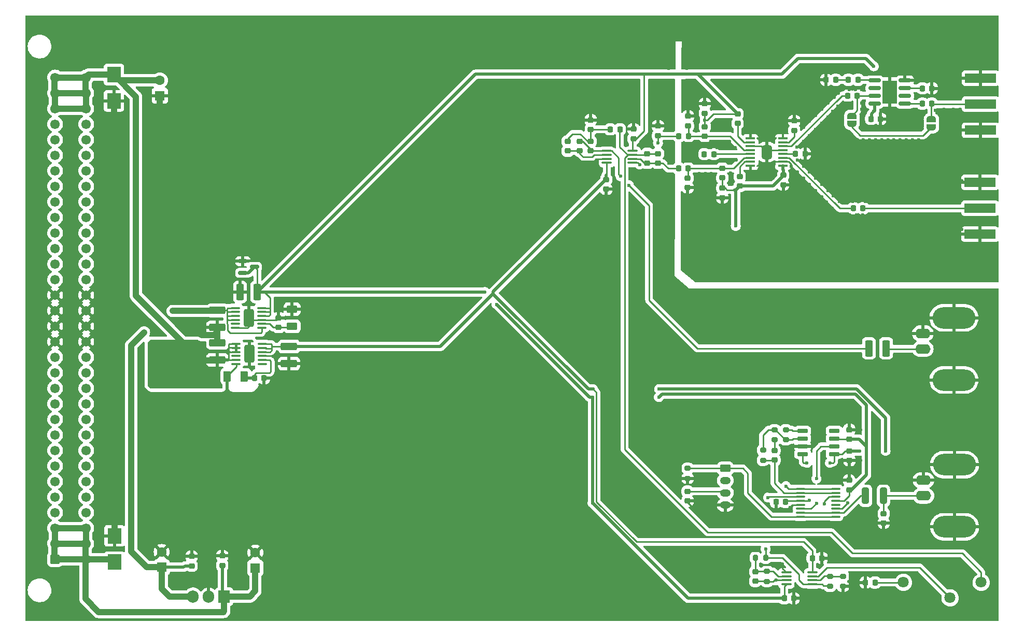
<source format=gbr>
G04 #@! TF.GenerationSoftware,KiCad,Pcbnew,(6.0.7)*
G04 #@! TF.CreationDate,2023-03-22T23:35:35+01:00*
G04 #@! TF.ProjectId,phase-frequency_detector,70686173-652d-4667-9265-7175656e6379,1.4.1*
G04 #@! TF.SameCoordinates,Original*
G04 #@! TF.FileFunction,Copper,L1,Top*
G04 #@! TF.FilePolarity,Positive*
%FSLAX46Y46*%
G04 Gerber Fmt 4.6, Leading zero omitted, Abs format (unit mm)*
G04 Created by KiCad (PCBNEW (6.0.7)) date 2023-03-22 23:35:35*
%MOMM*%
%LPD*%
G01*
G04 APERTURE LIST*
G04 Aperture macros list*
%AMRoundRect*
0 Rectangle with rounded corners*
0 $1 Rounding radius*
0 $2 $3 $4 $5 $6 $7 $8 $9 X,Y pos of 4 corners*
0 Add a 4 corners polygon primitive as box body*
4,1,4,$2,$3,$4,$5,$6,$7,$8,$9,$2,$3,0*
0 Add four circle primitives for the rounded corners*
1,1,$1+$1,$2,$3*
1,1,$1+$1,$4,$5*
1,1,$1+$1,$6,$7*
1,1,$1+$1,$8,$9*
0 Add four rect primitives between the rounded corners*
20,1,$1+$1,$2,$3,$4,$5,0*
20,1,$1+$1,$4,$5,$6,$7,0*
20,1,$1+$1,$6,$7,$8,$9,0*
20,1,$1+$1,$8,$9,$2,$3,0*%
%AMFreePoly0*
4,1,22,0.500000,-0.750000,0.000000,-0.750000,0.000000,-0.745033,-0.079941,-0.743568,-0.215256,-0.701293,-0.333266,-0.622738,-0.424486,-0.514219,-0.481581,-0.384460,-0.499164,-0.250000,-0.500000,-0.250000,-0.500000,0.250000,-0.499164,0.250000,-0.499963,0.256109,-0.478152,0.396186,-0.417904,0.524511,-0.324060,0.630769,-0.204165,0.706417,-0.067858,0.745374,0.000000,0.744959,0.000000,0.750000,
0.500000,0.750000,0.500000,-0.750000,0.500000,-0.750000,$1*%
%AMFreePoly1*
4,1,20,0.000000,0.744959,0.073905,0.744508,0.209726,0.703889,0.328688,0.626782,0.421226,0.519385,0.479903,0.390333,0.500000,0.250000,0.500000,-0.250000,0.499851,-0.262216,0.476331,-0.402017,0.414519,-0.529596,0.319384,-0.634700,0.198574,-0.708877,0.061801,-0.746166,0.000000,-0.745033,0.000000,-0.750000,-0.500000,-0.750000,-0.500000,0.750000,0.000000,0.750000,0.000000,0.744959,
0.000000,0.744959,$1*%
G04 Aperture macros list end*
G04 #@! TA.AperFunction,SMDPad,CuDef*
%ADD10RoundRect,0.150000X-0.825000X-0.150000X0.825000X-0.150000X0.825000X0.150000X-0.825000X0.150000X0*%
G04 #@! TD*
G04 #@! TA.AperFunction,SMDPad,CuDef*
%ADD11R,2.410000X3.810000*%
G04 #@! TD*
G04 #@! TA.AperFunction,SMDPad,CuDef*
%ADD12RoundRect,0.102500X0.697500X0.102500X-0.697500X0.102500X-0.697500X-0.102500X0.697500X-0.102500X0*%
G04 #@! TD*
G04 #@! TA.AperFunction,SMDPad,CuDef*
%ADD13RoundRect,0.437500X0.437500X0.712500X-0.437500X0.712500X-0.437500X-0.712500X0.437500X-0.712500X0*%
G04 #@! TD*
G04 #@! TA.AperFunction,SMDPad,CuDef*
%ADD14RoundRect,0.225000X-0.225000X-0.250000X0.225000X-0.250000X0.225000X0.250000X-0.225000X0.250000X0*%
G04 #@! TD*
G04 #@! TA.AperFunction,SMDPad,CuDef*
%ADD15RoundRect,0.250000X-1.075000X0.375000X-1.075000X-0.375000X1.075000X-0.375000X1.075000X0.375000X0*%
G04 #@! TD*
G04 #@! TA.AperFunction,SMDPad,CuDef*
%ADD16RoundRect,0.250000X1.075000X-0.375000X1.075000X0.375000X-1.075000X0.375000X-1.075000X-0.375000X0*%
G04 #@! TD*
G04 #@! TA.AperFunction,SMDPad,CuDef*
%ADD17RoundRect,0.218750X-0.218750X-0.256250X0.218750X-0.256250X0.218750X0.256250X-0.218750X0.256250X0*%
G04 #@! TD*
G04 #@! TA.AperFunction,SMDPad,CuDef*
%ADD18RoundRect,0.218750X0.256250X-0.218750X0.256250X0.218750X-0.256250X0.218750X-0.256250X-0.218750X0*%
G04 #@! TD*
G04 #@! TA.AperFunction,SMDPad,CuDef*
%ADD19RoundRect,0.250000X0.625000X-0.375000X0.625000X0.375000X-0.625000X0.375000X-0.625000X-0.375000X0*%
G04 #@! TD*
G04 #@! TA.AperFunction,SMDPad,CuDef*
%ADD20RoundRect,0.250000X0.375000X0.625000X-0.375000X0.625000X-0.375000X-0.625000X0.375000X-0.625000X0*%
G04 #@! TD*
G04 #@! TA.AperFunction,SMDPad,CuDef*
%ADD21RoundRect,0.218750X-0.256250X0.218750X-0.256250X-0.218750X0.256250X-0.218750X0.256250X0.218750X0*%
G04 #@! TD*
G04 #@! TA.AperFunction,SMDPad,CuDef*
%ADD22RoundRect,0.250000X0.375000X1.075000X-0.375000X1.075000X-0.375000X-1.075000X0.375000X-1.075000X0*%
G04 #@! TD*
G04 #@! TA.AperFunction,SMDPad,CuDef*
%ADD23RoundRect,0.218750X0.218750X0.256250X-0.218750X0.256250X-0.218750X-0.256250X0.218750X-0.256250X0*%
G04 #@! TD*
G04 #@! TA.AperFunction,ComponentPad*
%ADD24C,1.800000*%
G04 #@! TD*
G04 #@! TA.AperFunction,SMDPad,CuDef*
%ADD25RoundRect,0.100000X-0.625000X-0.100000X0.625000X-0.100000X0.625000X0.100000X-0.625000X0.100000X0*%
G04 #@! TD*
G04 #@! TA.AperFunction,SMDPad,CuDef*
%ADD26RoundRect,0.250000X-0.575000X-1.175000X0.575000X-1.175000X0.575000X1.175000X-0.575000X1.175000X0*%
G04 #@! TD*
G04 #@! TA.AperFunction,SMDPad,CuDef*
%ADD27RoundRect,0.100000X-0.712500X-0.100000X0.712500X-0.100000X0.712500X0.100000X-0.712500X0.100000X0*%
G04 #@! TD*
G04 #@! TA.AperFunction,SMDPad,CuDef*
%ADD28RoundRect,0.100000X0.712500X0.100000X-0.712500X0.100000X-0.712500X-0.100000X0.712500X-0.100000X0*%
G04 #@! TD*
G04 #@! TA.AperFunction,SMDPad,CuDef*
%ADD29RoundRect,0.225000X0.225000X0.250000X-0.225000X0.250000X-0.225000X-0.250000X0.225000X-0.250000X0*%
G04 #@! TD*
G04 #@! TA.AperFunction,ComponentPad*
%ADD30R,1.600000X1.600000*%
G04 #@! TD*
G04 #@! TA.AperFunction,ComponentPad*
%ADD31C,1.600000*%
G04 #@! TD*
G04 #@! TA.AperFunction,SMDPad,CuDef*
%ADD32RoundRect,0.225000X-0.250000X0.225000X-0.250000X-0.225000X0.250000X-0.225000X0.250000X0.225000X0*%
G04 #@! TD*
G04 #@! TA.AperFunction,ComponentPad*
%ADD33RoundRect,0.249999X0.525001X-0.525001X0.525001X0.525001X-0.525001X0.525001X-0.525001X-0.525001X0*%
G04 #@! TD*
G04 #@! TA.AperFunction,ComponentPad*
%ADD34C,1.550000*%
G04 #@! TD*
G04 #@! TA.AperFunction,ComponentPad*
%ADD35R,1.905000X2.000000*%
G04 #@! TD*
G04 #@! TA.AperFunction,ComponentPad*
%ADD36O,1.905000X2.000000*%
G04 #@! TD*
G04 #@! TA.AperFunction,SMDPad,CuDef*
%ADD37RoundRect,0.225000X0.250000X-0.225000X0.250000X0.225000X-0.250000X0.225000X-0.250000X-0.225000X0*%
G04 #@! TD*
G04 #@! TA.AperFunction,SMDPad,CuDef*
%ADD38R,2.300000X2.500000*%
G04 #@! TD*
G04 #@! TA.AperFunction,SMDPad,CuDef*
%ADD39RoundRect,0.200000X-0.275000X0.200000X-0.275000X-0.200000X0.275000X-0.200000X0.275000X0.200000X0*%
G04 #@! TD*
G04 #@! TA.AperFunction,SMDPad,CuDef*
%ADD40RoundRect,0.200000X0.275000X-0.200000X0.275000X0.200000X-0.275000X0.200000X-0.275000X-0.200000X0*%
G04 #@! TD*
G04 #@! TA.AperFunction,SMDPad,CuDef*
%ADD41RoundRect,0.200000X0.200000X0.275000X-0.200000X0.275000X-0.200000X-0.275000X0.200000X-0.275000X0*%
G04 #@! TD*
G04 #@! TA.AperFunction,SMDPad,CuDef*
%ADD42RoundRect,0.250000X-0.312500X-1.075000X0.312500X-1.075000X0.312500X1.075000X-0.312500X1.075000X0*%
G04 #@! TD*
G04 #@! TA.AperFunction,SMDPad,CuDef*
%ADD43RoundRect,0.100000X-0.637500X-0.100000X0.637500X-0.100000X0.637500X0.100000X-0.637500X0.100000X0*%
G04 #@! TD*
G04 #@! TA.AperFunction,SMDPad,CuDef*
%ADD44RoundRect,0.150000X-0.725000X-0.150000X0.725000X-0.150000X0.725000X0.150000X-0.725000X0.150000X0*%
G04 #@! TD*
G04 #@! TA.AperFunction,SMDPad,CuDef*
%ADD45R,5.080000X1.500000*%
G04 #@! TD*
G04 #@! TA.AperFunction,ComponentPad*
%ADD46O,2.500000X1.600000*%
G04 #@! TD*
G04 #@! TA.AperFunction,ComponentPad*
%ADD47O,7.000000X3.500000*%
G04 #@! TD*
G04 #@! TA.AperFunction,ComponentPad*
%ADD48RoundRect,0.250000X-0.625000X0.350000X-0.625000X-0.350000X0.625000X-0.350000X0.625000X0.350000X0*%
G04 #@! TD*
G04 #@! TA.AperFunction,ComponentPad*
%ADD49O,1.750000X1.200000*%
G04 #@! TD*
G04 #@! TA.AperFunction,SMDPad,CuDef*
%ADD50RoundRect,0.150000X-0.587500X-0.150000X0.587500X-0.150000X0.587500X0.150000X-0.587500X0.150000X0*%
G04 #@! TD*
G04 #@! TA.AperFunction,SMDPad,CuDef*
%ADD51FreePoly0,90.000000*%
G04 #@! TD*
G04 #@! TA.AperFunction,SMDPad,CuDef*
%ADD52FreePoly1,90.000000*%
G04 #@! TD*
G04 #@! TA.AperFunction,SMDPad,CuDef*
%ADD53FreePoly0,270.000000*%
G04 #@! TD*
G04 #@! TA.AperFunction,SMDPad,CuDef*
%ADD54FreePoly1,270.000000*%
G04 #@! TD*
G04 #@! TA.AperFunction,ViaPad*
%ADD55C,0.600000*%
G04 #@! TD*
G04 #@! TA.AperFunction,Conductor*
%ADD56C,0.250000*%
G04 #@! TD*
G04 #@! TA.AperFunction,Conductor*
%ADD57C,1.000000*%
G04 #@! TD*
G04 #@! TA.AperFunction,Conductor*
%ADD58C,0.500000*%
G04 #@! TD*
G04 APERTURE END LIST*
D10*
X209225000Y-61095000D03*
X209225000Y-62365000D03*
X209225000Y-63635000D03*
X209225000Y-64905000D03*
X214175000Y-64905000D03*
X214175000Y-63635000D03*
X214175000Y-62365000D03*
X214175000Y-61095000D03*
D11*
X211700000Y-63000000D03*
D12*
X194254300Y-75040000D03*
X194254300Y-74405000D03*
X194254300Y-73770000D03*
X194254300Y-73135000D03*
X194254300Y-72500000D03*
X194254300Y-71865000D03*
X194254300Y-71230000D03*
X194254300Y-70595000D03*
X188945700Y-70595000D03*
X188945700Y-71230000D03*
X188945700Y-71865000D03*
X188945700Y-72500000D03*
X188945700Y-73135000D03*
X188945700Y-73770000D03*
X188945700Y-74405000D03*
X188945700Y-75040000D03*
D13*
X191600000Y-72817500D03*
D14*
X204825000Y-63600000D03*
X206375000Y-63600000D03*
D15*
X101900000Y-98700000D03*
X101900000Y-101500000D03*
D16*
X101900000Y-106800000D03*
X101900000Y-104000000D03*
D17*
X196312500Y-73100000D03*
X197887500Y-73100000D03*
D18*
X196100000Y-69287500D03*
X196100000Y-67712500D03*
D19*
X114100000Y-101300000D03*
X114100000Y-98500000D03*
D20*
X106300000Y-109500000D03*
X103500000Y-109500000D03*
D21*
X194300000Y-76612500D03*
X194300000Y-78187500D03*
D18*
X181500000Y-66487500D03*
X181500000Y-64912500D03*
D22*
X108400000Y-95700000D03*
X105600000Y-95700000D03*
D18*
X178700000Y-78637500D03*
X178700000Y-77062500D03*
X178750000Y-68537500D03*
X178750000Y-66962500D03*
X162850000Y-69137500D03*
X162850000Y-67562500D03*
D21*
X161100000Y-71062500D03*
X161100000Y-72637500D03*
X165400000Y-77312500D03*
X165400000Y-78887500D03*
D18*
X169850000Y-70637500D03*
X169850000Y-69062500D03*
D21*
X184350000Y-78712500D03*
X184350000Y-80287500D03*
X173850000Y-73062500D03*
X173850000Y-74637500D03*
D17*
X199047000Y-139192000D03*
X200622000Y-139192000D03*
X194462300Y-145783300D03*
X196037300Y-145783300D03*
D18*
X189738000Y-142986400D03*
X189738000Y-141411400D03*
X111900000Y-101487500D03*
X111900000Y-99912500D03*
D17*
X107962500Y-109800000D03*
X109537500Y-109800000D03*
D21*
X186850000Y-66562500D03*
X186850000Y-68137500D03*
D18*
X184350000Y-77037500D03*
X184350000Y-75462500D03*
D21*
X181500000Y-68662500D03*
X181500000Y-70237500D03*
D18*
X187200000Y-78387500D03*
X187200000Y-76812500D03*
D17*
X181412500Y-73150000D03*
X182987500Y-73150000D03*
X177212500Y-75500000D03*
X178787500Y-75500000D03*
X177262500Y-70200000D03*
X178837500Y-70200000D03*
D18*
X173850000Y-70137500D03*
X173850000Y-68562500D03*
D21*
X172100000Y-73062500D03*
X172100000Y-74637500D03*
D17*
X166062500Y-69100000D03*
X167637500Y-69100000D03*
D21*
X162850000Y-71062500D03*
X162850000Y-72637500D03*
D18*
X159100000Y-72637500D03*
X159100000Y-71062500D03*
D22*
X211100000Y-104900000D03*
X208300000Y-104900000D03*
D17*
X207708750Y-143200000D03*
X209283750Y-143200000D03*
D23*
X202887500Y-61000000D03*
X201312500Y-61000000D03*
D24*
X213925000Y-143160000D03*
X221545000Y-145700000D03*
X226625000Y-143160000D03*
D25*
X104855000Y-98300000D03*
X104855000Y-98950000D03*
X104855000Y-99600000D03*
X104855000Y-100250000D03*
X104855000Y-100900000D03*
X104855000Y-101550000D03*
X109155000Y-101550000D03*
X109155000Y-100900000D03*
X109155000Y-100250000D03*
X109155000Y-99600000D03*
X109155000Y-98950000D03*
X109155000Y-98300000D03*
D26*
X107005000Y-99925000D03*
D25*
X104945000Y-104200000D03*
X104945000Y-104850000D03*
X104945000Y-105500000D03*
X104945000Y-106150000D03*
X104945000Y-106800000D03*
X104945000Y-107450000D03*
X109245000Y-107450000D03*
X109245000Y-106800000D03*
X109245000Y-106150000D03*
X109245000Y-105500000D03*
X109245000Y-104850000D03*
X109245000Y-104200000D03*
D26*
X107095000Y-105825000D03*
D14*
X205775000Y-82000000D03*
X207325000Y-82000000D03*
D15*
X113600000Y-104600000D03*
X113600000Y-107400000D03*
D27*
X165487500Y-72625000D03*
X165487500Y-73275000D03*
X165487500Y-73925000D03*
X165487500Y-74575000D03*
X169712500Y-74575000D03*
X169712500Y-73925000D03*
X169712500Y-73275000D03*
X169712500Y-72625000D03*
D28*
X199050500Y-143473900D03*
X199050500Y-142823900D03*
X199050500Y-142173900D03*
X199050500Y-141523900D03*
X194825500Y-141523900D03*
X194825500Y-142173900D03*
X194825500Y-142823900D03*
X194825500Y-143473900D03*
D29*
X218575000Y-62400000D03*
X217025000Y-62400000D03*
D14*
X217025000Y-64900000D03*
X218575000Y-64900000D03*
X204950000Y-61000000D03*
X206500000Y-61000000D03*
D29*
X210175000Y-67400000D03*
X208625000Y-67400000D03*
D30*
X108100000Y-140800000D03*
D31*
X108100000Y-138300000D03*
D32*
X102700000Y-138825000D03*
X102700000Y-140375000D03*
X97700000Y-138925000D03*
X97700000Y-140475000D03*
D30*
X92800000Y-140700000D03*
D31*
X92800000Y-138200000D03*
D33*
X75400000Y-139370000D03*
D34*
X75400000Y-136830000D03*
X75400000Y-134290000D03*
X75400000Y-131750000D03*
X75400000Y-129210000D03*
X75400000Y-126670000D03*
X75400000Y-124130000D03*
X75400000Y-121590000D03*
X75400000Y-119050000D03*
X75400000Y-116510000D03*
X75400000Y-113970000D03*
X75400000Y-111430000D03*
X75400000Y-108890000D03*
X75400000Y-106350000D03*
X75400000Y-103810000D03*
X75400000Y-101270000D03*
X75400000Y-98730000D03*
X75400000Y-96190000D03*
X75400000Y-93650000D03*
X75400000Y-91110000D03*
X75400000Y-88570000D03*
X75400000Y-86030000D03*
X75400000Y-83490000D03*
X75400000Y-80950000D03*
X75400000Y-78410000D03*
X75400000Y-75870000D03*
X75400000Y-73330000D03*
X75400000Y-70790000D03*
X75400000Y-68250000D03*
X75400000Y-65710000D03*
X75400000Y-63170000D03*
X75400000Y-60630000D03*
X80480000Y-139370000D03*
X80480000Y-136830000D03*
X80480000Y-134290000D03*
X80480000Y-131750000D03*
X80480000Y-129210000D03*
X80480000Y-126670000D03*
X80480000Y-124130000D03*
X80480000Y-121590000D03*
X80480000Y-119050000D03*
X80480000Y-116510000D03*
X80480000Y-113970000D03*
X80480000Y-111430000D03*
X80480000Y-108890000D03*
X80480000Y-106350000D03*
X80480000Y-103810000D03*
X80480000Y-101270000D03*
X80480000Y-98730000D03*
X80480000Y-96190000D03*
X80480000Y-93650000D03*
X80480000Y-91110000D03*
X80480000Y-88570000D03*
X80480000Y-86030000D03*
X80480000Y-83490000D03*
X80480000Y-80950000D03*
X80480000Y-78410000D03*
X80480000Y-75870000D03*
X80480000Y-73330000D03*
X80480000Y-70790000D03*
X80480000Y-68250000D03*
X80480000Y-65710000D03*
X80480000Y-63170000D03*
X80480000Y-60630000D03*
D35*
X103000000Y-145500000D03*
D36*
X100460000Y-145500000D03*
X97920000Y-145500000D03*
D30*
X92500000Y-63600000D03*
D31*
X92500000Y-61100000D03*
D37*
X205054200Y-128029000D03*
X205054200Y-126479000D03*
D29*
X194665900Y-130009900D03*
X193115900Y-130009900D03*
D32*
X192887600Y-121602200D03*
X192887600Y-123152200D03*
X205105000Y-121678400D03*
X205105000Y-123228400D03*
D37*
X205079600Y-119748600D03*
X205079600Y-118198600D03*
D32*
X210705700Y-131914600D03*
X210705700Y-133464600D03*
D38*
X85100000Y-139850000D03*
X85100000Y-135550000D03*
X85000000Y-64450000D03*
X85000000Y-60150000D03*
D39*
X204038000Y-142175000D03*
X204038000Y-143825000D03*
D40*
X201938000Y-143825000D03*
X201938000Y-142175000D03*
D41*
X191413900Y-139153900D03*
X189763900Y-139153900D03*
D39*
X178701700Y-124511300D03*
X178701700Y-126161300D03*
X191638000Y-141373900D03*
X191638000Y-143023900D03*
D40*
X190995300Y-123214900D03*
X190995300Y-121564900D03*
X192874900Y-119874800D03*
X192874900Y-118224800D03*
X194716400Y-119862100D03*
X194716400Y-118212100D03*
D42*
X207744600Y-129006600D03*
X210669600Y-129006600D03*
D43*
X197124400Y-127874600D03*
X197124400Y-128524600D03*
X197124400Y-129174600D03*
X197124400Y-129824600D03*
X197124400Y-130474600D03*
X197124400Y-131124600D03*
X197124400Y-131774600D03*
X197124400Y-132424600D03*
X202849400Y-132424600D03*
X202849400Y-131774600D03*
X202849400Y-131124600D03*
X202849400Y-130474600D03*
X202849400Y-129824600D03*
X202849400Y-129174600D03*
X202849400Y-128524600D03*
X202849400Y-127874600D03*
D44*
X197475400Y-118376700D03*
X197475400Y-119646700D03*
X197475400Y-120916700D03*
X197475400Y-122186700D03*
X202625400Y-122186700D03*
X202625400Y-120916700D03*
X202625400Y-119646700D03*
X202625400Y-118376700D03*
D45*
X226437500Y-82000000D03*
X226437500Y-77750000D03*
X226437500Y-86250000D03*
X226500000Y-60750000D03*
X226500000Y-69250000D03*
X226500000Y-65000000D03*
D46*
X217100000Y-105000000D03*
D47*
X222180000Y-99920000D03*
D46*
X217100000Y-102460000D03*
D47*
X222180000Y-110080000D03*
D46*
X217200000Y-129000000D03*
D47*
X222280000Y-134080000D03*
X222280000Y-123920000D03*
D46*
X217200000Y-126460000D03*
D48*
X184848500Y-124523500D03*
D49*
X184848500Y-126523500D03*
X184848500Y-128523500D03*
X184848500Y-130523500D03*
D32*
X178676300Y-128282400D03*
X178676300Y-129832400D03*
D50*
X106062500Y-90650000D03*
X106062500Y-92550000D03*
X107937500Y-91600000D03*
D51*
X205500000Y-68200000D03*
D52*
X205500000Y-66900000D03*
D53*
X218500000Y-67450000D03*
D54*
X218500000Y-68750000D03*
D55*
X205100000Y-62600000D03*
X204100000Y-62600000D03*
X206100000Y-62600000D03*
X207100000Y-62600000D03*
X189600000Y-77100000D03*
X190600000Y-77100000D03*
X191600000Y-77100000D03*
X192600000Y-77100000D03*
X188600000Y-76100000D03*
X189600000Y-76100000D03*
X190600000Y-76100000D03*
X191600000Y-76100000D03*
X192600000Y-76100000D03*
X190600000Y-75100000D03*
X191600000Y-75100000D03*
X192600000Y-75100000D03*
X190600000Y-71100000D03*
X191600000Y-71100000D03*
X192600000Y-71100000D03*
X190600000Y-70100000D03*
X191600000Y-70100000D03*
X192600000Y-70100000D03*
X188600000Y-69100000D03*
X189600000Y-69100000D03*
X190600000Y-69100000D03*
X191600000Y-69100000D03*
X192600000Y-69100000D03*
X193600000Y-69100000D03*
X188600000Y-68100000D03*
X189600000Y-68100000D03*
X190600000Y-68100000D03*
X191600000Y-68100000D03*
X192600000Y-68100000D03*
X193600000Y-68100000D03*
X188600000Y-67100000D03*
X189600000Y-67100000D03*
X190600000Y-67100000D03*
X191600000Y-67100000D03*
X192600000Y-67100000D03*
X193600000Y-67100000D03*
X183500000Y-71100000D03*
X182500000Y-71100000D03*
X184500000Y-71100000D03*
X185500000Y-71100000D03*
X107400000Y-100900000D03*
X106600000Y-100900000D03*
X107400000Y-98900000D03*
X107400000Y-99900000D03*
X106600000Y-98900000D03*
X106600000Y-99900000D03*
X178600000Y-55100000D03*
X178600000Y-57100000D03*
X178600000Y-59100000D03*
X178600000Y-61100000D03*
X178600000Y-63100000D03*
X178600000Y-65100000D03*
X178600000Y-72850000D03*
X178600000Y-81100000D03*
X178600000Y-83100000D03*
X178600000Y-85100000D03*
X179600000Y-92300000D03*
X175600000Y-55100000D03*
X175600000Y-57100000D03*
X175600000Y-59100000D03*
X175600000Y-61100000D03*
X175600000Y-63100000D03*
X175600000Y-65100000D03*
X175600000Y-67100000D03*
X175600000Y-69100000D03*
X175600000Y-71100000D03*
X175600000Y-73100000D03*
X175600000Y-74600000D03*
X175600000Y-77100000D03*
X175600000Y-79100000D03*
X175600000Y-81100000D03*
X175600000Y-83100000D03*
X175600000Y-85100000D03*
X175600000Y-93200000D03*
X177200000Y-94800000D03*
X178600000Y-96100000D03*
X180600000Y-96100000D03*
X180600000Y-93200000D03*
X182600000Y-93200000D03*
X184600000Y-93200000D03*
X186600000Y-93200000D03*
X188600000Y-93200000D03*
X190600000Y-93200000D03*
X192600000Y-93200000D03*
X194600000Y-93200000D03*
X198600000Y-93200000D03*
X200600000Y-93200000D03*
X202600000Y-93200000D03*
X205700000Y-80900000D03*
X206700000Y-80900000D03*
X207700000Y-80900000D03*
X208700000Y-80900000D03*
X209700000Y-80900000D03*
X210700000Y-80900000D03*
X211700000Y-80900000D03*
X212700000Y-80900000D03*
X213700000Y-80900000D03*
X214700000Y-80900000D03*
X215700000Y-80900000D03*
X216700000Y-80900000D03*
X217700000Y-80900000D03*
X218700000Y-80900000D03*
X219700000Y-80900000D03*
X220700000Y-80900000D03*
X221700000Y-80900000D03*
X222700000Y-80900000D03*
X206300000Y-83100000D03*
X207300000Y-83100000D03*
X208300000Y-83100000D03*
X209300000Y-82900000D03*
X210300000Y-82900000D03*
X211300000Y-82900000D03*
X212300000Y-82900000D03*
X213300000Y-82900000D03*
X214300000Y-82900000D03*
X215300000Y-82900000D03*
X216300000Y-82900000D03*
X217300000Y-82900000D03*
X218300000Y-82900000D03*
X219300000Y-82900000D03*
X220300000Y-82900000D03*
X221300000Y-82900000D03*
X222300000Y-82900000D03*
X212700000Y-59700000D03*
X213700000Y-59700000D03*
X214700000Y-59700000D03*
X215700000Y-59700000D03*
X212700000Y-58700000D03*
X213700000Y-58700000D03*
X214700000Y-58700000D03*
X215700000Y-58700000D03*
X212700000Y-57700000D03*
X213700000Y-57700000D03*
X214700000Y-57700000D03*
X215700000Y-57700000D03*
X212700000Y-56700000D03*
X213700000Y-56700000D03*
X214700000Y-56700000D03*
X215700000Y-56700000D03*
X210700000Y-59700000D03*
X211700000Y-58700000D03*
X210700000Y-58700000D03*
X211700000Y-57700000D03*
X210700000Y-57700000D03*
X209700000Y-57700000D03*
X211700000Y-56700000D03*
X210700000Y-56700000D03*
X209700000Y-56700000D03*
X211400000Y-66200000D03*
X212400000Y-66200000D03*
X213400000Y-66200000D03*
X214400000Y-66200000D03*
X211400000Y-67200000D03*
X212400000Y-67200000D03*
X213400000Y-67200000D03*
X214400000Y-67200000D03*
X211400000Y-68200000D03*
X212400000Y-68200000D03*
X213400000Y-68200000D03*
X214400000Y-68200000D03*
X210400000Y-69200000D03*
X211400000Y-69200000D03*
X212400000Y-69200000D03*
X213400000Y-69200000D03*
X214400000Y-69200000D03*
X210400000Y-70800000D03*
X211400000Y-70800000D03*
X212400000Y-70800000D03*
X213400000Y-70800000D03*
X214400000Y-70800000D03*
X204600000Y-93200000D03*
X206600000Y-93200000D03*
X208600000Y-93200000D03*
X210600000Y-93200000D03*
X212600000Y-93200000D03*
X214600000Y-93200000D03*
X216600000Y-93200000D03*
X218600000Y-93200000D03*
X220600000Y-93200000D03*
X222600000Y-93200000D03*
X224600000Y-93200000D03*
X226600000Y-93200000D03*
X228600000Y-93200000D03*
X228600000Y-96100000D03*
X182600000Y-96100000D03*
X184600000Y-96100000D03*
X186600000Y-96100000D03*
X188600000Y-96100000D03*
X190600000Y-96100000D03*
X192600000Y-96100000D03*
X194600000Y-96100000D03*
X196600000Y-96100000D03*
X198600000Y-96100000D03*
X200600000Y-96100000D03*
X202600000Y-96100000D03*
X204600000Y-96100000D03*
X206600000Y-96100000D03*
X208600000Y-96100000D03*
X210600000Y-96100000D03*
X212600000Y-96100000D03*
X214600000Y-96100000D03*
X216600000Y-96100000D03*
X218600000Y-96100000D03*
X220600000Y-96100000D03*
X222600000Y-96100000D03*
X224600000Y-96100000D03*
X226600000Y-96100000D03*
X217800000Y-63600000D03*
X219400000Y-63600000D03*
X220600000Y-64000000D03*
X222100000Y-64000000D03*
X223200000Y-64000000D03*
X219100000Y-66000000D03*
X220600000Y-65800000D03*
X222100000Y-65800000D03*
X223200000Y-65800000D03*
X199600000Y-66800000D03*
X104300000Y-90600000D03*
X209400000Y-70800000D03*
X223000000Y-69000000D03*
X201000000Y-137000000D03*
X184600000Y-74100000D03*
X199400000Y-73100000D03*
X101500000Y-143000000D03*
X223500000Y-62000000D03*
X203300000Y-82900000D03*
X211700000Y-59700000D03*
X216400000Y-69200000D03*
X181600000Y-76300000D03*
X92500000Y-67800000D03*
X175000000Y-138000000D03*
X185600000Y-68350000D03*
X223500000Y-75500000D03*
X196000000Y-139000000D03*
X166000000Y-99000000D03*
X216400000Y-68200000D03*
X183000000Y-107000000D03*
X166000000Y-117000000D03*
X178600000Y-53700000D03*
X206400000Y-70800000D03*
X175600000Y-86900000D03*
X204812900Y-130187700D03*
X178000000Y-138000000D03*
X177000000Y-107000000D03*
X166000000Y-122000000D03*
X162850000Y-66100000D03*
X185600000Y-74100000D03*
X114100000Y-97100000D03*
X180000000Y-144000000D03*
X225500000Y-80000000D03*
X228500000Y-58500000D03*
X163850000Y-74100000D03*
X85000000Y-67400000D03*
X177000000Y-120000000D03*
X97700000Y-137600000D03*
X204038200Y-145072100D03*
X180000000Y-116000000D03*
X175500000Y-91200000D03*
X170000000Y-83000000D03*
X185500000Y-72100000D03*
X183600000Y-68350000D03*
X225500000Y-88500000D03*
X92500000Y-70200000D03*
X223500000Y-77500000D03*
X195402200Y-130911600D03*
X166000000Y-83000000D03*
X172000000Y-123000000D03*
X174000000Y-116000000D03*
X208400000Y-70800000D03*
X184000000Y-138000000D03*
X215800000Y-139400000D03*
X111900000Y-98500000D03*
X205066900Y-124726700D03*
X170000000Y-104000000D03*
X189000000Y-107000000D03*
X225500000Y-84500000D03*
X199600000Y-69100000D03*
X99500000Y-143000000D03*
X202500000Y-80000000D03*
X184000000Y-141000000D03*
X178600000Y-89100000D03*
X85100000Y-131400000D03*
X85100000Y-128800000D03*
X188600000Y-77100000D03*
X184000000Y-116000000D03*
X196100000Y-66200000D03*
X113600000Y-109000000D03*
X185700000Y-77200000D03*
X220000000Y-62400000D03*
X216100000Y-63600000D03*
X198600000Y-78100000D03*
X210400000Y-139600000D03*
X185700000Y-76200000D03*
X172000000Y-107000000D03*
X202300000Y-82000000D03*
X199600000Y-77100000D03*
X203300000Y-63200000D03*
X101900000Y-102700000D03*
X211100000Y-64400000D03*
X228000000Y-80000000D03*
X227500000Y-84500000D03*
X197600000Y-71100000D03*
X166000000Y-104000000D03*
X209600000Y-69200000D03*
X228000000Y-88500000D03*
X204100000Y-64800000D03*
X176000000Y-127000000D03*
X85000000Y-70700000D03*
X178800000Y-91200000D03*
X197281800Y-145808700D03*
X199600000Y-79100000D03*
X179844700Y-131241800D03*
X166500000Y-70600000D03*
X206984600Y-123240800D03*
X203200000Y-65300000D03*
X223500000Y-85500000D03*
X202400000Y-66200000D03*
X206933800Y-118237000D03*
X228000000Y-75500000D03*
X173850000Y-67350000D03*
X197600000Y-77100000D03*
X201600000Y-64800000D03*
X211700000Y-63000000D03*
X216400000Y-70800000D03*
X223500000Y-58500000D03*
X85000000Y-69600000D03*
X215400000Y-68200000D03*
X212000000Y-111000000D03*
X92500000Y-66400000D03*
X196600000Y-74100000D03*
X180000000Y-135000000D03*
X197600000Y-68800000D03*
X181000000Y-138000000D03*
X207900000Y-69200000D03*
X182600000Y-76300000D03*
X166800000Y-78400000D03*
X170000000Y-121000000D03*
X182700000Y-74500000D03*
X193000000Y-134000000D03*
X165400000Y-80100000D03*
X196600000Y-93200000D03*
X178700000Y-79700000D03*
X207100000Y-68800000D03*
X179600000Y-74100000D03*
X196600000Y-76100000D03*
X181600000Y-74500000D03*
X180100000Y-69400000D03*
X180600000Y-74500000D03*
X186500000Y-72100000D03*
X212300000Y-64400000D03*
X178600000Y-74100000D03*
X198600000Y-70100000D03*
X215400000Y-70800000D03*
X207400000Y-70800000D03*
X180200000Y-64900000D03*
X197000000Y-138000000D03*
X174000000Y-120000000D03*
X170000000Y-99000000D03*
X177000000Y-116000000D03*
X100460000Y-142959992D03*
X223500000Y-88500000D03*
X201400000Y-81000000D03*
X184000000Y-133000000D03*
X175600000Y-53700000D03*
X226000000Y-72000000D03*
X200600000Y-65800000D03*
X200600000Y-80100000D03*
X166000000Y-94000000D03*
X206000000Y-139600000D03*
X180000000Y-120000000D03*
X169850000Y-67100000D03*
X200600000Y-78100000D03*
X203400000Y-67100000D03*
X178600000Y-71600000D03*
X207100000Y-67800000D03*
X177100000Y-53700000D03*
X205400000Y-69900000D03*
X215400000Y-69200000D03*
X170000000Y-94000000D03*
X85100000Y-130000000D03*
X205100000Y-64800000D03*
X99340000Y-102740000D03*
X199900000Y-61000000D03*
X85000000Y-68500000D03*
X170000000Y-109000000D03*
X223000000Y-72000000D03*
X110800000Y-109800000D03*
X184000000Y-144000000D03*
X207100000Y-65800000D03*
X202600000Y-63900000D03*
X198600000Y-67800000D03*
X216100000Y-66000000D03*
X207100000Y-66800000D03*
X92500000Y-69100000D03*
X210705700Y-135509000D03*
X102700000Y-137600000D03*
X189000000Y-133000000D03*
X212300000Y-61800000D03*
X204400000Y-69900000D03*
X174000000Y-125000000D03*
X177063400Y-126136400D03*
X225500000Y-67000000D03*
X180600000Y-71600000D03*
X225500000Y-63000000D03*
X179600000Y-71600000D03*
X103500000Y-112900000D03*
X203400000Y-68600000D03*
X184500000Y-72100000D03*
X166000000Y-88000000D03*
X170000000Y-88000000D03*
X85000000Y-71600000D03*
X196000000Y-134000000D03*
X111000000Y-106200000D03*
X169000000Y-125000000D03*
X182500000Y-72100000D03*
X210400000Y-66200000D03*
X228500000Y-67000000D03*
X208700000Y-69200000D03*
X205200000Y-83100000D03*
X221000000Y-140000000D03*
X211100000Y-61700000D03*
X228500000Y-63000000D03*
X226000000Y-58500000D03*
X92500000Y-71300000D03*
X204600000Y-80900000D03*
X204000000Y-107000000D03*
X178700000Y-87000000D03*
X166000000Y-109000000D03*
X85100000Y-133000000D03*
X170000000Y-117000000D03*
X206000000Y-134000000D03*
X198000000Y-107000000D03*
X177000000Y-141000000D03*
X201600000Y-79100000D03*
X196500000Y-72000000D03*
X180600000Y-76300000D03*
X201000000Y-134000000D03*
X191600000Y-72800000D03*
X205896250Y-143200000D03*
X207100000Y-64800000D03*
X201600000Y-67100000D03*
X203400000Y-69900000D03*
X104100000Y-95700000D03*
X202069700Y-139179300D03*
X100340000Y-102740000D03*
X228000000Y-72000000D03*
X225500000Y-75500000D03*
X197600000Y-75100000D03*
X194183000Y-140157200D03*
X176000000Y-132000000D03*
X203500000Y-80900000D03*
X183500000Y-72100000D03*
X199000000Y-134000000D03*
X200600000Y-68100000D03*
X184000000Y-120000000D03*
X224000000Y-142000000D03*
X184600000Y-68350000D03*
X195600000Y-75100000D03*
X198600000Y-76100000D03*
X172000000Y-101000000D03*
X186600000Y-74100000D03*
X204300000Y-82900000D03*
X175600000Y-88900000D03*
X163156900Y-130162300D03*
X163156900Y-112890300D03*
X209100000Y-66200000D03*
X147500000Y-97700000D03*
X181450000Y-73150000D03*
X209100000Y-58800000D03*
X186550000Y-84900000D03*
X173990000Y-112877600D03*
X178100000Y-60100000D03*
X181500000Y-67599998D03*
X145600000Y-95700000D03*
X206756000Y-121666000D03*
X201942700Y-123609100D03*
X211023200Y-121666000D03*
X198158100Y-123634500D03*
X174028100Y-111556800D03*
X198577200Y-129781300D03*
X163233100Y-111556800D03*
X169100500Y-78232000D03*
X167741600Y-76771500D03*
X173850000Y-71350000D03*
X170850000Y-74850000D03*
X100400000Y-108700000D03*
X101600000Y-110700000D03*
X100400000Y-110700000D03*
X107500000Y-105800000D03*
X101600000Y-109700000D03*
X106700000Y-105800000D03*
X107500000Y-106800000D03*
X101600000Y-108750000D03*
X107500000Y-104800000D03*
X106700000Y-104800000D03*
X100400000Y-109700000D03*
X106700000Y-106800000D03*
X89900000Y-102300000D03*
X94600000Y-98800000D03*
X201015600Y-130378200D03*
X193141900Y-142823900D03*
X194741800Y-127444500D03*
X191427100Y-137718800D03*
X191820800Y-129311400D03*
X199720200Y-130263900D03*
X199720200Y-126212600D03*
D56*
X216573700Y-140728700D02*
X221545000Y-145700000D01*
X201471300Y-140728700D02*
X216573700Y-140728700D01*
X200026100Y-142173900D02*
X201471300Y-140728700D01*
X199050500Y-142173900D02*
X200026100Y-142173900D01*
X168400000Y-73775000D02*
X168900000Y-73275000D01*
X168400000Y-121410000D02*
X168400000Y-73775000D01*
X181952900Y-134962900D02*
X168400000Y-121410000D01*
X205587690Y-138391990D02*
X202171300Y-134975600D01*
X223511990Y-138391990D02*
X205587690Y-138391990D01*
X226625000Y-141505000D02*
X223511990Y-138391990D01*
X202171300Y-134975600D02*
X199948832Y-134975600D01*
X199948832Y-134975600D02*
X199936132Y-134962900D01*
X199936132Y-134962900D02*
X181952900Y-134962900D01*
X226625000Y-143160000D02*
X226625000Y-141505000D01*
X203534300Y-82000000D02*
X195304300Y-73770000D01*
X205775000Y-82000000D02*
X203534300Y-82000000D01*
X195304300Y-73770000D02*
X194254300Y-73770000D01*
X227300000Y-82000000D02*
X207325000Y-82000000D01*
X194254300Y-71865000D02*
X195635000Y-71865000D01*
X195635000Y-71865000D02*
X203900000Y-63600000D01*
X203900000Y-63600000D02*
X205115000Y-63600000D01*
X191649650Y-72850350D02*
X191600000Y-72800700D01*
X191600000Y-72800000D02*
X191600000Y-72787500D01*
D57*
X100340000Y-102740000D02*
X99340000Y-102740000D01*
X101900000Y-102700000D02*
X101900000Y-104000000D01*
X85100000Y-130000000D02*
X85100000Y-128800000D01*
X85100000Y-131400000D02*
X85100000Y-130000000D01*
X85100000Y-133000000D02*
X85100000Y-131400000D01*
X85000000Y-70700000D02*
X85000000Y-71600000D01*
X85000000Y-69600000D02*
X85000000Y-70700000D01*
X85000000Y-68500000D02*
X85000000Y-69600000D01*
X85000000Y-67400000D02*
X85000000Y-68500000D01*
X92500000Y-66400000D02*
X92500000Y-67800000D01*
X92500000Y-67800000D02*
X92500000Y-69100000D01*
X92500000Y-69100000D02*
X92500000Y-70200000D01*
X92500000Y-70200000D02*
X92500000Y-71300000D01*
D58*
X211700000Y-62300000D02*
X211100000Y-61700000D01*
D56*
X192600000Y-75100000D02*
X192899999Y-74800001D01*
X218280000Y-62400000D02*
X220000000Y-62400000D01*
X211700000Y-63000000D02*
X211700000Y-62400000D01*
X194183000Y-140881400D02*
X194183000Y-140157200D01*
X203876000Y-131124600D02*
X204812900Y-130187700D01*
D57*
X85100000Y-135550000D02*
X85100000Y-133000000D01*
D56*
X211700000Y-63800000D02*
X212300000Y-64400000D01*
D58*
X100460000Y-145500000D02*
X100460000Y-142959992D01*
D56*
X206972200Y-123228400D02*
X206984600Y-123240800D01*
X207708750Y-143200000D02*
X205896250Y-143200000D01*
X194254300Y-74405000D02*
X195209302Y-74405000D01*
X114100000Y-98500000D02*
X114100000Y-97100000D01*
D58*
X107005000Y-99925000D02*
X107005000Y-99925028D01*
D56*
X104990000Y-107910000D02*
X103400000Y-109500000D01*
X197887500Y-73100000D02*
X199400000Y-73100000D01*
X192899999Y-74500001D02*
X192995000Y-74405000D01*
X194254300Y-70595000D02*
X194254300Y-69754300D01*
X165487500Y-73925000D02*
X164025000Y-73925000D01*
X162850000Y-67562500D02*
X162850000Y-66100000D01*
X197256400Y-145783300D02*
X197281800Y-145808700D01*
D58*
X97700000Y-138925000D02*
X97700000Y-137600000D01*
D56*
X192899999Y-74800001D02*
X192899999Y-74500001D01*
X200622000Y-139192000D02*
X202057000Y-139192000D01*
X177088300Y-126161300D02*
X177063400Y-126136400D01*
X113600000Y-107400000D02*
X113600000Y-109000000D01*
X165400000Y-78887500D02*
X165400000Y-80100000D01*
X188945700Y-71865000D02*
X190665000Y-71865000D01*
X205105000Y-123228400D02*
X206972200Y-123228400D01*
X205105000Y-123228400D02*
X205105000Y-124688600D01*
X109245000Y-106150000D02*
X110950000Y-106150000D01*
X111900000Y-99000000D02*
X111900000Y-98800000D01*
X111900000Y-99000000D02*
X111900000Y-98500000D01*
X196100000Y-67712500D02*
X196100000Y-66200000D01*
D57*
X101900000Y-102200000D02*
X101900000Y-102700000D01*
D56*
X205054200Y-126479000D02*
X205054200Y-124739400D01*
X191917500Y-72500000D02*
X191600000Y-72817500D01*
D57*
X85000000Y-64450000D02*
X85000000Y-67400000D01*
D56*
X191887500Y-72500000D02*
X191600000Y-72787500D01*
X211700000Y-63000000D02*
X211700000Y-63800000D01*
X205054200Y-124739400D02*
X205066900Y-124726700D01*
X205105000Y-124688600D02*
X205066900Y-124726700D01*
D57*
X101360000Y-102740000D02*
X101900000Y-102200000D01*
D56*
X191600000Y-72800700D02*
X191600000Y-72800000D01*
X190665000Y-71865000D02*
X191600000Y-72800000D01*
D57*
X99340000Y-102740000D02*
X101360000Y-102740000D01*
D56*
X178750000Y-66962500D02*
X178750000Y-65750000D01*
X104855000Y-101550000D02*
X106805000Y-101550000D01*
X204038000Y-143773900D02*
X204038000Y-145071900D01*
X195600000Y-74795698D02*
X195600000Y-75100000D01*
D58*
X104975000Y-95700000D02*
X104100000Y-95700000D01*
D56*
X169850000Y-69062500D02*
X169850000Y-67100000D01*
X178676300Y-129832400D02*
X178676300Y-130073400D01*
X178676300Y-130073400D02*
X179844700Y-131241800D01*
X104990000Y-107450000D02*
X104990000Y-107910000D01*
X188945700Y-69445700D02*
X188600000Y-69100000D01*
X109155000Y-100250000D02*
X107330000Y-100250000D01*
X109537500Y-109800000D02*
X110800000Y-109800000D01*
X188945700Y-75645700D02*
X188945700Y-75040000D01*
X210705700Y-133464600D02*
X210705700Y-135509000D01*
X106805000Y-101550000D02*
X107005000Y-101350000D01*
X178600000Y-65600000D02*
X178750000Y-65750000D01*
X192995000Y-74405000D02*
X194254300Y-74405000D01*
X164025000Y-73925000D02*
X163850000Y-74100000D01*
X178600000Y-65100000D02*
X178600000Y-65600000D01*
X107005000Y-101350000D02*
X107005000Y-99925000D01*
X206895400Y-118198600D02*
X206933800Y-118237000D01*
X194254300Y-72500000D02*
X191917500Y-72500000D01*
D57*
X101900000Y-101500000D02*
X101900000Y-102200000D01*
D56*
X211200000Y-67400000D02*
X211400000Y-67200000D01*
X210175000Y-67400000D02*
X211200000Y-67400000D01*
X194254300Y-69754300D02*
X193600000Y-69100000D01*
X111900000Y-99912500D02*
X111900000Y-99000000D01*
X188945700Y-70595000D02*
X188945700Y-69445700D01*
X110950000Y-106150000D02*
X111000000Y-106200000D01*
D57*
X92500000Y-63600000D02*
X92500000Y-66400000D01*
D56*
X178700000Y-78637500D02*
X178700000Y-79700000D01*
X211700000Y-63800000D02*
X211100000Y-64400000D01*
X173850000Y-68562500D02*
X173850000Y-67350000D01*
D58*
X104350000Y-90650000D02*
X104300000Y-90600000D01*
D56*
X211700000Y-62400000D02*
X212300000Y-61800000D01*
X204038000Y-145071900D02*
X204038200Y-145072100D01*
D58*
X103500000Y-109500000D02*
X103500000Y-112900000D01*
D56*
X205079600Y-118198600D02*
X206895400Y-118198600D01*
D58*
X106062500Y-90650000D02*
X104350000Y-90650000D01*
X105600000Y-95700000D02*
X104975000Y-95700000D01*
D56*
X202849400Y-131124600D02*
X203876000Y-131124600D01*
X201312500Y-61000000D02*
X199900000Y-61000000D01*
X109155000Y-100250000D02*
X111562500Y-100250000D01*
X195209302Y-74405000D02*
X195600000Y-74795698D01*
X178701700Y-126161300D02*
X177088300Y-126161300D01*
D58*
X102700000Y-138825000D02*
X102700000Y-137600000D01*
D56*
X188600000Y-76100000D02*
X189000000Y-75700000D01*
X197124400Y-130474600D02*
X195839200Y-130474600D01*
X196037300Y-145783300D02*
X197256400Y-145783300D01*
X202057000Y-139192000D02*
X202069700Y-139179300D01*
X194825500Y-141523900D02*
X194183000Y-140881400D01*
X188950000Y-75044300D02*
X188945700Y-75040000D01*
X181500000Y-64912500D02*
X180212500Y-64912500D01*
X189000000Y-75700000D02*
X188945700Y-75645700D01*
X111562500Y-100250000D02*
X111900000Y-99912500D01*
X107330000Y-100250000D02*
X107005000Y-99925000D01*
D58*
X211700000Y-63000000D02*
X211700000Y-62300000D01*
D56*
X195839200Y-130474600D02*
X195402200Y-130911600D01*
X194254300Y-73135000D02*
X196315000Y-73135000D01*
X196100000Y-70339302D02*
X196100000Y-69250000D01*
X195209302Y-71230000D02*
X196100000Y-70339302D01*
X194254300Y-71230000D02*
X195209302Y-71230000D01*
X111012500Y-101487500D02*
X111900000Y-101487500D01*
X113912500Y-101487500D02*
X114100000Y-101300000D01*
X110400000Y-100900000D02*
X111000000Y-101500000D01*
X111000000Y-101500000D02*
X111012500Y-101487500D01*
X109155000Y-100900000D02*
X110400000Y-100900000D01*
X111900000Y-101487500D02*
X113912500Y-101487500D01*
X110400000Y-108900000D02*
X108200000Y-108900000D01*
X107962500Y-109137500D02*
X107962500Y-109800000D01*
X109245000Y-106800000D02*
X110400000Y-106800000D01*
X108200000Y-108900000D02*
X107962500Y-109137500D01*
X110600000Y-107000000D02*
X110600000Y-108700000D01*
D58*
X106700000Y-109800000D02*
X106400000Y-109500000D01*
D56*
X107962500Y-109325000D02*
X107962500Y-109800000D01*
X110400000Y-106800000D02*
X110600000Y-107000000D01*
X110600000Y-108700000D02*
X110400000Y-108900000D01*
D58*
X108000000Y-109800000D02*
X106700000Y-109800000D01*
D56*
X169712500Y-71737500D02*
X169712500Y-70775000D01*
D58*
X207886300Y-121920000D02*
X207886300Y-120967500D01*
D56*
X184607400Y-128282400D02*
X184848500Y-128523500D01*
X109600000Y-95700000D02*
X108400000Y-95700000D01*
D58*
X186850000Y-66600000D02*
X180350000Y-60100000D01*
D56*
X184350000Y-78712500D02*
X184825000Y-78712500D01*
D58*
X194462300Y-145783300D02*
X178777900Y-145783300D01*
D56*
X110500000Y-99400000D02*
X110500000Y-99000000D01*
D58*
X178524264Y-60100000D02*
X178100000Y-60100000D01*
D56*
X204236200Y-129824600D02*
X205054200Y-129006600D01*
X182924262Y-66600000D02*
X181924264Y-67599998D01*
X110500000Y-98400000D02*
X110400000Y-98300000D01*
D58*
X207800000Y-57500000D02*
X209100000Y-58800000D01*
X194300000Y-75750000D02*
X194254300Y-75704300D01*
D56*
X178676300Y-128282400D02*
X184607400Y-128282400D01*
X110500000Y-96600000D02*
X109600000Y-95700000D01*
X184825000Y-78712500D02*
X185112500Y-79000000D01*
X109155000Y-98950000D02*
X110450000Y-98950000D01*
X110400000Y-98300000D02*
X109155000Y-98300000D01*
D58*
X106987500Y-92550000D02*
X107937500Y-91600000D01*
X209225000Y-66075000D02*
X209100000Y-66200000D01*
X192625000Y-78350000D02*
X194300000Y-76675000D01*
D56*
X110500000Y-98800000D02*
X110500000Y-98400000D01*
X169712500Y-72625000D02*
X169712500Y-71737500D01*
D58*
X144000000Y-60100000D02*
X108400000Y-95700000D01*
D56*
X205054200Y-129006600D02*
X205054200Y-128029000D01*
D58*
X207886300Y-120967500D02*
X206667400Y-119748600D01*
D56*
X110500000Y-98800000D02*
X110500000Y-96600000D01*
X194462300Y-145783300D02*
X194462300Y-143837100D01*
X185112500Y-79000000D02*
X186300000Y-79000000D01*
D58*
X147500000Y-97700000D02*
X162700000Y-112900000D01*
X194100000Y-60100000D02*
X196700000Y-57500000D01*
X186550000Y-84900000D02*
X186550000Y-79000000D01*
X108400000Y-95700000D02*
X145600000Y-95700000D01*
D56*
X181500000Y-68662500D02*
X181500000Y-67599998D01*
D58*
X187200000Y-78350000D02*
X192625000Y-78350000D01*
X106062500Y-92550000D02*
X106987500Y-92550000D01*
X162700000Y-112900000D02*
X163147200Y-112900000D01*
X207886300Y-114134262D02*
X207886300Y-121920000D01*
X209225000Y-64905000D02*
X209225000Y-66075000D01*
D56*
X181924264Y-67599998D02*
X181500000Y-67599998D01*
D58*
X173990000Y-112877600D02*
X174485300Y-112382300D01*
D56*
X186850000Y-66600000D02*
X182924262Y-66600000D01*
X110450000Y-98950000D02*
X110500000Y-99000000D01*
D58*
X178100000Y-60100000D02*
X144000000Y-60100000D01*
D56*
X110500000Y-99000000D02*
X110500000Y-98800000D01*
X202727300Y-119748600D02*
X202625400Y-119646700D01*
X202849400Y-129824600D02*
X204236200Y-129824600D01*
D58*
X178100000Y-60100000D02*
X194100000Y-60100000D01*
D56*
X171600000Y-69362500D02*
X171600000Y-60000000D01*
D58*
X194300000Y-76675000D02*
X194300000Y-76650000D01*
X205460300Y-128029000D02*
X207886300Y-125603000D01*
X174485300Y-112382300D02*
X206134338Y-112382300D01*
X186550000Y-79000000D02*
X187200000Y-78350000D01*
X206667400Y-119748600D02*
X205079600Y-119748600D01*
D56*
X108400000Y-92062500D02*
X107937500Y-91600000D01*
X108400000Y-95700000D02*
X108400000Y-92062500D01*
D58*
X178777900Y-145783300D02*
X163156900Y-130162300D01*
D56*
X184350000Y-78712500D02*
X184350000Y-77037500D01*
X170325000Y-70637500D02*
X171600000Y-69362500D01*
D58*
X207886300Y-125603000D02*
X207886300Y-121920000D01*
D56*
X110300000Y-99600000D02*
X110500000Y-99400000D01*
X109155000Y-99600000D02*
X110300000Y-99600000D01*
D58*
X206134338Y-112382300D02*
X207886300Y-114134262D01*
X163156900Y-130162300D02*
X163156900Y-112890300D01*
X163147200Y-112900000D02*
X163156900Y-112890300D01*
D56*
X169850000Y-70637500D02*
X170325000Y-70637500D01*
D58*
X208700000Y-66600000D02*
X209100000Y-66200000D01*
X208700000Y-67525000D02*
X208700000Y-66600000D01*
X205054200Y-128029000D02*
X205460300Y-128029000D01*
X196700000Y-57500000D02*
X207800000Y-57500000D01*
X186300000Y-79000000D02*
X186550000Y-79000000D01*
X194300000Y-76650000D02*
X194300000Y-75750000D01*
D56*
X194462300Y-143837100D02*
X194825500Y-143473900D01*
D58*
X194254300Y-75704300D02*
X194254300Y-75060001D01*
D56*
X205079600Y-119748600D02*
X202727300Y-119748600D01*
X181500000Y-67599998D02*
X181500000Y-66487500D01*
X169712500Y-70775000D02*
X169850000Y-70637500D01*
D58*
X180350000Y-60100000D02*
X178524264Y-60100000D01*
D56*
X165487500Y-75462500D02*
X165487500Y-76425000D01*
D58*
X163233100Y-111556800D02*
X162466802Y-111556800D01*
X165387500Y-77212500D02*
X165387500Y-76600000D01*
X205105000Y-121678400D02*
X206743600Y-121678400D01*
D56*
X198533900Y-129824600D02*
X198577200Y-129781300D01*
D58*
X201363602Y-111556800D02*
X206298800Y-111556800D01*
X146950000Y-95650000D02*
X165387500Y-77212500D01*
D56*
X197475400Y-123485200D02*
X197475400Y-122186700D01*
X197612000Y-136550400D02*
X199047000Y-137985400D01*
X110800000Y-104900000D02*
X110800000Y-104600000D01*
X202625400Y-123409000D02*
X202425300Y-123609100D01*
X202625400Y-122186700D02*
X202625400Y-123409000D01*
D58*
X113600000Y-104600000D02*
X138300000Y-104600000D01*
D56*
X197624700Y-123634500D02*
X197475400Y-123485200D01*
X109750000Y-104850000D02*
X109800000Y-104900000D01*
X165487500Y-76425000D02*
X165312500Y-76600000D01*
X110800000Y-105200000D02*
X110800000Y-104900000D01*
X198158100Y-123634500D02*
X197624700Y-123634500D01*
D58*
X206743600Y-121678400D02*
X206756000Y-121666000D01*
D56*
X202425300Y-123609100D02*
X201942700Y-123609100D01*
X202625400Y-122186700D02*
X203898500Y-122186700D01*
X199047000Y-137985400D02*
X199047000Y-139192000D01*
X163233100Y-111556800D02*
X163791900Y-112115600D01*
D58*
X174028100Y-111556800D02*
X201363602Y-111556800D01*
X138300000Y-104600000D02*
X146950000Y-95950000D01*
D56*
X194851200Y-129824600D02*
X194665900Y-130009900D01*
D58*
X146950000Y-96039998D02*
X146950000Y-95950000D01*
X211023200Y-116281200D02*
X211023200Y-121666000D01*
D56*
X197124400Y-129824600D02*
X194851200Y-129824600D01*
D58*
X206298800Y-111556800D02*
X211023200Y-116281200D01*
D56*
X110700000Y-104200000D02*
X109245000Y-104200000D01*
X204406800Y-121678400D02*
X205105000Y-121678400D01*
X189585600Y-136550400D02*
X197612000Y-136550400D01*
X109800000Y-104900000D02*
X110800000Y-104900000D01*
X110800000Y-104300000D02*
X110700000Y-104200000D01*
X109245000Y-104850000D02*
X109750000Y-104850000D01*
D58*
X146950000Y-95950000D02*
X146950000Y-95650000D01*
D56*
X170358186Y-136550400D02*
X189585600Y-136550400D01*
X163791900Y-129984114D02*
X170358186Y-136550400D01*
X199050500Y-141523900D02*
X199050500Y-139195500D01*
X112600000Y-104600000D02*
X110800000Y-104600000D01*
X163791900Y-112115600D02*
X163791900Y-129984114D01*
X197124400Y-129824600D02*
X198533900Y-129824600D01*
X203898500Y-122186700D02*
X204406800Y-121678400D01*
X165487500Y-74575000D02*
X165487500Y-75462500D01*
X109245000Y-105500000D02*
X110500000Y-105500000D01*
X199050500Y-139195500D02*
X199047000Y-139192000D01*
X110500000Y-105500000D02*
X110800000Y-105200000D01*
D58*
X162466802Y-111556800D02*
X146950000Y-96039998D01*
D56*
X110800000Y-104600000D02*
X110800000Y-104300000D01*
X188945700Y-73770000D02*
X187895700Y-73770000D01*
X187895700Y-73770000D02*
X186165700Y-75500000D01*
X178750000Y-77050000D02*
X178700000Y-77100000D01*
X186165700Y-75500000D02*
X184350000Y-75500000D01*
X178750000Y-75500000D02*
X178750000Y-77050000D01*
X178750000Y-75500000D02*
X184350000Y-75500000D01*
X185595700Y-70200000D02*
X181500000Y-70200000D01*
X188945700Y-72500000D02*
X187895700Y-72500000D01*
X178800000Y-70200000D02*
X178800000Y-68550000D01*
X181500000Y-70200000D02*
X178800000Y-70200000D01*
X187895700Y-72500000D02*
X185595700Y-70200000D01*
X162850000Y-71062500D02*
X162375000Y-71062500D01*
X162375000Y-71062500D02*
X161162500Y-69850000D01*
X161162500Y-69850000D02*
X159875000Y-69850000D01*
X159100000Y-70625000D02*
X159100000Y-71062500D01*
X159875000Y-69850000D02*
X159100000Y-70625000D01*
X162887500Y-69100000D02*
X162850000Y-69137500D01*
X162850000Y-71062500D02*
X162850000Y-69137500D01*
X166062500Y-69100000D02*
X162887500Y-69100000D01*
X161625000Y-73600000D02*
X161100000Y-73075000D01*
X161100000Y-73075000D02*
X161100000Y-72637500D01*
X165487500Y-73275000D02*
X163456494Y-73275000D01*
X159100000Y-72637500D02*
X161100000Y-72637500D01*
X163456494Y-73275000D02*
X163131494Y-73600000D01*
X163131494Y-73600000D02*
X161625000Y-73600000D01*
X172402500Y-81534000D02*
X172402500Y-97028000D01*
X165487500Y-72625000D02*
X166300000Y-72625000D01*
X165487500Y-72625000D02*
X164075000Y-72625000D01*
X162862500Y-72625000D02*
X162850000Y-72637500D01*
X164075000Y-72625000D02*
X162862500Y-72625000D01*
X166300000Y-72625000D02*
X167425001Y-73750001D01*
X167425001Y-73750001D02*
X167425001Y-76454901D01*
X167425001Y-76454901D02*
X167741600Y-76771500D01*
X180274500Y-104900000D02*
X208300000Y-104900000D01*
X161575000Y-71062500D02*
X162850000Y-72337500D01*
X161100000Y-71062500D02*
X161575000Y-71062500D01*
X172402500Y-97028000D02*
X180274500Y-104900000D01*
X169100500Y-78232000D02*
X172402500Y-81534000D01*
X162850000Y-72337500D02*
X162850000Y-72637500D01*
X186850000Y-70184300D02*
X187895700Y-71230000D01*
X186850000Y-68100000D02*
X186850000Y-70184300D01*
X187895700Y-71230000D02*
X188945700Y-71230000D01*
X187200000Y-75195698D02*
X187200000Y-76900000D01*
X188945700Y-74405000D02*
X187990698Y-74405000D01*
X187990698Y-74405000D02*
X187200000Y-75195698D01*
X188945700Y-73135000D02*
X182965000Y-73135000D01*
X177262500Y-70200000D02*
X173912500Y-70200000D01*
X173912500Y-70200000D02*
X173850000Y-70137500D01*
X169712500Y-74575000D02*
X170575000Y-74575000D01*
X170575000Y-74575000D02*
X170850000Y-74850000D01*
X173850000Y-71350000D02*
X173850000Y-70137500D01*
D57*
X85000000Y-60150000D02*
X88600000Y-63750000D01*
X85000000Y-60150000D02*
X80850000Y-60150000D01*
X80480000Y-65710000D02*
X80480000Y-63170000D01*
D56*
X103800000Y-104200000D02*
X104945000Y-104200000D01*
D57*
X88600000Y-63750000D02*
X88600000Y-96280000D01*
X75400000Y-65710000D02*
X80480000Y-65710000D01*
D56*
X104945000Y-105500000D02*
X103700000Y-105500000D01*
D57*
X80370000Y-63170000D02*
X80370000Y-60630000D01*
D56*
X104500000Y-104800000D02*
X103700000Y-104800000D01*
D57*
X88600000Y-96280000D02*
X98360000Y-106040000D01*
X80850000Y-60150000D02*
X80370000Y-60630000D01*
D56*
X104945000Y-106800000D02*
X103800000Y-106800000D01*
X104550000Y-104850000D02*
X104500000Y-104800000D01*
D57*
X85950000Y-61100000D02*
X85000000Y-60150000D01*
D56*
X103700000Y-104300000D02*
X103800000Y-104200000D01*
D57*
X101900000Y-106900000D02*
X99220000Y-106900000D01*
X75400000Y-65710000D02*
X75400000Y-63170000D01*
D56*
X103800000Y-106800000D02*
X103700000Y-106700000D01*
X103700000Y-105500000D02*
X103700000Y-104800000D01*
X104945000Y-104850000D02*
X104550000Y-104850000D01*
D57*
X75290000Y-63170000D02*
X75290000Y-60630000D01*
D56*
X103700000Y-104800000D02*
X103700000Y-104300000D01*
D57*
X75290000Y-60630000D02*
X80370000Y-60630000D01*
X75290000Y-63170000D02*
X80370000Y-63170000D01*
X99220000Y-106900000D02*
X98360000Y-106040000D01*
D56*
X103700000Y-106700000D02*
X103700000Y-105500000D01*
D57*
X92500000Y-61100000D02*
X85950000Y-61100000D01*
D56*
X217300000Y-105000000D02*
X211200000Y-105000000D01*
X211200000Y-105000000D02*
X211100000Y-104900000D01*
X171350000Y-74362500D02*
X171625000Y-74637500D01*
X174637500Y-74637500D02*
X173850000Y-74637500D01*
X177212500Y-75500000D02*
X175500000Y-75500000D01*
X175500000Y-75500000D02*
X174637500Y-74637500D01*
X171625000Y-74637500D02*
X172100000Y-74637500D01*
X172100000Y-74637500D02*
X173850000Y-74637500D01*
X170925000Y-73925000D02*
X171350000Y-74350000D01*
X169712500Y-73925000D02*
X170925000Y-73925000D01*
X171350000Y-74350000D02*
X171350000Y-74362500D01*
X209283750Y-143200000D02*
X213916250Y-143200000D01*
X206375000Y-66025000D02*
X205500000Y-66900000D01*
X206375000Y-63600000D02*
X206375000Y-66025000D01*
X206085000Y-63600000D02*
X209160000Y-63600000D01*
X214175000Y-62365000D02*
X217285000Y-62365000D01*
X216932500Y-64905000D02*
X216937500Y-64900000D01*
X214175000Y-64905000D02*
X216932500Y-64905000D01*
X209130000Y-61000000D02*
X209225000Y-61095000D01*
X206500000Y-61000000D02*
X209130000Y-61000000D01*
X204950000Y-61000000D02*
X202887500Y-61000000D01*
D57*
X82500000Y-148000000D02*
X80370000Y-145870000D01*
D58*
X102700000Y-145200000D02*
X103000000Y-145500000D01*
D57*
X103000000Y-145500000D02*
X107200000Y-145500000D01*
X84620000Y-139370000D02*
X85100000Y-139850000D01*
X75290000Y-139370000D02*
X80370000Y-139370000D01*
D58*
X102700000Y-140375000D02*
X102700000Y-145200000D01*
D57*
X80480000Y-134290000D02*
X80480000Y-136830000D01*
X108100000Y-144600000D02*
X108100000Y-140800000D01*
X80370000Y-145870000D02*
X80370000Y-139370000D01*
X80370000Y-139370000D02*
X80370000Y-136830000D01*
X107200000Y-145500000D02*
X108100000Y-144600000D01*
X75400000Y-134290000D02*
X75400000Y-136830000D01*
X75290000Y-136830000D02*
X80370000Y-136830000D01*
X103000000Y-145500000D02*
X103000000Y-147900000D01*
X75290000Y-139370000D02*
X75290000Y-136830000D01*
X75400000Y-134290000D02*
X80480000Y-134290000D01*
X103000000Y-147900000D02*
X102900000Y-148000000D01*
X102900000Y-148000000D02*
X82500000Y-148000000D01*
X80370000Y-139370000D02*
X84620000Y-139370000D01*
D58*
X92800000Y-140700000D02*
X96400000Y-140700000D01*
D56*
X103600000Y-99600000D02*
X103500000Y-99700000D01*
X103600000Y-102000000D02*
X104000000Y-102400000D01*
X103650000Y-100250000D02*
X104855000Y-100250000D01*
D57*
X90400000Y-140700000D02*
X87800000Y-138100000D01*
D56*
X103550000Y-98950000D02*
X103500000Y-99000000D01*
X101900000Y-98700000D02*
X103500000Y-98700000D01*
X104855000Y-99600000D02*
X103600000Y-99600000D01*
X109155000Y-102245000D02*
X109155000Y-101550000D01*
X103500000Y-99700000D02*
X103500000Y-100100000D01*
X104855000Y-98950000D02*
X103550000Y-98950000D01*
X103500000Y-100100000D02*
X103650000Y-100250000D01*
X103500000Y-99000000D02*
X103500000Y-99700000D01*
D57*
X87800000Y-104400000D02*
X89900000Y-102300000D01*
X101800000Y-98800000D02*
X101900000Y-98700000D01*
D58*
X96625000Y-140475000D02*
X97700000Y-140475000D01*
D57*
X92800000Y-144200000D02*
X94100000Y-145500000D01*
D56*
X103600000Y-98300000D02*
X103500000Y-98400000D01*
D57*
X94600000Y-98800000D02*
X101800000Y-98800000D01*
X87800000Y-114000000D02*
X87800000Y-104400000D01*
D56*
X103500000Y-98400000D02*
X103500000Y-98700000D01*
X104855000Y-98300000D02*
X103600000Y-98300000D01*
X109000000Y-102400000D02*
X109155000Y-102245000D01*
D57*
X92800000Y-140700000D02*
X92800000Y-144200000D01*
D58*
X96400000Y-140700000D02*
X96625000Y-140475000D01*
D56*
X103500000Y-98700000D02*
X103500000Y-99000000D01*
X103600000Y-100936810D02*
X103600000Y-102000000D01*
X103500000Y-100100000D02*
X103500000Y-100836810D01*
D57*
X87800000Y-138100000D02*
X87800000Y-114000000D01*
D56*
X104000000Y-102400000D02*
X109000000Y-102400000D01*
X103500000Y-100836810D02*
X103600000Y-100936810D01*
D57*
X92800000Y-140700000D02*
X90400000Y-140700000D01*
X94100000Y-145500000D02*
X97920000Y-145500000D01*
D56*
X169712500Y-73275000D02*
X171887500Y-73275000D01*
X171887500Y-73275000D02*
X172100000Y-73062500D01*
X167637500Y-69575000D02*
X167600000Y-69612500D01*
X167600000Y-71975000D02*
X168900000Y-73275000D01*
X168900000Y-73275000D02*
X169712500Y-73275000D01*
X167600000Y-69612500D02*
X167600000Y-71975000D01*
X167637500Y-69100000D02*
X167637500Y-69575000D01*
X173850000Y-73062500D02*
X172100000Y-73062500D01*
X193141900Y-142823900D02*
X192875200Y-142823900D01*
X189738000Y-142986400D02*
X191600500Y-142986400D01*
X192875200Y-142823900D02*
X192675200Y-143023900D01*
X201794936Y-129174600D02*
X202849400Y-129174600D01*
X191600500Y-142986400D02*
X191638000Y-143023900D01*
X192675200Y-143023900D02*
X191638000Y-143023900D01*
X194825500Y-142823900D02*
X193141900Y-142823900D01*
X201015600Y-130378200D02*
X201015600Y-129953936D01*
X201015600Y-129953936D02*
X201794936Y-129174600D01*
X194825500Y-142173900D02*
X193456500Y-142173900D01*
X189738000Y-139179800D02*
X189763900Y-139153900D01*
X189775500Y-141373900D02*
X189738000Y-141411400D01*
X192656500Y-141373900D02*
X191638000Y-141373900D01*
X191638000Y-141373900D02*
X189775500Y-141373900D01*
X193456500Y-142173900D02*
X192656500Y-141373900D01*
X189738000Y-141411400D02*
X189738000Y-139179800D01*
X192874900Y-119874800D02*
X192874900Y-121589500D01*
X192874900Y-121589500D02*
X192887600Y-121602200D01*
X197124400Y-128524600D02*
X194450300Y-128524600D01*
X197124400Y-128524600D02*
X202849400Y-128524600D01*
X194450300Y-128524600D02*
X192887600Y-126961900D01*
X192887600Y-126961900D02*
X192887600Y-123152200D01*
X192824900Y-123214900D02*
X192887600Y-123152200D01*
X190995300Y-123214900D02*
X192824900Y-123214900D01*
X217193400Y-129006600D02*
X217200000Y-129000000D01*
X210705700Y-131914600D02*
X210705700Y-129042700D01*
X210705700Y-129042700D02*
X210669600Y-129006600D01*
X210669600Y-129006600D02*
X217193400Y-129006600D01*
X187706000Y-124523500D02*
X184848500Y-124523500D01*
X197124400Y-132424600D02*
X202849400Y-132424600D01*
X188518800Y-125336300D02*
X187706000Y-124523500D01*
X184848500Y-124523500D02*
X178713900Y-124523500D01*
X192406700Y-132424600D02*
X188518800Y-128536700D01*
X178713900Y-124523500D02*
X178701700Y-124511300D01*
X197124400Y-132424600D02*
X192406700Y-132424600D01*
X188518800Y-128536700D02*
X188518800Y-125336300D01*
X197124400Y-127874600D02*
X202849400Y-127874600D01*
X197124400Y-127874600D02*
X195171900Y-127874600D01*
X195171900Y-127874600D02*
X194741800Y-127444500D01*
X199050500Y-142823900D02*
X200304700Y-142823900D01*
X204038000Y-142223900D02*
X202038000Y-142223900D01*
X201004700Y-142123900D02*
X201938000Y-142123900D01*
X200304700Y-142823900D02*
X201004700Y-142123900D01*
X202038000Y-142223900D02*
X201938000Y-142123900D01*
X191957600Y-129174600D02*
X191820800Y-129311400D01*
X194183000Y-139153900D02*
X196888100Y-141859000D01*
X191413900Y-139153900D02*
X194183000Y-139153900D01*
X199050500Y-143473900D02*
X200662000Y-143473900D01*
X191413900Y-139153900D02*
X191413900Y-137732000D01*
X200662000Y-143473900D02*
X200862000Y-143673900D01*
X200862000Y-143673900D02*
X201938000Y-143673900D01*
X197550500Y-143473900D02*
X199050500Y-143473900D01*
X197124400Y-129174600D02*
X191957600Y-129174600D01*
X196888100Y-142811500D02*
X197550500Y-143473900D01*
X196888100Y-141859000D02*
X196888100Y-142811500D01*
X191413900Y-137732000D02*
X191427100Y-137718800D01*
X194652400Y-119862100D02*
X194716400Y-119862100D01*
X192874900Y-118224800D02*
X193015100Y-118224800D01*
X190995300Y-121564900D02*
X190995300Y-119075200D01*
X193015100Y-118224800D02*
X194652400Y-119862100D01*
X195758300Y-119862100D02*
X194716400Y-119862100D01*
X191845700Y-118224800D02*
X192874900Y-118224800D01*
X197475400Y-119646700D02*
X195973700Y-119646700D01*
X190995300Y-119075200D02*
X191845700Y-118224800D01*
X194703700Y-119874800D02*
X194716400Y-119862100D01*
X195973700Y-119646700D02*
X195758300Y-119862100D01*
X197475400Y-118376700D02*
X195859400Y-118376700D01*
X195859400Y-118376700D02*
X195694800Y-118212100D01*
X195694800Y-118212100D02*
X194716400Y-118212100D01*
X197124400Y-131774600D02*
X202849400Y-131774600D01*
X206959200Y-129006600D02*
X207744600Y-129006600D01*
X202849400Y-131774600D02*
X204191200Y-131774600D01*
X204191200Y-131774600D02*
X206959200Y-129006600D01*
X201750400Y-120916700D02*
X200469500Y-120916700D01*
X199720200Y-123532900D02*
X199720200Y-126212600D01*
X199720200Y-121666000D02*
X199720200Y-123532900D01*
X199720200Y-130263900D02*
X198859500Y-131124600D01*
X200469500Y-120916700D02*
X199720200Y-121666000D01*
X198859500Y-131124600D02*
X197124400Y-131124600D01*
X202625400Y-120916700D02*
X201750400Y-120916700D01*
X227300000Y-65000000D02*
X218762500Y-65000000D01*
X218475489Y-65087011D02*
X218475489Y-67425489D01*
X218475489Y-67425489D02*
X218500000Y-67450000D01*
X218662500Y-64900000D02*
X218475489Y-65087011D01*
X218762500Y-65000000D02*
X218662500Y-64900000D01*
X217150000Y-70100000D02*
X218500000Y-68750000D01*
X206900000Y-70100000D02*
X217150000Y-70100000D01*
X205500000Y-68700000D02*
X206900000Y-70100000D01*
X205500000Y-68200000D02*
X205500000Y-68700000D01*
G04 #@! TA.AperFunction,Conductor*
G36*
X98698978Y-103520002D02*
G01*
X98711848Y-103529479D01*
X98762750Y-103572191D01*
X98762756Y-103572195D01*
X98767474Y-103576154D01*
X98940787Y-103671433D01*
X98946654Y-103673294D01*
X98946656Y-103673295D01*
X99039368Y-103702705D01*
X99129306Y-103731235D01*
X99283227Y-103748500D01*
X99940500Y-103748500D01*
X100008621Y-103768502D01*
X100055114Y-103822158D01*
X100066500Y-103874500D01*
X100066500Y-104425400D01*
X100066837Y-104428646D01*
X100066837Y-104428650D01*
X100069971Y-104458850D01*
X100077474Y-104531166D01*
X100133450Y-104698946D01*
X100226522Y-104849348D01*
X100351697Y-104974305D01*
X100357927Y-104978145D01*
X100357928Y-104978146D01*
X100495090Y-105062694D01*
X100502262Y-105067115D01*
X100582005Y-105093564D01*
X100663611Y-105120632D01*
X100663613Y-105120632D01*
X100670139Y-105122797D01*
X100676975Y-105123497D01*
X100676978Y-105123498D01*
X100709003Y-105126779D01*
X100774600Y-105133500D01*
X103025400Y-105133500D01*
X103028646Y-105133163D01*
X103028650Y-105133163D01*
X103124308Y-105123238D01*
X103124312Y-105123237D01*
X103131166Y-105122526D01*
X103137702Y-105120345D01*
X103137704Y-105120345D01*
X103269806Y-105076272D01*
X103298946Y-105066550D01*
X103449348Y-104973478D01*
X103498785Y-104923954D01*
X103561069Y-104889875D01*
X103631889Y-104894878D01*
X103688762Y-104937375D01*
X103712881Y-104996527D01*
X103726572Y-105100533D01*
X103730809Y-105116345D01*
X103735131Y-105126779D01*
X103742722Y-105197369D01*
X103735131Y-105223221D01*
X103730810Y-105233652D01*
X103726572Y-105249469D01*
X103722284Y-105282040D01*
X103724495Y-105296222D01*
X103737652Y-105300000D01*
X103926663Y-105300000D01*
X103994784Y-105320002D01*
X104041277Y-105373658D01*
X104051381Y-105443932D01*
X104021887Y-105508512D01*
X104003368Y-105525962D01*
X103886013Y-105616013D01*
X103880987Y-105622563D01*
X103859393Y-105650705D01*
X103802054Y-105692572D01*
X103759431Y-105700000D01*
X103738035Y-105700000D01*
X103724264Y-105704044D01*
X103722235Y-105717583D01*
X103726572Y-105750533D01*
X103732948Y-105774329D01*
X103731504Y-105774716D01*
X103738122Y-105836269D01*
X103706343Y-105899756D01*
X103645286Y-105935984D01*
X103574334Y-105933450D01*
X103525106Y-105903071D01*
X103453171Y-105831261D01*
X103441760Y-105822249D01*
X103303757Y-105737184D01*
X103290576Y-105731037D01*
X103136290Y-105679862D01*
X103122914Y-105676995D01*
X103028562Y-105667328D01*
X103022145Y-105667000D01*
X102172115Y-105667000D01*
X102156876Y-105671475D01*
X102155671Y-105672865D01*
X102154000Y-105680548D01*
X102154000Y-106527885D01*
X102158475Y-106543124D01*
X102159865Y-106544329D01*
X102167548Y-106546000D01*
X103671479Y-106546000D01*
X103739600Y-106566002D01*
X103753992Y-106576776D01*
X103778865Y-106598329D01*
X103783495Y-106599336D01*
X103845808Y-106633361D01*
X103856672Y-106645750D01*
X103886013Y-106683987D01*
X103892562Y-106689012D01*
X103906932Y-106700039D01*
X103948798Y-106757378D01*
X103953018Y-106828249D01*
X103918253Y-106890152D01*
X103906930Y-106899962D01*
X103892567Y-106910983D01*
X103892563Y-106910987D01*
X103886013Y-106916013D01*
X103880987Y-106922563D01*
X103880984Y-106922566D01*
X103855447Y-106955847D01*
X103798109Y-106997714D01*
X103790983Y-107000039D01*
X103775876Y-107004475D01*
X103770645Y-107010512D01*
X103710919Y-107048896D01*
X103675420Y-107054000D01*
X102172115Y-107054000D01*
X102156876Y-107058475D01*
X102155671Y-107059865D01*
X102154000Y-107067548D01*
X102154000Y-107914884D01*
X102158475Y-107930123D01*
X102159865Y-107931328D01*
X102167548Y-107932999D01*
X102775946Y-107932999D01*
X102844067Y-107953001D01*
X102890560Y-108006657D01*
X102900664Y-108076931D01*
X102871170Y-108141511D01*
X102815822Y-108178523D01*
X102801054Y-108183450D01*
X102650652Y-108276522D01*
X102525695Y-108401697D01*
X102521855Y-108407927D01*
X102521854Y-108407928D01*
X102505458Y-108434528D01*
X102432885Y-108552262D01*
X102430581Y-108559209D01*
X102401960Y-108645500D01*
X102377203Y-108720139D01*
X102366500Y-108824600D01*
X102366500Y-110175400D01*
X102377474Y-110281166D01*
X102433450Y-110448946D01*
X102526522Y-110599348D01*
X102651697Y-110724305D01*
X102671038Y-110736227D01*
X102681618Y-110742749D01*
X102729110Y-110795522D01*
X102741500Y-110850008D01*
X102741500Y-111374000D01*
X102721498Y-111442121D01*
X102667842Y-111488614D01*
X102615500Y-111500000D01*
X91052190Y-111500000D01*
X90984069Y-111479998D01*
X90963095Y-111463095D01*
X90536905Y-111036905D01*
X90502879Y-110974593D01*
X90500000Y-110947810D01*
X90500000Y-107222095D01*
X100067001Y-107222095D01*
X100067338Y-107228614D01*
X100077257Y-107324206D01*
X100080149Y-107337600D01*
X100131588Y-107491784D01*
X100137761Y-107504962D01*
X100223063Y-107642807D01*
X100232099Y-107654208D01*
X100346829Y-107768739D01*
X100358240Y-107777751D01*
X100496243Y-107862816D01*
X100509424Y-107868963D01*
X100663710Y-107920138D01*
X100677086Y-107923005D01*
X100771438Y-107932672D01*
X100777854Y-107933000D01*
X101627885Y-107933000D01*
X101643124Y-107928525D01*
X101644329Y-107927135D01*
X101646000Y-107919452D01*
X101646000Y-107072115D01*
X101641525Y-107056876D01*
X101640135Y-107055671D01*
X101632452Y-107054000D01*
X100085116Y-107054000D01*
X100069877Y-107058475D01*
X100068672Y-107059865D01*
X100067001Y-107067548D01*
X100067001Y-107222095D01*
X90500000Y-107222095D01*
X90500000Y-106527885D01*
X100067000Y-106527885D01*
X100071475Y-106543124D01*
X100072865Y-106544329D01*
X100080548Y-106546000D01*
X101627885Y-106546000D01*
X101643124Y-106541525D01*
X101644329Y-106540135D01*
X101646000Y-106532452D01*
X101646000Y-105685116D01*
X101641525Y-105669877D01*
X101640135Y-105668672D01*
X101632452Y-105667001D01*
X100777905Y-105667001D01*
X100771386Y-105667338D01*
X100675794Y-105677257D01*
X100662400Y-105680149D01*
X100508216Y-105731588D01*
X100495038Y-105737761D01*
X100357193Y-105823063D01*
X100345792Y-105832099D01*
X100231261Y-105946829D01*
X100222249Y-105958240D01*
X100137184Y-106096243D01*
X100131037Y-106109424D01*
X100079862Y-106263710D01*
X100076995Y-106277086D01*
X100067328Y-106371438D01*
X100067000Y-106377855D01*
X100067000Y-106527885D01*
X90500000Y-106527885D01*
X90500000Y-104052190D01*
X90520002Y-103984069D01*
X90536905Y-103963095D01*
X90963095Y-103536905D01*
X91025407Y-103502879D01*
X91052190Y-103500000D01*
X98630857Y-103500000D01*
X98698978Y-103520002D01*
G37*
G04 #@! TD.AperFunction*
G04 #@! TA.AperFunction,Conductor*
G36*
X107615931Y-103520002D02*
G01*
X107636905Y-103536905D01*
X107776905Y-103676905D01*
X107810931Y-103739217D01*
X107805866Y-103810032D01*
X107763319Y-103866868D01*
X107696799Y-103891679D01*
X107687810Y-103892000D01*
X107367115Y-103892000D01*
X107351876Y-103896475D01*
X107350671Y-103897865D01*
X107349000Y-103905548D01*
X107349000Y-107739884D01*
X107353475Y-107755123D01*
X107354865Y-107756328D01*
X107362548Y-107757999D01*
X107717095Y-107757999D01*
X107723614Y-107757662D01*
X107819206Y-107747743D01*
X107832600Y-107744851D01*
X107905281Y-107720603D01*
X107976231Y-107718019D01*
X108037315Y-107754203D01*
X108061566Y-107791909D01*
X108088476Y-107856876D01*
X108086412Y-107857731D01*
X108100000Y-107908442D01*
X108100000Y-108172617D01*
X108079998Y-108240738D01*
X108020383Y-108289769D01*
X108000083Y-108297806D01*
X107988865Y-108301646D01*
X107946407Y-108313982D01*
X107939581Y-108318019D01*
X107928972Y-108324293D01*
X107911224Y-108332988D01*
X107892383Y-108340448D01*
X107885967Y-108345110D01*
X107885966Y-108345110D01*
X107856613Y-108366436D01*
X107846693Y-108372952D01*
X107815465Y-108391420D01*
X107815462Y-108391422D01*
X107808638Y-108395458D01*
X107794314Y-108409782D01*
X107779287Y-108422617D01*
X107762893Y-108434528D01*
X107757840Y-108440636D01*
X107757838Y-108440638D01*
X107734713Y-108468592D01*
X107726723Y-108477373D01*
X107582337Y-108621758D01*
X107520025Y-108655783D01*
X107449209Y-108650718D01*
X107392374Y-108608171D01*
X107373719Y-108572540D01*
X107368870Y-108558005D01*
X107368867Y-108557998D01*
X107366550Y-108551054D01*
X107273478Y-108400652D01*
X107148303Y-108275695D01*
X107091593Y-108240738D01*
X107003968Y-108186725D01*
X107003966Y-108186724D01*
X106997738Y-108182885D01*
X106880976Y-108144157D01*
X106836389Y-108129368D01*
X106836387Y-108129368D01*
X106829861Y-108127203D01*
X106823025Y-108126503D01*
X106823022Y-108126502D01*
X106779969Y-108122091D01*
X106725400Y-108116500D01*
X106157809Y-108116500D01*
X106089688Y-108096498D01*
X106043195Y-108042842D01*
X106033091Y-107972568D01*
X106057845Y-107913798D01*
X106101524Y-107856875D01*
X106128437Y-107791902D01*
X106172984Y-107736622D01*
X106240347Y-107714201D01*
X106284512Y-107720528D01*
X106358707Y-107745137D01*
X106372086Y-107748005D01*
X106466438Y-107757672D01*
X106472854Y-107758000D01*
X106822885Y-107758000D01*
X106838124Y-107753525D01*
X106839329Y-107752135D01*
X106841000Y-107744452D01*
X106841000Y-103910116D01*
X106836525Y-103894877D01*
X106835135Y-103893672D01*
X106827452Y-103892001D01*
X106472905Y-103892001D01*
X106466386Y-103892338D01*
X106370794Y-103902257D01*
X106357400Y-103905149D01*
X106284243Y-103929556D01*
X106213294Y-103932140D01*
X106152210Y-103895957D01*
X106127958Y-103858250D01*
X106104247Y-103801007D01*
X106096061Y-103786828D01*
X106031510Y-103702705D01*
X106005909Y-103636485D01*
X106020173Y-103566936D01*
X106069774Y-103516139D01*
X106131472Y-103500000D01*
X107547810Y-103500000D01*
X107615931Y-103520002D01*
G37*
G04 #@! TD.AperFunction*
G04 #@! TA.AperFunction,Conductor*
G36*
X105087121Y-104020002D02*
G01*
X105133614Y-104073658D01*
X105145000Y-104126000D01*
X105145000Y-105315500D01*
X105124998Y-105383621D01*
X105071342Y-105430114D01*
X105019000Y-105441500D01*
X104867628Y-105441500D01*
X104799507Y-105421498D01*
X104753014Y-105367842D01*
X104742910Y-105297568D01*
X104744508Y-105288715D01*
X104745000Y-105286453D01*
X104745000Y-104126000D01*
X104765002Y-104057879D01*
X104818658Y-104011386D01*
X104871000Y-104000000D01*
X105019000Y-104000000D01*
X105087121Y-104020002D01*
G37*
G04 #@! TD.AperFunction*
G04 #@! TA.AperFunction,Conductor*
G36*
X229433621Y-50528502D02*
G01*
X229480114Y-50582158D01*
X229491500Y-50634500D01*
X229491500Y-59451605D01*
X229471498Y-59519726D01*
X229417842Y-59566219D01*
X229347568Y-59576323D01*
X229302539Y-59557655D01*
X229301517Y-59559522D01*
X229278054Y-59546676D01*
X229157606Y-59501522D01*
X229142351Y-59497895D01*
X229091486Y-59492369D01*
X229084672Y-59492000D01*
X226772115Y-59492000D01*
X226756876Y-59496475D01*
X226755671Y-59497865D01*
X226754000Y-59505548D01*
X226754000Y-61989884D01*
X226758475Y-62005123D01*
X226759865Y-62006328D01*
X226767548Y-62007999D01*
X229084669Y-62007999D01*
X229091490Y-62007629D01*
X229142352Y-62002105D01*
X229157604Y-61998479D01*
X229278054Y-61953324D01*
X229301517Y-61940478D01*
X229302774Y-61942773D01*
X229356438Y-61922721D01*
X229425821Y-61937772D01*
X229476053Y-61987945D01*
X229491500Y-62048395D01*
X229491500Y-63700980D01*
X229471498Y-63769101D01*
X229417842Y-63815594D01*
X229347568Y-63825698D01*
X229302819Y-63807145D01*
X229301760Y-63809079D01*
X229293892Y-63804771D01*
X229286705Y-63799385D01*
X229150316Y-63748255D01*
X229088134Y-63741500D01*
X223911866Y-63741500D01*
X223849684Y-63748255D01*
X223713295Y-63799385D01*
X223596739Y-63886739D01*
X223509385Y-64003295D01*
X223458255Y-64139684D01*
X223451500Y-64201866D01*
X223451500Y-64240500D01*
X223431498Y-64308621D01*
X223377842Y-64355114D01*
X223325500Y-64366500D01*
X219557379Y-64366500D01*
X219489258Y-64346498D01*
X219450238Y-64306807D01*
X219378752Y-64191287D01*
X219257702Y-64070448D01*
X219209909Y-64040988D01*
X219118331Y-63984538D01*
X219118329Y-63984537D01*
X219112101Y-63980698D01*
X218949757Y-63926851D01*
X218942920Y-63926151D01*
X218942918Y-63926150D01*
X218901599Y-63921917D01*
X218848732Y-63916500D01*
X218301268Y-63916500D01*
X218298022Y-63916837D01*
X218298018Y-63916837D01*
X218263917Y-63920375D01*
X218198981Y-63927113D01*
X218192440Y-63929295D01*
X218192441Y-63929295D01*
X218043676Y-63978927D01*
X218043674Y-63978928D01*
X218036732Y-63981244D01*
X218030508Y-63985096D01*
X218030507Y-63985096D01*
X217898787Y-64066607D01*
X217891287Y-64071248D01*
X217886114Y-64076430D01*
X217880380Y-64080975D01*
X217878858Y-64079055D01*
X217826794Y-64107545D01*
X217755974Y-64102544D01*
X217719448Y-64079118D01*
X217718628Y-64080157D01*
X217712882Y-64075619D01*
X217707702Y-64070448D01*
X217659909Y-64040988D01*
X217568331Y-63984538D01*
X217568329Y-63984537D01*
X217562101Y-63980698D01*
X217399757Y-63926851D01*
X217392920Y-63926151D01*
X217392918Y-63926150D01*
X217351599Y-63921917D01*
X217298732Y-63916500D01*
X216751268Y-63916500D01*
X216748022Y-63916837D01*
X216748018Y-63916837D01*
X216713917Y-63920375D01*
X216648981Y-63927113D01*
X216642440Y-63929295D01*
X216642441Y-63929295D01*
X216493676Y-63978927D01*
X216493674Y-63978928D01*
X216486732Y-63981244D01*
X216480508Y-63985096D01*
X216480507Y-63985096D01*
X216444860Y-64007155D01*
X216341287Y-64071248D01*
X216336114Y-64076430D01*
X216331577Y-64080975D01*
X216220448Y-64192298D01*
X216216606Y-64198530D01*
X216216605Y-64198532D01*
X216208539Y-64211617D01*
X216155767Y-64259110D01*
X216101280Y-64271500D01*
X215698224Y-64271500D01*
X215630103Y-64251498D01*
X215583610Y-64197842D01*
X215573506Y-64127568D01*
X215589769Y-64081364D01*
X215609145Y-64048601D01*
X215622308Y-64003295D01*
X215632016Y-63969876D01*
X215655562Y-63888831D01*
X215656151Y-63881358D01*
X215658307Y-63853958D01*
X215658307Y-63853950D01*
X215658500Y-63851502D01*
X215658500Y-63418498D01*
X215656551Y-63393729D01*
X215656067Y-63387579D01*
X215656066Y-63387574D01*
X215655562Y-63381169D01*
X215612401Y-63232606D01*
X215611357Y-63229012D01*
X215611356Y-63229010D01*
X215609145Y-63221399D01*
X215589769Y-63188637D01*
X215572311Y-63119822D01*
X215594828Y-63052491D01*
X215650173Y-63008022D01*
X215698224Y-62998500D01*
X216082844Y-62998500D01*
X216150965Y-63018502D01*
X216189985Y-63058193D01*
X216221248Y-63108713D01*
X216342298Y-63229552D01*
X216348528Y-63233392D01*
X216348529Y-63233393D01*
X216480020Y-63314445D01*
X216487899Y-63319302D01*
X216650243Y-63373149D01*
X216657080Y-63373849D01*
X216657082Y-63373850D01*
X216698401Y-63378083D01*
X216751268Y-63383500D01*
X217298732Y-63383500D01*
X217301978Y-63383163D01*
X217301982Y-63383163D01*
X217336455Y-63379586D01*
X217401019Y-63372887D01*
X217444477Y-63358388D01*
X217556324Y-63321073D01*
X217556326Y-63321072D01*
X217563268Y-63318756D01*
X217624970Y-63280574D01*
X217702485Y-63232606D01*
X217708713Y-63228752D01*
X217713886Y-63223570D01*
X217719623Y-63219023D01*
X217721055Y-63220830D01*
X217773575Y-63192098D01*
X217844395Y-63197108D01*
X217880853Y-63220499D01*
X217881683Y-63219448D01*
X217898840Y-63232998D01*
X218031880Y-63315004D01*
X218045061Y-63321151D01*
X218193814Y-63370491D01*
X218207190Y-63373358D01*
X218298097Y-63382672D01*
X218303126Y-63382929D01*
X218318124Y-63378525D01*
X218319329Y-63377135D01*
X218321000Y-63369452D01*
X218321000Y-63364885D01*
X218829000Y-63364885D01*
X218833475Y-63380124D01*
X218834865Y-63381329D01*
X218842548Y-63383000D01*
X218845438Y-63383000D01*
X218851953Y-63382663D01*
X218944057Y-63373106D01*
X218957456Y-63370212D01*
X219106107Y-63320619D01*
X219119286Y-63314445D01*
X219252173Y-63232212D01*
X219263574Y-63223176D01*
X219373986Y-63112571D01*
X219382998Y-63101160D01*
X219465004Y-62968120D01*
X219471151Y-62954939D01*
X219520491Y-62806186D01*
X219523358Y-62792810D01*
X219532672Y-62701903D01*
X219533000Y-62695487D01*
X219533000Y-62672115D01*
X219528525Y-62656876D01*
X219527135Y-62655671D01*
X219519452Y-62654000D01*
X218847115Y-62654000D01*
X218831876Y-62658475D01*
X218830671Y-62659865D01*
X218829000Y-62667548D01*
X218829000Y-63364885D01*
X218321000Y-63364885D01*
X218321000Y-62127885D01*
X218829000Y-62127885D01*
X218833475Y-62143124D01*
X218834865Y-62144329D01*
X218842548Y-62146000D01*
X219514885Y-62146000D01*
X219530124Y-62141525D01*
X219531329Y-62140135D01*
X219533000Y-62132452D01*
X219533000Y-62104562D01*
X219532663Y-62098047D01*
X219523106Y-62005943D01*
X219520212Y-61992544D01*
X219470619Y-61843893D01*
X219464445Y-61830714D01*
X219382212Y-61697827D01*
X219373176Y-61686426D01*
X219262571Y-61576014D01*
X219251160Y-61567002D01*
X219214929Y-61544669D01*
X223452001Y-61544669D01*
X223452371Y-61551490D01*
X223457895Y-61602352D01*
X223461521Y-61617604D01*
X223506676Y-61738054D01*
X223515214Y-61753649D01*
X223591715Y-61855724D01*
X223604276Y-61868285D01*
X223706351Y-61944786D01*
X223721946Y-61953324D01*
X223842394Y-61998478D01*
X223857649Y-62002105D01*
X223908514Y-62007631D01*
X223915328Y-62008000D01*
X226227885Y-62008000D01*
X226243124Y-62003525D01*
X226244329Y-62002135D01*
X226246000Y-61994452D01*
X226246000Y-61022115D01*
X226241525Y-61006876D01*
X226240135Y-61005671D01*
X226232452Y-61004000D01*
X223470116Y-61004000D01*
X223454877Y-61008475D01*
X223453672Y-61009865D01*
X223452001Y-61017548D01*
X223452001Y-61544669D01*
X219214929Y-61544669D01*
X219118120Y-61484996D01*
X219104939Y-61478849D01*
X218956186Y-61429509D01*
X218942810Y-61426642D01*
X218851903Y-61417328D01*
X218846874Y-61417071D01*
X218831876Y-61421475D01*
X218830671Y-61422865D01*
X218829000Y-61430548D01*
X218829000Y-62127885D01*
X218321000Y-62127885D01*
X218321000Y-61435115D01*
X218316525Y-61419876D01*
X218315135Y-61418671D01*
X218307452Y-61417000D01*
X218304562Y-61417000D01*
X218298047Y-61417337D01*
X218205943Y-61426894D01*
X218192544Y-61429788D01*
X218043893Y-61479381D01*
X218030714Y-61485555D01*
X217897827Y-61567788D01*
X217880689Y-61581371D01*
X217879159Y-61579441D01*
X217827120Y-61607903D01*
X217756301Y-61602887D01*
X217719383Y-61579201D01*
X217718628Y-61580157D01*
X217712882Y-61575619D01*
X217707702Y-61570448D01*
X217701471Y-61566607D01*
X217568331Y-61484538D01*
X217568329Y-61484537D01*
X217562101Y-61480698D01*
X217399757Y-61426851D01*
X217392920Y-61426151D01*
X217392918Y-61426150D01*
X217351599Y-61421917D01*
X217298732Y-61416500D01*
X216751268Y-61416500D01*
X216748022Y-61416837D01*
X216748018Y-61416837D01*
X216718730Y-61419876D01*
X216648981Y-61427113D01*
X216640963Y-61429788D01*
X216493676Y-61478927D01*
X216493674Y-61478928D01*
X216486732Y-61481244D01*
X216480508Y-61485096D01*
X216480507Y-61485096D01*
X216360372Y-61559438D01*
X216341287Y-61571248D01*
X216336114Y-61576430D01*
X216274355Y-61638297D01*
X216220448Y-61692298D01*
X216218651Y-61690504D01*
X216170495Y-61724652D01*
X216129522Y-61731500D01*
X215697643Y-61731500D01*
X215629522Y-61711498D01*
X215583029Y-61657842D01*
X215572925Y-61587568D01*
X215589189Y-61541361D01*
X215604648Y-61515221D01*
X215610893Y-61500790D01*
X215649939Y-61366395D01*
X215649899Y-61352294D01*
X215642630Y-61349000D01*
X214047000Y-61349000D01*
X213978879Y-61328998D01*
X213932386Y-61275342D01*
X213921000Y-61223000D01*
X213921000Y-60822885D01*
X214429000Y-60822885D01*
X214433475Y-60838124D01*
X214434865Y-60839329D01*
X214442548Y-60841000D01*
X215636878Y-60841000D01*
X215650409Y-60837027D01*
X215651544Y-60829129D01*
X215610893Y-60689210D01*
X215604648Y-60674779D01*
X215528089Y-60545322D01*
X215518449Y-60532896D01*
X215463438Y-60477885D01*
X223452000Y-60477885D01*
X223456475Y-60493124D01*
X223457865Y-60494329D01*
X223465548Y-60496000D01*
X226227885Y-60496000D01*
X226243124Y-60491525D01*
X226244329Y-60490135D01*
X226246000Y-60482452D01*
X226246000Y-59510116D01*
X226241525Y-59494877D01*
X226240135Y-59493672D01*
X226232452Y-59492001D01*
X223915331Y-59492001D01*
X223908510Y-59492371D01*
X223857648Y-59497895D01*
X223842396Y-59501521D01*
X223721946Y-59546676D01*
X223706351Y-59555214D01*
X223604276Y-59631715D01*
X223591715Y-59644276D01*
X223515214Y-59746351D01*
X223506676Y-59761946D01*
X223461522Y-59882394D01*
X223457895Y-59897649D01*
X223452369Y-59948514D01*
X223452000Y-59955328D01*
X223452000Y-60477885D01*
X215463438Y-60477885D01*
X215412104Y-60426551D01*
X215399678Y-60416911D01*
X215270221Y-60340352D01*
X215255790Y-60334107D01*
X215109935Y-60291731D01*
X215097333Y-60289430D01*
X215068916Y-60287193D01*
X215063986Y-60287000D01*
X214447115Y-60287000D01*
X214431876Y-60291475D01*
X214430671Y-60292865D01*
X214429000Y-60300548D01*
X214429000Y-60822885D01*
X213921000Y-60822885D01*
X213921000Y-60305116D01*
X213916525Y-60289877D01*
X213915135Y-60288672D01*
X213907452Y-60287001D01*
X213286017Y-60287001D01*
X213281080Y-60287195D01*
X213252664Y-60289430D01*
X213240069Y-60291730D01*
X213094210Y-60334107D01*
X213079779Y-60340352D01*
X212950322Y-60416911D01*
X212937896Y-60426551D01*
X212831551Y-60532896D01*
X212827414Y-60538229D01*
X212769857Y-60579794D01*
X212727857Y-60587000D01*
X211972115Y-60587000D01*
X211956876Y-60591475D01*
X211955671Y-60592865D01*
X211954000Y-60600548D01*
X211954000Y-65394884D01*
X211958475Y-65410123D01*
X211959865Y-65411328D01*
X211967548Y-65412999D01*
X212727219Y-65412999D01*
X212795340Y-65433001D01*
X212824050Y-65459275D01*
X212825547Y-65461807D01*
X212943193Y-65579453D01*
X212950017Y-65583489D01*
X212950020Y-65583491D01*
X213023188Y-65626762D01*
X213086399Y-65664145D01*
X213094010Y-65666356D01*
X213094012Y-65666357D01*
X213138670Y-65679331D01*
X213246169Y-65710562D01*
X213252574Y-65711066D01*
X213252579Y-65711067D01*
X213281042Y-65713307D01*
X213281050Y-65713307D01*
X213283498Y-65713500D01*
X215066502Y-65713500D01*
X215068950Y-65713307D01*
X215068958Y-65713307D01*
X215097421Y-65711067D01*
X215097426Y-65711066D01*
X215103831Y-65710562D01*
X215211330Y-65679331D01*
X215255988Y-65666357D01*
X215255990Y-65666356D01*
X215263601Y-65664145D01*
X215326812Y-65626762D01*
X215399980Y-65583491D01*
X215399983Y-65583489D01*
X215406807Y-65579453D01*
X215412416Y-65573844D01*
X215418675Y-65568989D01*
X215419844Y-65570496D01*
X215473167Y-65541379D01*
X215499950Y-65538500D01*
X216107597Y-65538500D01*
X216175718Y-65558502D01*
X216214741Y-65598198D01*
X216221248Y-65608713D01*
X216226430Y-65613886D01*
X216241498Y-65628928D01*
X216342298Y-65729552D01*
X216348528Y-65733392D01*
X216348529Y-65733393D01*
X216472429Y-65809766D01*
X216487899Y-65819302D01*
X216650243Y-65873149D01*
X216657080Y-65873849D01*
X216657082Y-65873850D01*
X216698401Y-65878083D01*
X216751268Y-65883500D01*
X217298732Y-65883500D01*
X217301978Y-65883163D01*
X217301982Y-65883163D01*
X217336083Y-65879625D01*
X217401019Y-65872887D01*
X217462246Y-65852460D01*
X217556324Y-65821073D01*
X217556326Y-65821072D01*
X217563268Y-65818756D01*
X217571043Y-65813945D01*
X217649686Y-65765279D01*
X217718138Y-65746441D01*
X217785908Y-65767602D01*
X217831479Y-65822043D01*
X217841989Y-65872423D01*
X217841989Y-66440573D01*
X217821987Y-66508694D01*
X217776092Y-66550820D01*
X217776159Y-66550928D01*
X217772349Y-66553299D01*
X217772350Y-66553299D01*
X217656306Y-66625530D01*
X217656302Y-66625533D01*
X217652504Y-66627897D01*
X217649076Y-66630779D01*
X217649074Y-66630780D01*
X217561938Y-66704025D01*
X217542869Y-66720054D01*
X217445782Y-66828639D01*
X217443297Y-66832372D01*
X217443294Y-66832376D01*
X217378489Y-66929731D01*
X217366419Y-66947864D01*
X217303711Y-67079333D01*
X217261001Y-67216039D01*
X217260284Y-67220463D01*
X217260284Y-67220465D01*
X217257759Y-67236055D01*
X217237713Y-67359821D01*
X217235088Y-67503020D01*
X217235641Y-67507465D01*
X217235878Y-67511944D01*
X217235751Y-67511951D01*
X217236271Y-67520339D01*
X217236271Y-67950000D01*
X217237220Y-67963268D01*
X217239697Y-67997895D01*
X217241500Y-68023111D01*
X217250927Y-68055214D01*
X217252167Y-68059438D01*
X217255988Y-68112868D01*
X217236271Y-68250000D01*
X217236271Y-68737322D01*
X217236250Y-68739630D01*
X217235088Y-68803020D01*
X217235641Y-68807459D01*
X217252293Y-68941139D01*
X217253093Y-68947565D01*
X217254269Y-68951877D01*
X217254271Y-68951889D01*
X217266732Y-68997595D01*
X217265352Y-69068578D01*
X217234264Y-69119831D01*
X216924500Y-69429595D01*
X216862188Y-69463621D01*
X216835405Y-69466500D01*
X207214595Y-69466500D01*
X207146474Y-69446498D01*
X207125499Y-69429595D01*
X206612439Y-68916534D01*
X206578414Y-68854222D01*
X206583479Y-68783406D01*
X206596648Y-68757621D01*
X206631095Y-68705872D01*
X206631100Y-68705863D01*
X206633581Y-68702136D01*
X206696289Y-68570667D01*
X206705412Y-68541468D01*
X206737662Y-68438240D01*
X206738999Y-68433961D01*
X206742225Y-68414047D01*
X206748849Y-68373149D01*
X206762287Y-68290179D01*
X206764215Y-68185004D01*
X206764830Y-68151461D01*
X206764830Y-68151459D01*
X206764912Y-68146980D01*
X206764359Y-68142535D01*
X206764122Y-68138056D01*
X206764249Y-68138049D01*
X206763729Y-68129661D01*
X206763729Y-67700000D01*
X206760906Y-67660533D01*
X206758982Y-67633627D01*
X206758982Y-67633626D01*
X206758500Y-67626889D01*
X206747833Y-67590560D01*
X206744012Y-67537131D01*
X206745806Y-67524656D01*
X206763729Y-67400000D01*
X206763729Y-66912678D01*
X206763750Y-66910369D01*
X206764830Y-66851453D01*
X206764912Y-66846980D01*
X206755158Y-66768671D01*
X206747460Y-66706872D01*
X206747459Y-66706868D01*
X206746907Y-66702435D01*
X206745731Y-66698123D01*
X206745729Y-66698111D01*
X206733268Y-66652405D01*
X206734648Y-66581422D01*
X206765736Y-66530169D01*
X206767253Y-66528652D01*
X206775539Y-66521112D01*
X206782018Y-66517000D01*
X206787451Y-66511215D01*
X206828643Y-66467349D01*
X206831398Y-66464507D01*
X206851135Y-66444770D01*
X206853615Y-66441573D01*
X206861320Y-66432551D01*
X206886159Y-66406100D01*
X206891586Y-66400321D01*
X206895405Y-66393375D01*
X206895407Y-66393372D01*
X206901348Y-66382566D01*
X206912199Y-66366047D01*
X206912559Y-66365583D01*
X206924614Y-66350041D01*
X206927759Y-66342772D01*
X206927762Y-66342768D01*
X206942174Y-66309463D01*
X206947391Y-66298813D01*
X206968695Y-66260060D01*
X206973733Y-66240437D01*
X206980137Y-66221734D01*
X206985033Y-66210420D01*
X206985033Y-66210419D01*
X206988181Y-66203145D01*
X206989420Y-66195322D01*
X206989423Y-66195312D01*
X206995099Y-66159476D01*
X206997505Y-66147856D01*
X207006528Y-66112711D01*
X207006528Y-66112710D01*
X207008500Y-66105030D01*
X207008500Y-66084776D01*
X207010051Y-66065065D01*
X207011531Y-66055724D01*
X207013220Y-66045057D01*
X207009059Y-66001038D01*
X207008500Y-65989181D01*
X207008500Y-64528379D01*
X207028502Y-64460258D01*
X207054894Y-64431116D01*
X207058713Y-64428752D01*
X207067606Y-64419844D01*
X207174381Y-64312882D01*
X207179552Y-64307702D01*
X207183395Y-64301468D01*
X207188379Y-64293383D01*
X207241152Y-64245890D01*
X207295638Y-64233500D01*
X207722475Y-64233500D01*
X207790596Y-64253502D01*
X207837089Y-64307158D01*
X207847193Y-64377432D01*
X207830930Y-64423636D01*
X207790855Y-64491399D01*
X207788644Y-64499010D01*
X207788643Y-64499012D01*
X207782234Y-64521073D01*
X207744438Y-64651169D01*
X207741500Y-64688498D01*
X207741500Y-65121502D01*
X207744438Y-65158831D01*
X207751547Y-65183300D01*
X207776544Y-65269340D01*
X207790855Y-65318601D01*
X207794892Y-65325427D01*
X207871509Y-65454980D01*
X207871511Y-65454983D01*
X207875547Y-65461807D01*
X207993193Y-65579453D01*
X208000017Y-65583489D01*
X208000020Y-65583491D01*
X208073188Y-65626762D01*
X208136399Y-65664145D01*
X208262504Y-65700781D01*
X208322339Y-65738993D01*
X208352017Y-65803489D01*
X208342114Y-65873792D01*
X208316446Y-65910873D01*
X208211089Y-66016230D01*
X208196677Y-66028616D01*
X208185082Y-66037149D01*
X208185077Y-66037154D01*
X208179182Y-66041492D01*
X208174443Y-66047070D01*
X208174440Y-66047073D01*
X208144965Y-66081768D01*
X208138035Y-66089284D01*
X208132340Y-66094979D01*
X208130060Y-66097861D01*
X208114719Y-66117251D01*
X208111928Y-66120655D01*
X208069409Y-66170703D01*
X208064667Y-66176285D01*
X208061339Y-66182801D01*
X208057972Y-66187850D01*
X208054805Y-66192979D01*
X208050266Y-66198716D01*
X208019345Y-66264875D01*
X208017442Y-66268769D01*
X207984231Y-66333808D01*
X207982492Y-66340916D01*
X207980393Y-66346559D01*
X207978476Y-66352322D01*
X207975378Y-66358950D01*
X207973888Y-66366112D01*
X207973888Y-66366113D01*
X207960514Y-66430412D01*
X207959544Y-66434696D01*
X207942192Y-66505610D01*
X207941500Y-66516764D01*
X207941464Y-66516762D01*
X207941225Y-66520756D01*
X207940851Y-66524947D01*
X207939360Y-66532115D01*
X207939389Y-66533177D01*
X207914351Y-66596856D01*
X207904006Y-66608594D01*
X207820448Y-66692298D01*
X207816608Y-66698528D01*
X207816607Y-66698529D01*
X207763235Y-66785115D01*
X207730698Y-66837899D01*
X207676851Y-67000243D01*
X207676151Y-67007080D01*
X207676150Y-67007082D01*
X207672745Y-67040313D01*
X207666500Y-67101268D01*
X207666500Y-67698732D01*
X207666837Y-67701978D01*
X207666837Y-67701982D01*
X207668999Y-67722816D01*
X207677113Y-67801019D01*
X207679295Y-67807559D01*
X207709711Y-67898725D01*
X207731244Y-67963268D01*
X207735096Y-67969492D01*
X207735096Y-67969493D01*
X207778921Y-68040313D01*
X207821248Y-68108713D01*
X207826430Y-68113886D01*
X207839371Y-68126804D01*
X207942298Y-68229552D01*
X207948528Y-68233392D01*
X207948529Y-68233393D01*
X208080020Y-68314445D01*
X208087899Y-68319302D01*
X208250243Y-68373149D01*
X208257080Y-68373849D01*
X208257082Y-68373850D01*
X208298401Y-68378083D01*
X208351268Y-68383500D01*
X208898732Y-68383500D01*
X208901978Y-68383163D01*
X208901982Y-68383163D01*
X208937149Y-68379514D01*
X209001019Y-68372887D01*
X209035737Y-68361304D01*
X209156324Y-68321073D01*
X209156326Y-68321072D01*
X209163268Y-68318756D01*
X209236088Y-68273694D01*
X209302485Y-68232606D01*
X209308713Y-68228752D01*
X209313886Y-68223570D01*
X209319623Y-68219023D01*
X209321055Y-68220830D01*
X209373575Y-68192098D01*
X209444395Y-68197108D01*
X209480853Y-68220499D01*
X209481683Y-68219448D01*
X209498840Y-68232998D01*
X209631880Y-68315004D01*
X209645061Y-68321151D01*
X209793814Y-68370491D01*
X209807190Y-68373358D01*
X209898097Y-68382672D01*
X209903126Y-68382929D01*
X209918124Y-68378525D01*
X209919329Y-68377135D01*
X209921000Y-68369452D01*
X209921000Y-68364885D01*
X210429000Y-68364885D01*
X210433475Y-68380124D01*
X210434865Y-68381329D01*
X210442548Y-68383000D01*
X210445438Y-68383000D01*
X210451953Y-68382663D01*
X210544057Y-68373106D01*
X210557456Y-68370212D01*
X210706107Y-68320619D01*
X210719286Y-68314445D01*
X210852173Y-68232212D01*
X210863574Y-68223176D01*
X210973986Y-68112571D01*
X210982998Y-68101160D01*
X211065004Y-67968120D01*
X211071151Y-67954939D01*
X211120491Y-67806186D01*
X211123358Y-67792810D01*
X211132672Y-67701903D01*
X211133000Y-67695487D01*
X211133000Y-67672115D01*
X211128525Y-67656876D01*
X211127135Y-67655671D01*
X211119452Y-67654000D01*
X210447115Y-67654000D01*
X210431876Y-67658475D01*
X210430671Y-67659865D01*
X210429000Y-67667548D01*
X210429000Y-68364885D01*
X209921000Y-68364885D01*
X209921000Y-67127885D01*
X210429000Y-67127885D01*
X210433475Y-67143124D01*
X210434865Y-67144329D01*
X210442548Y-67146000D01*
X211114885Y-67146000D01*
X211130124Y-67141525D01*
X211131329Y-67140135D01*
X211133000Y-67132452D01*
X211133000Y-67104562D01*
X211132663Y-67098047D01*
X211123106Y-67005943D01*
X211120212Y-66992544D01*
X211070619Y-66843893D01*
X211064445Y-66830714D01*
X210982212Y-66697827D01*
X210973176Y-66686426D01*
X210862571Y-66576014D01*
X210851160Y-66567002D01*
X210718120Y-66484996D01*
X210704939Y-66478849D01*
X210556186Y-66429509D01*
X210542810Y-66426642D01*
X210451903Y-66417328D01*
X210446874Y-66417071D01*
X210431876Y-66421475D01*
X210430671Y-66422865D01*
X210429000Y-66430548D01*
X210429000Y-67127885D01*
X209921000Y-67127885D01*
X209921000Y-66417000D01*
X209924839Y-66417000D01*
X209924836Y-66377204D01*
X209933519Y-66355391D01*
X209937439Y-66347714D01*
X209937440Y-66347712D01*
X209940769Y-66341192D01*
X209942508Y-66334085D01*
X209944604Y-66328449D01*
X209946523Y-66322679D01*
X209949622Y-66316050D01*
X209952127Y-66304011D01*
X209964490Y-66244571D01*
X209965461Y-66240282D01*
X209982808Y-66169390D01*
X209983500Y-66158236D01*
X209983535Y-66158238D01*
X209983775Y-66154266D01*
X209984152Y-66150045D01*
X209985641Y-66142885D01*
X209983546Y-66065458D01*
X209983500Y-66062050D01*
X209983500Y-65839500D01*
X210003502Y-65771379D01*
X210057158Y-65724886D01*
X210109500Y-65713500D01*
X210116502Y-65713500D01*
X210118950Y-65713307D01*
X210118958Y-65713307D01*
X210147421Y-65711067D01*
X210147426Y-65711066D01*
X210153831Y-65710562D01*
X210261330Y-65679331D01*
X210305988Y-65666357D01*
X210305990Y-65666356D01*
X210313601Y-65664145D01*
X210376812Y-65626762D01*
X210449980Y-65583491D01*
X210449983Y-65583489D01*
X210456807Y-65579453D01*
X210574453Y-65461807D01*
X210575408Y-65460193D01*
X210630783Y-65420205D01*
X210672781Y-65413000D01*
X211427885Y-65413000D01*
X211443124Y-65408525D01*
X211444329Y-65407135D01*
X211446000Y-65399452D01*
X211446000Y-60605116D01*
X211441525Y-60589877D01*
X211440135Y-60588672D01*
X211432452Y-60587001D01*
X210672781Y-60587001D01*
X210604660Y-60566999D01*
X210575950Y-60540725D01*
X210574453Y-60538193D01*
X210456807Y-60420547D01*
X210449983Y-60416511D01*
X210449980Y-60416509D01*
X210320427Y-60339892D01*
X210320425Y-60339891D01*
X210313601Y-60335855D01*
X210305990Y-60333644D01*
X210305988Y-60333643D01*
X210213609Y-60306805D01*
X210153831Y-60289438D01*
X210147426Y-60288934D01*
X210147421Y-60288933D01*
X210118958Y-60286693D01*
X210118950Y-60286693D01*
X210116502Y-60286500D01*
X208333498Y-60286500D01*
X208331050Y-60286693D01*
X208331042Y-60286693D01*
X208302579Y-60288933D01*
X208302574Y-60288934D01*
X208296169Y-60289438D01*
X208236391Y-60306805D01*
X208144012Y-60333643D01*
X208144010Y-60333644D01*
X208136399Y-60335855D01*
X208129576Y-60339890D01*
X208129574Y-60339891D01*
X208114251Y-60348953D01*
X208050111Y-60366500D01*
X207420499Y-60366500D01*
X207352378Y-60346498D01*
X207313356Y-60306805D01*
X207307605Y-60297512D01*
X207307601Y-60297507D01*
X207303752Y-60291287D01*
X207182702Y-60170448D01*
X207174984Y-60165690D01*
X207043331Y-60084538D01*
X207043329Y-60084537D01*
X207037101Y-60080698D01*
X206874757Y-60026851D01*
X206867920Y-60026151D01*
X206867918Y-60026150D01*
X206826599Y-60021917D01*
X206773732Y-60016500D01*
X206226268Y-60016500D01*
X206223022Y-60016837D01*
X206223018Y-60016837D01*
X206193730Y-60019876D01*
X206123981Y-60027113D01*
X206117440Y-60029295D01*
X206117441Y-60029295D01*
X205968676Y-60078927D01*
X205968674Y-60078928D01*
X205961732Y-60081244D01*
X205955508Y-60085096D01*
X205955507Y-60085096D01*
X205825269Y-60165690D01*
X205816287Y-60171248D01*
X205811114Y-60176430D01*
X205805380Y-60180975D01*
X205803858Y-60179055D01*
X205751794Y-60207545D01*
X205680974Y-60202544D01*
X205644448Y-60179118D01*
X205643628Y-60180157D01*
X205637882Y-60175619D01*
X205632702Y-60170448D01*
X205624984Y-60165690D01*
X205493331Y-60084538D01*
X205493329Y-60084537D01*
X205487101Y-60080698D01*
X205324757Y-60026851D01*
X205317920Y-60026151D01*
X205317918Y-60026150D01*
X205276599Y-60021917D01*
X205223732Y-60016500D01*
X204676268Y-60016500D01*
X204673022Y-60016837D01*
X204673018Y-60016837D01*
X204643730Y-60019876D01*
X204573981Y-60027113D01*
X204567440Y-60029295D01*
X204567441Y-60029295D01*
X204418676Y-60078927D01*
X204418674Y-60078928D01*
X204411732Y-60081244D01*
X204266287Y-60171248D01*
X204261114Y-60176430D01*
X204256577Y-60180975D01*
X204145448Y-60292298D01*
X204141606Y-60298530D01*
X204141605Y-60298532D01*
X204136621Y-60306617D01*
X204083848Y-60354110D01*
X204029362Y-60366500D01*
X203798266Y-60366500D01*
X203730145Y-60346498D01*
X203691121Y-60306802D01*
X203686004Y-60298532D01*
X203680071Y-60288945D01*
X203560053Y-60169136D01*
X203415692Y-60080151D01*
X203408743Y-60077846D01*
X203261262Y-60028928D01*
X203261260Y-60028928D01*
X203254731Y-60026762D01*
X203154572Y-60016500D01*
X202620428Y-60016500D01*
X202617182Y-60016837D01*
X202617178Y-60016837D01*
X202587890Y-60019876D01*
X202519018Y-60027022D01*
X202358151Y-60080692D01*
X202213945Y-60169929D01*
X202208776Y-60175107D01*
X202188759Y-60195159D01*
X202126477Y-60229238D01*
X202055657Y-60224235D01*
X202010568Y-60195314D01*
X201989920Y-60174702D01*
X201978509Y-60165690D01*
X201846709Y-60084447D01*
X201833532Y-60078303D01*
X201686157Y-60029421D01*
X201672790Y-60026555D01*
X201583300Y-60017386D01*
X201569376Y-60021475D01*
X201568171Y-60022865D01*
X201566500Y-60030548D01*
X201566500Y-61964885D01*
X201570975Y-61980124D01*
X201572365Y-61981329D01*
X201579321Y-61982842D01*
X201582782Y-61982663D01*
X201674021Y-61973196D01*
X201687417Y-61970303D01*
X201834687Y-61921170D01*
X201847866Y-61914996D01*
X201979514Y-61833530D01*
X201990915Y-61824494D01*
X202010533Y-61804842D01*
X202072816Y-61770763D01*
X202143636Y-61775766D01*
X202188723Y-61804686D01*
X202192236Y-61808193D01*
X202214947Y-61830864D01*
X202221177Y-61834704D01*
X202221178Y-61834705D01*
X202236084Y-61843893D01*
X202359308Y-61919849D01*
X202366256Y-61922154D01*
X202366257Y-61922154D01*
X202513738Y-61971072D01*
X202513740Y-61971072D01*
X202520269Y-61973238D01*
X202620428Y-61983500D01*
X203154572Y-61983500D01*
X203157818Y-61983163D01*
X203157822Y-61983163D01*
X203191603Y-61979658D01*
X203255982Y-61972978D01*
X203416849Y-61919308D01*
X203561055Y-61830071D01*
X203598606Y-61792455D01*
X203675693Y-61715233D01*
X203680864Y-61710053D01*
X203691140Y-61693383D01*
X203743912Y-61645890D01*
X203798399Y-61633500D01*
X204029501Y-61633500D01*
X204097622Y-61653502D01*
X204136644Y-61693195D01*
X204142395Y-61702488D01*
X204142399Y-61702493D01*
X204146248Y-61708713D01*
X204267298Y-61829552D01*
X204273528Y-61833392D01*
X204273529Y-61833393D01*
X204309757Y-61855724D01*
X204412899Y-61919302D01*
X204575243Y-61973149D01*
X204582080Y-61973849D01*
X204582082Y-61973850D01*
X204623401Y-61978083D01*
X204676268Y-61983500D01*
X205223732Y-61983500D01*
X205226978Y-61983163D01*
X205226982Y-61983163D01*
X205261083Y-61979625D01*
X205326019Y-61972887D01*
X205390426Y-61951399D01*
X205481324Y-61921073D01*
X205481326Y-61921072D01*
X205488268Y-61918756D01*
X205514379Y-61902598D01*
X205627487Y-61832605D01*
X205627488Y-61832604D01*
X205633713Y-61828752D01*
X205638886Y-61823570D01*
X205644620Y-61819025D01*
X205646142Y-61820945D01*
X205698206Y-61792455D01*
X205769026Y-61797456D01*
X205805552Y-61820882D01*
X205806372Y-61819843D01*
X205812118Y-61824381D01*
X205817298Y-61829552D01*
X205823528Y-61833392D01*
X205823529Y-61833393D01*
X205859757Y-61855724D01*
X205962899Y-61919302D01*
X206125243Y-61973149D01*
X206132080Y-61973849D01*
X206132082Y-61973850D01*
X206173401Y-61978083D01*
X206226268Y-61983500D01*
X206773732Y-61983500D01*
X206776978Y-61983163D01*
X206776982Y-61983163D01*
X206811083Y-61979625D01*
X206876019Y-61972887D01*
X206940426Y-61951399D01*
X207031324Y-61921073D01*
X207031326Y-61921072D01*
X207038268Y-61918756D01*
X207065758Y-61901745D01*
X207177485Y-61832606D01*
X207183713Y-61828752D01*
X207192607Y-61819843D01*
X207299381Y-61712882D01*
X207304552Y-61707702D01*
X207313378Y-61693384D01*
X207313379Y-61693383D01*
X207366152Y-61645890D01*
X207420638Y-61633500D01*
X207757959Y-61633500D01*
X207826080Y-61653502D01*
X207872573Y-61707158D01*
X207882677Y-61777432D01*
X207866414Y-61823636D01*
X207790855Y-61951399D01*
X207788644Y-61959010D01*
X207788643Y-61959012D01*
X207779674Y-61989884D01*
X207744438Y-62111169D01*
X207743934Y-62117574D01*
X207743933Y-62117579D01*
X207741693Y-62146042D01*
X207741500Y-62148498D01*
X207741500Y-62581502D01*
X207744438Y-62618831D01*
X207763690Y-62685096D01*
X207784095Y-62755331D01*
X207790855Y-62778601D01*
X207794894Y-62785431D01*
X207797069Y-62790456D01*
X207805768Y-62860917D01*
X207774992Y-62924897D01*
X207714511Y-62962081D01*
X207681433Y-62966500D01*
X207295499Y-62966500D01*
X207227378Y-62946498D01*
X207188356Y-62906805D01*
X207182605Y-62897512D01*
X207182601Y-62897507D01*
X207178752Y-62891287D01*
X207057702Y-62770448D01*
X206991013Y-62729340D01*
X206918331Y-62684538D01*
X206918329Y-62684537D01*
X206912101Y-62680698D01*
X206749757Y-62626851D01*
X206742920Y-62626151D01*
X206742918Y-62626150D01*
X206701599Y-62621917D01*
X206648732Y-62616500D01*
X206101268Y-62616500D01*
X206098022Y-62616837D01*
X206098018Y-62616837D01*
X206063917Y-62620375D01*
X205998981Y-62627113D01*
X205992440Y-62629295D01*
X205992441Y-62629295D01*
X205843676Y-62678927D01*
X205843674Y-62678928D01*
X205836732Y-62681244D01*
X205830508Y-62685096D01*
X205830507Y-62685096D01*
X205698787Y-62766607D01*
X205691287Y-62771248D01*
X205686114Y-62776430D01*
X205680380Y-62780975D01*
X205678858Y-62779055D01*
X205626794Y-62807545D01*
X205555974Y-62802544D01*
X205519448Y-62779118D01*
X205518628Y-62780157D01*
X205512882Y-62775619D01*
X205507702Y-62770448D01*
X205441013Y-62729340D01*
X205368331Y-62684538D01*
X205368329Y-62684537D01*
X205362101Y-62680698D01*
X205199757Y-62626851D01*
X205192920Y-62626151D01*
X205192918Y-62626150D01*
X205151599Y-62621917D01*
X205098732Y-62616500D01*
X204551268Y-62616500D01*
X204548022Y-62616837D01*
X204548018Y-62616837D01*
X204513917Y-62620375D01*
X204448981Y-62627113D01*
X204442440Y-62629295D01*
X204442441Y-62629295D01*
X204293676Y-62678927D01*
X204293674Y-62678928D01*
X204286732Y-62681244D01*
X204280508Y-62685096D01*
X204280507Y-62685096D01*
X204253965Y-62701521D01*
X204141287Y-62771248D01*
X204136114Y-62776430D01*
X204131577Y-62780975D01*
X204020448Y-62892298D01*
X204016608Y-62898528D01*
X204011942Y-62906097D01*
X203959168Y-62953588D01*
X203908645Y-62965915D01*
X203895338Y-62966334D01*
X203892013Y-62966438D01*
X203888055Y-62966500D01*
X203860144Y-62966500D01*
X203856210Y-62966997D01*
X203856209Y-62966997D01*
X203856144Y-62967005D01*
X203844307Y-62967938D01*
X203812490Y-62968938D01*
X203808029Y-62969078D01*
X203800110Y-62969327D01*
X203782454Y-62974456D01*
X203780658Y-62974978D01*
X203761306Y-62978986D01*
X203754235Y-62979880D01*
X203741203Y-62981526D01*
X203733834Y-62984443D01*
X203733832Y-62984444D01*
X203700097Y-62997800D01*
X203688869Y-63001645D01*
X203646407Y-63013982D01*
X203639584Y-63018017D01*
X203639582Y-63018018D01*
X203628972Y-63024293D01*
X203611224Y-63032988D01*
X203592383Y-63040448D01*
X203585967Y-63045110D01*
X203585966Y-63045110D01*
X203556613Y-63066436D01*
X203546693Y-63072952D01*
X203515465Y-63091420D01*
X203515462Y-63091422D01*
X203508638Y-63095458D01*
X203494317Y-63109779D01*
X203479284Y-63122619D01*
X203462893Y-63134528D01*
X203457842Y-63140634D01*
X203434702Y-63168605D01*
X203426712Y-63177384D01*
X197298595Y-69305500D01*
X197236283Y-69339526D01*
X197165468Y-69334461D01*
X197108632Y-69291914D01*
X197083821Y-69225394D01*
X197083500Y-69216405D01*
X197083500Y-69020428D01*
X197080966Y-68996000D01*
X197078906Y-68976156D01*
X197072978Y-68919018D01*
X197019308Y-68758151D01*
X196930071Y-68613945D01*
X196904841Y-68588759D01*
X196870762Y-68526477D01*
X196875765Y-68455657D01*
X196904686Y-68410568D01*
X196925298Y-68389920D01*
X196934310Y-68378509D01*
X197015553Y-68246709D01*
X197021697Y-68233532D01*
X197070579Y-68086157D01*
X197073445Y-68072790D01*
X197082614Y-67983300D01*
X197078525Y-67969376D01*
X197077135Y-67968171D01*
X197069452Y-67966500D01*
X195135115Y-67966500D01*
X195119876Y-67970975D01*
X195118671Y-67972365D01*
X195117158Y-67979321D01*
X195117337Y-67982782D01*
X195126804Y-68074021D01*
X195129697Y-68087417D01*
X195178830Y-68234687D01*
X195185004Y-68247866D01*
X195266470Y-68379514D01*
X195275506Y-68390915D01*
X195295158Y-68410533D01*
X195329237Y-68472816D01*
X195324234Y-68543636D01*
X195295314Y-68588723D01*
X195269136Y-68614947D01*
X195180151Y-68759308D01*
X195177846Y-68766256D01*
X195177846Y-68766257D01*
X195129750Y-68911262D01*
X195126762Y-68920269D01*
X195116500Y-69020428D01*
X195116500Y-69554572D01*
X195116837Y-69557818D01*
X195116837Y-69557822D01*
X195117806Y-69567157D01*
X195127022Y-69655982D01*
X195142961Y-69703755D01*
X195147334Y-69716863D01*
X195149920Y-69787812D01*
X195113736Y-69848897D01*
X195050272Y-69880722D01*
X195017930Y-69882352D01*
X195015919Y-69882194D01*
X195010980Y-69882000D01*
X194477415Y-69882000D01*
X194462176Y-69886475D01*
X194460971Y-69887865D01*
X194459300Y-69895548D01*
X194459300Y-70390500D01*
X194439298Y-70458621D01*
X194385642Y-70505114D01*
X194333300Y-70516500D01*
X194175191Y-70516500D01*
X194107070Y-70496498D01*
X194060577Y-70442842D01*
X194052979Y-70390000D01*
X194049300Y-70390000D01*
X194049300Y-69900115D01*
X194044825Y-69884876D01*
X194043435Y-69883671D01*
X194035752Y-69882000D01*
X193497620Y-69882000D01*
X193492693Y-69882193D01*
X193466948Y-69884220D01*
X193454361Y-69886518D01*
X193320027Y-69925546D01*
X193305588Y-69931795D01*
X193186473Y-70002239D01*
X193174037Y-70011886D01*
X193076186Y-70109737D01*
X193066539Y-70122173D01*
X192996095Y-70241288D01*
X192989846Y-70255727D01*
X192955890Y-70372605D01*
X192955930Y-70386705D01*
X192963200Y-70390000D01*
X193142972Y-70390000D01*
X193211093Y-70410002D01*
X193257586Y-70463658D01*
X193267690Y-70533932D01*
X193238196Y-70598512D01*
X193207111Y-70624453D01*
X193186165Y-70636840D01*
X193186162Y-70636842D01*
X193179338Y-70640878D01*
X193070178Y-70750038D01*
X193068699Y-70752539D01*
X193012952Y-70792795D01*
X192970954Y-70800000D01*
X192968951Y-70800000D01*
X192955420Y-70803973D01*
X192954285Y-70811871D01*
X192973047Y-70876450D01*
X192973047Y-70946755D01*
X192950346Y-71024893D01*
X192948526Y-71031159D01*
X192948022Y-71037569D01*
X192945994Y-71063334D01*
X192945800Y-71065797D01*
X192945801Y-71225542D01*
X192945801Y-71368846D01*
X192925799Y-71436966D01*
X192872144Y-71483459D01*
X192801870Y-71493564D01*
X192737289Y-71464071D01*
X192722159Y-71448483D01*
X192713547Y-71437924D01*
X192704577Y-71428954D01*
X192565607Y-71315612D01*
X192555014Y-71308627D01*
X192396087Y-71225542D01*
X192384309Y-71220831D01*
X192211561Y-71171297D01*
X192199825Y-71169111D01*
X192094928Y-71159749D01*
X192089333Y-71159500D01*
X191872115Y-71159500D01*
X191856876Y-71163975D01*
X191855671Y-71165365D01*
X191854000Y-71173048D01*
X191854000Y-74457384D01*
X191858475Y-74472623D01*
X191859865Y-74473828D01*
X191867548Y-74475499D01*
X192089330Y-74475499D01*
X192094930Y-74475249D01*
X192199826Y-74465889D01*
X192211558Y-74463704D01*
X192384309Y-74414169D01*
X192396087Y-74409458D01*
X192555014Y-74326373D01*
X192565607Y-74319388D01*
X192704577Y-74206046D01*
X192713546Y-74197077D01*
X192738803Y-74166109D01*
X192797358Y-74125961D01*
X192868323Y-74123844D01*
X192929167Y-74160429D01*
X192942249Y-74177322D01*
X192954309Y-74195970D01*
X192963200Y-74200000D01*
X192970954Y-74200000D01*
X193039075Y-74220002D01*
X193068249Y-74246699D01*
X193070178Y-74249962D01*
X193136121Y-74315905D01*
X193170147Y-74378217D01*
X193165082Y-74449032D01*
X193136121Y-74494095D01*
X193070178Y-74560038D01*
X193068699Y-74562539D01*
X193012952Y-74602795D01*
X192970954Y-74610000D01*
X192968951Y-74610000D01*
X192955420Y-74613973D01*
X192954285Y-74621871D01*
X192973047Y-74686450D01*
X192973047Y-74756755D01*
X192950649Y-74833850D01*
X192948526Y-74841159D01*
X192945800Y-74875797D01*
X192945801Y-75204202D01*
X192948526Y-75238841D01*
X192950321Y-75245018D01*
X192950322Y-75245024D01*
X192989325Y-75379273D01*
X192991595Y-75387086D01*
X192995632Y-75393912D01*
X193066140Y-75513135D01*
X193066142Y-75513138D01*
X193070178Y-75519962D01*
X193179338Y-75629122D01*
X193186162Y-75633158D01*
X193186165Y-75633160D01*
X193236284Y-75662800D01*
X193312214Y-75707705D01*
X193319825Y-75709916D01*
X193319827Y-75709917D01*
X193410190Y-75736170D01*
X193470026Y-75774383D01*
X193499703Y-75838880D01*
X193489799Y-75909182D01*
X193474078Y-75934996D01*
X193469136Y-75939947D01*
X193465298Y-75946174D01*
X193465296Y-75946176D01*
X193458986Y-75956413D01*
X193380151Y-76084308D01*
X193377846Y-76091256D01*
X193377846Y-76091257D01*
X193336725Y-76215233D01*
X193326762Y-76245269D01*
X193316500Y-76345428D01*
X193316500Y-76533629D01*
X193296498Y-76601750D01*
X193279595Y-76622724D01*
X192347724Y-77554595D01*
X192285412Y-77588621D01*
X192258629Y-77591500D01*
X188190931Y-77591500D01*
X188122810Y-77571498D01*
X188076317Y-77517842D01*
X188066213Y-77447568D01*
X188083671Y-77399384D01*
X188088856Y-77390972D01*
X188119849Y-77340692D01*
X188123537Y-77329572D01*
X188171072Y-77186262D01*
X188171072Y-77186260D01*
X188173238Y-77179731D01*
X188183500Y-77079572D01*
X188183500Y-76545428D01*
X188172978Y-76444018D01*
X188119308Y-76283151D01*
X188030071Y-76138945D01*
X187910053Y-76019136D01*
X187893384Y-76008861D01*
X187845890Y-75956088D01*
X187833500Y-75901601D01*
X187833500Y-75824274D01*
X187853502Y-75756153D01*
X187907158Y-75709660D01*
X187977432Y-75699556D01*
X188009548Y-75708640D01*
X188011431Y-75709455D01*
X188145761Y-75748482D01*
X188158348Y-75750780D01*
X188184093Y-75752807D01*
X188189019Y-75753000D01*
X188722585Y-75753000D01*
X188737824Y-75748525D01*
X188739029Y-75747135D01*
X188740700Y-75739452D01*
X188740700Y-75244500D01*
X188760702Y-75176379D01*
X188814358Y-75129886D01*
X188866700Y-75118500D01*
X189024809Y-75118500D01*
X189092930Y-75138502D01*
X189139423Y-75192158D01*
X189147021Y-75245000D01*
X189150700Y-75245000D01*
X189150700Y-75734885D01*
X189155175Y-75750124D01*
X189156565Y-75751329D01*
X189164248Y-75753000D01*
X189702381Y-75753000D01*
X189707307Y-75752807D01*
X189733052Y-75750780D01*
X189745639Y-75748482D01*
X189879973Y-75709454D01*
X189894412Y-75703205D01*
X190013527Y-75632761D01*
X190025963Y-75623114D01*
X190123814Y-75525263D01*
X190133461Y-75512827D01*
X190203905Y-75393712D01*
X190210154Y-75379273D01*
X190244110Y-75262395D01*
X190244070Y-75248295D01*
X190236800Y-75245000D01*
X190057028Y-75245000D01*
X189988907Y-75224998D01*
X189942414Y-75171342D01*
X189932310Y-75101068D01*
X189961804Y-75036488D01*
X189992889Y-75010547D01*
X190013835Y-74998160D01*
X190013838Y-74998158D01*
X190020662Y-74994122D01*
X190129822Y-74884962D01*
X190131301Y-74882461D01*
X190187048Y-74842205D01*
X190229046Y-74835000D01*
X190231049Y-74835000D01*
X190244580Y-74831027D01*
X190245715Y-74823129D01*
X190226953Y-74758550D01*
X190226953Y-74688245D01*
X190249679Y-74610021D01*
X190249680Y-74610017D01*
X190251474Y-74603841D01*
X190254200Y-74569203D01*
X190254199Y-74266154D01*
X190274201Y-74198034D01*
X190327856Y-74151541D01*
X190398130Y-74141436D01*
X190462711Y-74170929D01*
X190477841Y-74186517D01*
X190486453Y-74197076D01*
X190495423Y-74206046D01*
X190634393Y-74319388D01*
X190644986Y-74326373D01*
X190803913Y-74409458D01*
X190815691Y-74414169D01*
X190988439Y-74463703D01*
X191000175Y-74465889D01*
X191105072Y-74475251D01*
X191110667Y-74475500D01*
X191327885Y-74475500D01*
X191343124Y-74471025D01*
X191344329Y-74469635D01*
X191346000Y-74461952D01*
X191346000Y-71177616D01*
X191341525Y-71162377D01*
X191340135Y-71161172D01*
X191332452Y-71159501D01*
X191110670Y-71159501D01*
X191105070Y-71159751D01*
X191000174Y-71169111D01*
X190988442Y-71171296D01*
X190815691Y-71220831D01*
X190803913Y-71225542D01*
X190644986Y-71308627D01*
X190634393Y-71315612D01*
X190495423Y-71428954D01*
X190486454Y-71437923D01*
X190477843Y-71448481D01*
X190419288Y-71488629D01*
X190348323Y-71490746D01*
X190287478Y-71454160D01*
X190256073Y-71390488D01*
X190254200Y-71368845D01*
X190254199Y-71068271D01*
X190254199Y-71065798D01*
X190251474Y-71031159D01*
X190246410Y-71013729D01*
X190226953Y-70946755D01*
X190226953Y-70876450D01*
X190244110Y-70817395D01*
X190244070Y-70803295D01*
X190236800Y-70800000D01*
X190229046Y-70800000D01*
X190160925Y-70779998D01*
X190131751Y-70753301D01*
X190129822Y-70750038D01*
X190020662Y-70640878D01*
X190013838Y-70636842D01*
X190013835Y-70636840D01*
X189992889Y-70624453D01*
X189944436Y-70572560D01*
X189931731Y-70502710D01*
X189958807Y-70437079D01*
X190017067Y-70396505D01*
X190057028Y-70390000D01*
X190231049Y-70390000D01*
X190244580Y-70386027D01*
X190245715Y-70378129D01*
X190210154Y-70255727D01*
X190203905Y-70241288D01*
X190133461Y-70122173D01*
X190123814Y-70109737D01*
X190025963Y-70011886D01*
X190013527Y-70002239D01*
X189894412Y-69931795D01*
X189879973Y-69925546D01*
X189745639Y-69886518D01*
X189733052Y-69884220D01*
X189707307Y-69882193D01*
X189702380Y-69882000D01*
X189168815Y-69882000D01*
X189153576Y-69886475D01*
X189152371Y-69887865D01*
X189150700Y-69895548D01*
X189150700Y-70390000D01*
X189145743Y-70390000D01*
X189145736Y-70426023D01*
X189107341Y-70485742D01*
X189042754Y-70515222D01*
X189024855Y-70516500D01*
X188866698Y-70516501D01*
X188798579Y-70496499D01*
X188752086Y-70442843D01*
X188740700Y-70390501D01*
X188740700Y-69900115D01*
X188736225Y-69884876D01*
X188734835Y-69883671D01*
X188727152Y-69882000D01*
X188189020Y-69882000D01*
X188184093Y-69882193D01*
X188158348Y-69884220D01*
X188145761Y-69886518D01*
X188011427Y-69925546D01*
X187996988Y-69931795D01*
X187877873Y-70002239D01*
X187865437Y-70011886D01*
X187808559Y-70068764D01*
X187746247Y-70102790D01*
X187675432Y-70097725D01*
X187630370Y-70068765D01*
X187520404Y-69958799D01*
X187486379Y-69896487D01*
X187483500Y-69869704D01*
X187483500Y-69048266D01*
X187503502Y-68980145D01*
X187543198Y-68941121D01*
X187554830Y-68933923D01*
X187554829Y-68933923D01*
X187561055Y-68930071D01*
X187575678Y-68915423D01*
X187675693Y-68815233D01*
X187680864Y-68810053D01*
X187687957Y-68798547D01*
X187709413Y-68763738D01*
X187769849Y-68665692D01*
X187788551Y-68609308D01*
X187821072Y-68511262D01*
X187821072Y-68511260D01*
X187823238Y-68504731D01*
X187833500Y-68404572D01*
X187833500Y-67870428D01*
X187832932Y-67864947D01*
X187828078Y-67818171D01*
X187822978Y-67769018D01*
X187769308Y-67608151D01*
X187680071Y-67463945D01*
X187674617Y-67458500D01*
X187661773Y-67445679D01*
X187657787Y-67441700D01*
X195117386Y-67441700D01*
X195121475Y-67455624D01*
X195122865Y-67456829D01*
X195130548Y-67458500D01*
X195827885Y-67458500D01*
X195843124Y-67454025D01*
X195844329Y-67452635D01*
X195846000Y-67444952D01*
X195846000Y-67440385D01*
X196354000Y-67440385D01*
X196358475Y-67455624D01*
X196359865Y-67456829D01*
X196367548Y-67458500D01*
X197064885Y-67458500D01*
X197080124Y-67454025D01*
X197081329Y-67452635D01*
X197082842Y-67445679D01*
X197082663Y-67442218D01*
X197073196Y-67350979D01*
X197070303Y-67337583D01*
X197021170Y-67190313D01*
X197014996Y-67177134D01*
X196933530Y-67045486D01*
X196924494Y-67034085D01*
X196814920Y-66924702D01*
X196803509Y-66915690D01*
X196671709Y-66834447D01*
X196658532Y-66828303D01*
X196511157Y-66779421D01*
X196497790Y-66776555D01*
X196407730Y-66767328D01*
X196401315Y-66767000D01*
X196372115Y-66767000D01*
X196356876Y-66771475D01*
X196355671Y-66772865D01*
X196354000Y-66780548D01*
X196354000Y-67440385D01*
X195846000Y-67440385D01*
X195846000Y-66785115D01*
X195841525Y-66769876D01*
X195840135Y-66768671D01*
X195832452Y-66767000D01*
X195798734Y-66767000D01*
X195792218Y-66767337D01*
X195700979Y-66776804D01*
X195687583Y-66779697D01*
X195540313Y-66828830D01*
X195527134Y-66835004D01*
X195395486Y-66916470D01*
X195384085Y-66925506D01*
X195274702Y-67035080D01*
X195265690Y-67046491D01*
X195184447Y-67178291D01*
X195178303Y-67191468D01*
X195129421Y-67338843D01*
X195126555Y-67352210D01*
X195117386Y-67441700D01*
X187657787Y-67441700D01*
X187655195Y-67439113D01*
X187621116Y-67376832D01*
X187626118Y-67306012D01*
X187655040Y-67260922D01*
X187675693Y-67240233D01*
X187680864Y-67235053D01*
X187690528Y-67219376D01*
X187716566Y-67177134D01*
X187769849Y-67090692D01*
X187774958Y-67075289D01*
X187821072Y-66936262D01*
X187821072Y-66936260D01*
X187823238Y-66929731D01*
X187833500Y-66829572D01*
X187833500Y-66295428D01*
X187832783Y-66288511D01*
X187824680Y-66210420D01*
X187822978Y-66194018D01*
X187769308Y-66033151D01*
X187680071Y-65888945D01*
X187672310Y-65881197D01*
X187565233Y-65774307D01*
X187560053Y-65769136D01*
X187544421Y-65759500D01*
X187500782Y-65732601D01*
X187415692Y-65680151D01*
X187393578Y-65672816D01*
X187261262Y-65628928D01*
X187261260Y-65628928D01*
X187254731Y-65626762D01*
X187154572Y-65616500D01*
X186991371Y-65616500D01*
X186923250Y-65596498D01*
X186902276Y-65579595D01*
X182623947Y-61301266D01*
X200367000Y-61301266D01*
X200367337Y-61307782D01*
X200376804Y-61399021D01*
X200379697Y-61412417D01*
X200428830Y-61559687D01*
X200435004Y-61572866D01*
X200516470Y-61704514D01*
X200525506Y-61715915D01*
X200635080Y-61825298D01*
X200646491Y-61834310D01*
X200778291Y-61915553D01*
X200791468Y-61921697D01*
X200938843Y-61970579D01*
X200952210Y-61973445D01*
X201041700Y-61982614D01*
X201055624Y-61978525D01*
X201056829Y-61977135D01*
X201058500Y-61969452D01*
X201058500Y-61272115D01*
X201054025Y-61256876D01*
X201052635Y-61255671D01*
X201044952Y-61254000D01*
X200385115Y-61254000D01*
X200369876Y-61258475D01*
X200368671Y-61259865D01*
X200367000Y-61267548D01*
X200367000Y-61301266D01*
X182623947Y-61301266D01*
X182396276Y-61073595D01*
X182362250Y-61011283D01*
X182367315Y-60940468D01*
X182409862Y-60883632D01*
X182476382Y-60858821D01*
X182485371Y-60858500D01*
X194032930Y-60858500D01*
X194051880Y-60859933D01*
X194066115Y-60862099D01*
X194066119Y-60862099D01*
X194073349Y-60863199D01*
X194080641Y-60862606D01*
X194080644Y-60862606D01*
X194126018Y-60858915D01*
X194136233Y-60858500D01*
X194144293Y-60858500D01*
X194157583Y-60856951D01*
X194172507Y-60855211D01*
X194176882Y-60854778D01*
X194242339Y-60849454D01*
X194242342Y-60849453D01*
X194249637Y-60848860D01*
X194256601Y-60846604D01*
X194262560Y-60845413D01*
X194268415Y-60844029D01*
X194275681Y-60843182D01*
X194344327Y-60818265D01*
X194348455Y-60816848D01*
X194410936Y-60796607D01*
X194410938Y-60796606D01*
X194417899Y-60794351D01*
X194424154Y-60790555D01*
X194429628Y-60788049D01*
X194435058Y-60785330D01*
X194441937Y-60782833D01*
X194448058Y-60778820D01*
X194502976Y-60742814D01*
X194506680Y-60740477D01*
X194527431Y-60727885D01*
X200367000Y-60727885D01*
X200371475Y-60743124D01*
X200372865Y-60744329D01*
X200380548Y-60746000D01*
X201040385Y-60746000D01*
X201055624Y-60741525D01*
X201056829Y-60740135D01*
X201058500Y-60732452D01*
X201058500Y-60035115D01*
X201054025Y-60019876D01*
X201052635Y-60018671D01*
X201045679Y-60017158D01*
X201042218Y-60017337D01*
X200950979Y-60026804D01*
X200937583Y-60029697D01*
X200790313Y-60078830D01*
X200777134Y-60085004D01*
X200645486Y-60166470D01*
X200634085Y-60175506D01*
X200524702Y-60285080D01*
X200515690Y-60296491D01*
X200434447Y-60428291D01*
X200428303Y-60441468D01*
X200379421Y-60588843D01*
X200376555Y-60602210D01*
X200367328Y-60692270D01*
X200367000Y-60698685D01*
X200367000Y-60727885D01*
X194527431Y-60727885D01*
X194569107Y-60702595D01*
X194573535Y-60698685D01*
X194577484Y-60695197D01*
X194577508Y-60695224D01*
X194580500Y-60692571D01*
X194583733Y-60689868D01*
X194589852Y-60685856D01*
X194643128Y-60629617D01*
X194645506Y-60627175D01*
X196977276Y-58295405D01*
X197039588Y-58261379D01*
X197066371Y-58258500D01*
X207433629Y-58258500D01*
X207501750Y-58278502D01*
X207522724Y-58295405D01*
X208340992Y-59113673D01*
X208360595Y-59141771D01*
X208361418Y-59141273D01*
X208449817Y-59287238D01*
X208455380Y-59296424D01*
X208460269Y-59301487D01*
X208460270Y-59301488D01*
X208517443Y-59360692D01*
X208581382Y-59426902D01*
X208657271Y-59476562D01*
X208714803Y-59514210D01*
X208733159Y-59526222D01*
X208739763Y-59528678D01*
X208739765Y-59528679D01*
X208896558Y-59586990D01*
X208896560Y-59586990D01*
X208903168Y-59589448D01*
X208972605Y-59598713D01*
X209075980Y-59612507D01*
X209075984Y-59612507D01*
X209082961Y-59613438D01*
X209089972Y-59612800D01*
X209089976Y-59612800D01*
X209244756Y-59598713D01*
X209263600Y-59596998D01*
X209270302Y-59594820D01*
X209270304Y-59594820D01*
X209429409Y-59543124D01*
X209429412Y-59543123D01*
X209436108Y-59540947D01*
X209572681Y-59459533D01*
X209585860Y-59451677D01*
X209585862Y-59451676D01*
X209591912Y-59448069D01*
X209723266Y-59322982D01*
X209823643Y-59171902D01*
X209888055Y-59002338D01*
X209908722Y-58855283D01*
X209912748Y-58826639D01*
X209912748Y-58826636D01*
X209913299Y-58822717D01*
X209913616Y-58800000D01*
X209893397Y-58619745D01*
X209866992Y-58543919D01*
X209836064Y-58455106D01*
X209836062Y-58455103D01*
X209833745Y-58448448D01*
X209737626Y-58294624D01*
X209721616Y-58278502D01*
X209614778Y-58170915D01*
X209614774Y-58170912D01*
X209609815Y-58165918D01*
X209456666Y-58068727D01*
X209450024Y-58066362D01*
X209447537Y-58065149D01*
X209413675Y-58040995D01*
X208383770Y-57011089D01*
X208371384Y-56996677D01*
X208362851Y-56985082D01*
X208362846Y-56985077D01*
X208358508Y-56979182D01*
X208352930Y-56974443D01*
X208352927Y-56974440D01*
X208318232Y-56944965D01*
X208310716Y-56938035D01*
X208305021Y-56932340D01*
X208298880Y-56927482D01*
X208282749Y-56914719D01*
X208279345Y-56911928D01*
X208229297Y-56869409D01*
X208229295Y-56869408D01*
X208223715Y-56864667D01*
X208217199Y-56861339D01*
X208212150Y-56857972D01*
X208207021Y-56854805D01*
X208201284Y-56850266D01*
X208135125Y-56819345D01*
X208131225Y-56817439D01*
X208066192Y-56784231D01*
X208059084Y-56782492D01*
X208053441Y-56780393D01*
X208047678Y-56778476D01*
X208041050Y-56775378D01*
X207969583Y-56760513D01*
X207965299Y-56759543D01*
X207930958Y-56751140D01*
X207894390Y-56742192D01*
X207888788Y-56741844D01*
X207888785Y-56741844D01*
X207883236Y-56741500D01*
X207883238Y-56741464D01*
X207879245Y-56741225D01*
X207875053Y-56740851D01*
X207867885Y-56739360D01*
X207804120Y-56741085D01*
X207790479Y-56741454D01*
X207787072Y-56741500D01*
X196767069Y-56741500D01*
X196748121Y-56740067D01*
X196740780Y-56738950D01*
X196733883Y-56737901D01*
X196733881Y-56737901D01*
X196726651Y-56736801D01*
X196719359Y-56737394D01*
X196719356Y-56737394D01*
X196673982Y-56741085D01*
X196663767Y-56741500D01*
X196655707Y-56741500D01*
X196642417Y-56743049D01*
X196627493Y-56744789D01*
X196623118Y-56745222D01*
X196557661Y-56750546D01*
X196557658Y-56750547D01*
X196550363Y-56751140D01*
X196543399Y-56753396D01*
X196537440Y-56754587D01*
X196531585Y-56755971D01*
X196524319Y-56756818D01*
X196455673Y-56781735D01*
X196451545Y-56783152D01*
X196389064Y-56803393D01*
X196389062Y-56803394D01*
X196382101Y-56805649D01*
X196375846Y-56809445D01*
X196370372Y-56811951D01*
X196364942Y-56814670D01*
X196358063Y-56817167D01*
X196297016Y-56857191D01*
X196293327Y-56859518D01*
X196284843Y-56864667D01*
X196235693Y-56894491D01*
X196235688Y-56894495D01*
X196230892Y-56897405D01*
X196222516Y-56904803D01*
X196222493Y-56904777D01*
X196219503Y-56907426D01*
X196216264Y-56910134D01*
X196210148Y-56914144D01*
X196205121Y-56919451D01*
X196205117Y-56919454D01*
X196156872Y-56970383D01*
X196154494Y-56972825D01*
X193822724Y-59304595D01*
X193760412Y-59338621D01*
X193733629Y-59341500D01*
X180437941Y-59341500D01*
X180426740Y-59341001D01*
X180425050Y-59340850D01*
X180417885Y-59339360D01*
X180357225Y-59341001D01*
X180340479Y-59341454D01*
X180337072Y-59341500D01*
X178401966Y-59341500D01*
X178359699Y-59334199D01*
X178352005Y-59331459D01*
X178334790Y-59325329D01*
X178292424Y-59310243D01*
X178292422Y-59310242D01*
X178285790Y-59307881D01*
X178278802Y-59307048D01*
X178278799Y-59307047D01*
X178155698Y-59292368D01*
X178105680Y-59286404D01*
X178098677Y-59287140D01*
X178098676Y-59287140D01*
X177932288Y-59304628D01*
X177932286Y-59304629D01*
X177925288Y-59305364D01*
X177848634Y-59331459D01*
X177777702Y-59334477D01*
X177716398Y-59298667D01*
X177684186Y-59235398D01*
X177682030Y-59211679D01*
X177682189Y-59171902D01*
X177691706Y-56782474D01*
X177699928Y-54718115D01*
X177699928Y-54718114D01*
X177700000Y-54700000D01*
X176700000Y-54700000D01*
X176682678Y-59165314D01*
X176682481Y-59215989D01*
X176662215Y-59284031D01*
X176608379Y-59330316D01*
X176556482Y-59341500D01*
X144067070Y-59341500D01*
X144048120Y-59340067D01*
X144033885Y-59337901D01*
X144033881Y-59337901D01*
X144026651Y-59336801D01*
X144019359Y-59337394D01*
X144019356Y-59337394D01*
X143973982Y-59341085D01*
X143963767Y-59341500D01*
X143955707Y-59341500D01*
X143952073Y-59341924D01*
X143952067Y-59341924D01*
X143939042Y-59343443D01*
X143927480Y-59344791D01*
X143923132Y-59345221D01*
X143850364Y-59351140D01*
X143843403Y-59353395D01*
X143837463Y-59354582D01*
X143831588Y-59355971D01*
X143824319Y-59356818D01*
X143755670Y-59381736D01*
X143751542Y-59383153D01*
X143689064Y-59403393D01*
X143689062Y-59403394D01*
X143682101Y-59405649D01*
X143675846Y-59409445D01*
X143670372Y-59411951D01*
X143664942Y-59414670D01*
X143658063Y-59417167D01*
X143651943Y-59421180D01*
X143651942Y-59421180D01*
X143597024Y-59457186D01*
X143593320Y-59459523D01*
X143530893Y-59497405D01*
X143522516Y-59504803D01*
X143522492Y-59504776D01*
X143519500Y-59507429D01*
X143516267Y-59510132D01*
X143510148Y-59514144D01*
X143505116Y-59519456D01*
X143456872Y-59570383D01*
X143454494Y-59572825D01*
X109248595Y-93778724D01*
X109186283Y-93812750D01*
X109115468Y-93807685D01*
X109058632Y-93765138D01*
X109033821Y-93698618D01*
X109033500Y-93689629D01*
X109033500Y-92218251D01*
X109051047Y-92154112D01*
X109130108Y-92020427D01*
X109134145Y-92013601D01*
X109180562Y-91853831D01*
X109183500Y-91816502D01*
X109183500Y-91383498D01*
X109180562Y-91346169D01*
X109134145Y-91186399D01*
X109085725Y-91104525D01*
X109053491Y-91050020D01*
X109053489Y-91050017D01*
X109049453Y-91043193D01*
X108931807Y-90925547D01*
X108924983Y-90921511D01*
X108924980Y-90921509D01*
X108795427Y-90844892D01*
X108795428Y-90844892D01*
X108788601Y-90840855D01*
X108780990Y-90838644D01*
X108780988Y-90838643D01*
X108728769Y-90823472D01*
X108628831Y-90794438D01*
X108622426Y-90793934D01*
X108622421Y-90793933D01*
X108593958Y-90791693D01*
X108593950Y-90791693D01*
X108591502Y-90791500D01*
X107283498Y-90791500D01*
X107281050Y-90791693D01*
X107281042Y-90791693D01*
X107252579Y-90793933D01*
X107252574Y-90793934D01*
X107246169Y-90794438D01*
X107146231Y-90823472D01*
X107094012Y-90838643D01*
X107094010Y-90838644D01*
X107086399Y-90840855D01*
X107079572Y-90844892D01*
X107079573Y-90844892D01*
X107009297Y-90886453D01*
X106945158Y-90904000D01*
X106334615Y-90904000D01*
X106319376Y-90908475D01*
X106318171Y-90909865D01*
X106316500Y-90917548D01*
X106316500Y-91439884D01*
X106320975Y-91455123D01*
X106322365Y-91456328D01*
X106330048Y-91457999D01*
X106565500Y-91457999D01*
X106633621Y-91478001D01*
X106680114Y-91531657D01*
X106691500Y-91583999D01*
X106691500Y-91615500D01*
X106671498Y-91683621D01*
X106617842Y-91730114D01*
X106565500Y-91741500D01*
X105408498Y-91741500D01*
X105406050Y-91741693D01*
X105406042Y-91741693D01*
X105377579Y-91743933D01*
X105377574Y-91743934D01*
X105371169Y-91744438D01*
X105271231Y-91773472D01*
X105219012Y-91788643D01*
X105219010Y-91788644D01*
X105211399Y-91790855D01*
X105204572Y-91794892D01*
X105204573Y-91794892D01*
X105075020Y-91871509D01*
X105075017Y-91871511D01*
X105068193Y-91875547D01*
X104950547Y-91993193D01*
X104946511Y-92000017D01*
X104946509Y-92000020D01*
X104899800Y-92079001D01*
X104865855Y-92136399D01*
X104819438Y-92296169D01*
X104816500Y-92333498D01*
X104816500Y-92766502D01*
X104819438Y-92803831D01*
X104865855Y-92963601D01*
X104869892Y-92970427D01*
X104946509Y-93099980D01*
X104946511Y-93099983D01*
X104950547Y-93106807D01*
X105068193Y-93224453D01*
X105075017Y-93228489D01*
X105075020Y-93228491D01*
X105105653Y-93246607D01*
X105211399Y-93309145D01*
X105219010Y-93311356D01*
X105219012Y-93311357D01*
X105230977Y-93314833D01*
X105371169Y-93355562D01*
X105377574Y-93356066D01*
X105377579Y-93356067D01*
X105406042Y-93358307D01*
X105406050Y-93358307D01*
X105408498Y-93358500D01*
X106716502Y-93358500D01*
X106718950Y-93358307D01*
X106718958Y-93358307D01*
X106747421Y-93356067D01*
X106747426Y-93356066D01*
X106753831Y-93355562D01*
X106894023Y-93314833D01*
X106948128Y-93311264D01*
X106952134Y-93311873D01*
X106960849Y-93313199D01*
X106968141Y-93312606D01*
X106968144Y-93312606D01*
X107013518Y-93308915D01*
X107023733Y-93308500D01*
X107031793Y-93308500D01*
X107045083Y-93306951D01*
X107060007Y-93305211D01*
X107064382Y-93304778D01*
X107129839Y-93299454D01*
X107129842Y-93299453D01*
X107137137Y-93298860D01*
X107144101Y-93296604D01*
X107150060Y-93295413D01*
X107155915Y-93294029D01*
X107163181Y-93293182D01*
X107231827Y-93268265D01*
X107235955Y-93266848D01*
X107298436Y-93246607D01*
X107298438Y-93246606D01*
X107305399Y-93244351D01*
X107311654Y-93240555D01*
X107317128Y-93238049D01*
X107322558Y-93235330D01*
X107329437Y-93232833D01*
X107350774Y-93218844D01*
X107390476Y-93192814D01*
X107394180Y-93190477D01*
X107456607Y-93152595D01*
X107464984Y-93145197D01*
X107465008Y-93145224D01*
X107468000Y-93142571D01*
X107471233Y-93139868D01*
X107477352Y-93135856D01*
X107530628Y-93079617D01*
X107533006Y-93077175D01*
X107551405Y-93058776D01*
X107613717Y-93024750D01*
X107684532Y-93029815D01*
X107741368Y-93072362D01*
X107766179Y-93138882D01*
X107766500Y-93147871D01*
X107766500Y-93823613D01*
X107746498Y-93891734D01*
X107700270Y-93932184D01*
X107701054Y-93933450D01*
X107550652Y-94026522D01*
X107425695Y-94151697D01*
X107332885Y-94302262D01*
X107277203Y-94470139D01*
X107266500Y-94574600D01*
X107266500Y-96825400D01*
X107266837Y-96828646D01*
X107266837Y-96828650D01*
X107276752Y-96924206D01*
X107277474Y-96931166D01*
X107279655Y-96937702D01*
X107279655Y-96937704D01*
X107310874Y-97031277D01*
X107333450Y-97098946D01*
X107426522Y-97249348D01*
X107551697Y-97374305D01*
X107557927Y-97378145D01*
X107557928Y-97378146D01*
X107694352Y-97462239D01*
X107702262Y-97467115D01*
X107781202Y-97493298D01*
X107863611Y-97520632D01*
X107863613Y-97520632D01*
X107870139Y-97522797D01*
X107876975Y-97523497D01*
X107876978Y-97523498D01*
X107913873Y-97527278D01*
X107974600Y-97533500D01*
X108027845Y-97533500D01*
X108095966Y-97553502D01*
X108142459Y-97607158D01*
X108152563Y-97677432D01*
X108123069Y-97742012D01*
X108104551Y-97759461D01*
X108102566Y-97760984D01*
X108102564Y-97760986D01*
X108096013Y-97766013D01*
X108090987Y-97772563D01*
X108090984Y-97772566D01*
X108063629Y-97808216D01*
X107998476Y-97893125D01*
X107995316Y-97900755D01*
X107971564Y-97958097D01*
X107927016Y-98013378D01*
X107859653Y-98035799D01*
X107815488Y-98029472D01*
X107741293Y-98004863D01*
X107727914Y-98001995D01*
X107633562Y-97992328D01*
X107627145Y-97992000D01*
X107277115Y-97992000D01*
X107261876Y-97996475D01*
X107260671Y-97997865D01*
X107259000Y-98005548D01*
X107259000Y-100053000D01*
X107238998Y-100121121D01*
X107185342Y-100167614D01*
X107133000Y-100179000D01*
X106877000Y-100179000D01*
X106808879Y-100158998D01*
X106762386Y-100105342D01*
X106751000Y-100053000D01*
X106751000Y-98010116D01*
X106746525Y-97994877D01*
X106745135Y-97993672D01*
X106737452Y-97992001D01*
X106382905Y-97992001D01*
X106376386Y-97992338D01*
X106280794Y-98002257D01*
X106267400Y-98005149D01*
X106194719Y-98029397D01*
X106123769Y-98031981D01*
X106062685Y-97995797D01*
X106038434Y-97958091D01*
X106014684Y-97900752D01*
X106014683Y-97900750D01*
X106011524Y-97893124D01*
X105931317Y-97788597D01*
X105919014Y-97772564D01*
X105919013Y-97772563D01*
X105913987Y-97766013D01*
X105904794Y-97758959D01*
X105903133Y-97756684D01*
X105901597Y-97755148D01*
X105901837Y-97754908D01*
X105862929Y-97701621D01*
X105858708Y-97630750D01*
X105893474Y-97568848D01*
X105956187Y-97535568D01*
X105981501Y-97532999D01*
X106022095Y-97532999D01*
X106028614Y-97532662D01*
X106124206Y-97522743D01*
X106137600Y-97519851D01*
X106291784Y-97468412D01*
X106304962Y-97462239D01*
X106442807Y-97376937D01*
X106454208Y-97367901D01*
X106568739Y-97253171D01*
X106577751Y-97241760D01*
X106662816Y-97103757D01*
X106668963Y-97090576D01*
X106720138Y-96936290D01*
X106723005Y-96922914D01*
X106732672Y-96828562D01*
X106733000Y-96822146D01*
X106733000Y-95972115D01*
X106728525Y-95956876D01*
X106727135Y-95955671D01*
X106719452Y-95954000D01*
X104485116Y-95954000D01*
X104469877Y-95958475D01*
X104468672Y-95959865D01*
X104467001Y-95967548D01*
X104467001Y-96822095D01*
X104467338Y-96828614D01*
X104477257Y-96924206D01*
X104480149Y-96937600D01*
X104531588Y-97091784D01*
X104537761Y-97104962D01*
X104623063Y-97242807D01*
X104632099Y-97254208D01*
X104752009Y-97373910D01*
X104750435Y-97375487D01*
X104785212Y-97424550D01*
X104788435Y-97495473D01*
X104752803Y-97556881D01*
X104689628Y-97589276D01*
X104666056Y-97591501D01*
X104190116Y-97591501D01*
X104186031Y-97592039D01*
X104186027Y-97592039D01*
X104079337Y-97606084D01*
X104079335Y-97606084D01*
X104071150Y-97607162D01*
X103966619Y-97650460D01*
X103951050Y-97656909D01*
X103902832Y-97666500D01*
X103678763Y-97666500D01*
X103667579Y-97665973D01*
X103660091Y-97664299D01*
X103652168Y-97664548D01*
X103592033Y-97666438D01*
X103588075Y-97666500D01*
X103560144Y-97666500D01*
X103556229Y-97666995D01*
X103556225Y-97666995D01*
X103556167Y-97667003D01*
X103556138Y-97667006D01*
X103544296Y-97667939D01*
X103500110Y-97669327D01*
X103485185Y-97673663D01*
X103480658Y-97674978D01*
X103461306Y-97678986D01*
X103459555Y-97679207D01*
X103441206Y-97681526D01*
X103441060Y-97680374D01*
X103377710Y-97678198D01*
X103351222Y-97665852D01*
X103303972Y-97636727D01*
X103303967Y-97636725D01*
X103297738Y-97632885D01*
X103177916Y-97593142D01*
X103136389Y-97579368D01*
X103136387Y-97579368D01*
X103129861Y-97577203D01*
X103123025Y-97576503D01*
X103123022Y-97576502D01*
X103074180Y-97571498D01*
X103025400Y-97566500D01*
X100774600Y-97566500D01*
X100771354Y-97566837D01*
X100771350Y-97566837D01*
X100675692Y-97576762D01*
X100675688Y-97576763D01*
X100668834Y-97577474D01*
X100662298Y-97579655D01*
X100662296Y-97579655D01*
X100579860Y-97607158D01*
X100501054Y-97633450D01*
X100350652Y-97726522D01*
X100345479Y-97731704D01*
X100345474Y-97731708D01*
X100322705Y-97754517D01*
X100260423Y-97788597D01*
X100233532Y-97791500D01*
X94550231Y-97791500D01*
X94547175Y-97791800D01*
X94547168Y-97791800D01*
X94488660Y-97797537D01*
X94403167Y-97805920D01*
X94397266Y-97807702D01*
X94397264Y-97807702D01*
X94395562Y-97808216D01*
X94213831Y-97863084D01*
X94039204Y-97955934D01*
X93968771Y-98013378D01*
X93890713Y-98077040D01*
X93890710Y-98077043D01*
X93885938Y-98080935D01*
X93882011Y-98085682D01*
X93882009Y-98085684D01*
X93763799Y-98228575D01*
X93763797Y-98228579D01*
X93759870Y-98233325D01*
X93665802Y-98407299D01*
X93607318Y-98596232D01*
X93606674Y-98602357D01*
X93606674Y-98602358D01*
X93590561Y-98755671D01*
X93586645Y-98792925D01*
X93588210Y-98810116D01*
X93603643Y-98979697D01*
X93604570Y-98989888D01*
X93606308Y-98995794D01*
X93606309Y-98995798D01*
X93618546Y-99037376D01*
X93660410Y-99179619D01*
X93663263Y-99185077D01*
X93663265Y-99185081D01*
X93710274Y-99275000D01*
X93752040Y-99354890D01*
X93875968Y-99509025D01*
X94027474Y-99636154D01*
X94032872Y-99639121D01*
X94032877Y-99639125D01*
X94176180Y-99717905D01*
X94200787Y-99731433D01*
X94206654Y-99733294D01*
X94206656Y-99733295D01*
X94383436Y-99789373D01*
X94389306Y-99791235D01*
X94543227Y-99808500D01*
X100606684Y-99808500D01*
X100646351Y-99814907D01*
X100663611Y-99820632D01*
X100663613Y-99820632D01*
X100670139Y-99822797D01*
X100676975Y-99823497D01*
X100676978Y-99823498D01*
X100720031Y-99827909D01*
X100774600Y-99833500D01*
X102740500Y-99833500D01*
X102808621Y-99853502D01*
X102855114Y-99907158D01*
X102866500Y-99959500D01*
X102866500Y-100021233D01*
X102865973Y-100032416D01*
X102864298Y-100039909D01*
X102864547Y-100047835D01*
X102864547Y-100047836D01*
X102866438Y-100107986D01*
X102866500Y-100111945D01*
X102866500Y-100241000D01*
X102846498Y-100309121D01*
X102792842Y-100355614D01*
X102740500Y-100367000D01*
X102172115Y-100367000D01*
X102156876Y-100371475D01*
X102155671Y-100372865D01*
X102154000Y-100380548D01*
X102154000Y-101227885D01*
X102158475Y-101243124D01*
X102159865Y-101244329D01*
X102167548Y-101246000D01*
X102840500Y-101246000D01*
X102908621Y-101266002D01*
X102955114Y-101319658D01*
X102966500Y-101372000D01*
X102966500Y-101628000D01*
X102946498Y-101696121D01*
X102892842Y-101742614D01*
X102840500Y-101754000D01*
X100085116Y-101754000D01*
X100069877Y-101758475D01*
X100068672Y-101759865D01*
X100067001Y-101767548D01*
X100067001Y-101922095D01*
X100067338Y-101928614D01*
X100077257Y-102024206D01*
X100080149Y-102037600D01*
X100131588Y-102191784D01*
X100137761Y-102204962D01*
X100223063Y-102342807D01*
X100232099Y-102354208D01*
X100346829Y-102468739D01*
X100358240Y-102477751D01*
X100496243Y-102562816D01*
X100509424Y-102568963D01*
X100663710Y-102620138D01*
X100677086Y-102623005D01*
X100693716Y-102624709D01*
X100759443Y-102651549D01*
X100800226Y-102709664D01*
X100803116Y-102780601D01*
X100767195Y-102841840D01*
X100703868Y-102873937D01*
X100693880Y-102875380D01*
X100675793Y-102877257D01*
X100662400Y-102880149D01*
X100508216Y-102931588D01*
X100495038Y-102937761D01*
X100357193Y-103023063D01*
X100345792Y-103032099D01*
X100231261Y-103146829D01*
X100222249Y-103158240D01*
X100199222Y-103195597D01*
X100146450Y-103243090D01*
X100074030Y-103254198D01*
X99944959Y-103235640D01*
X99944944Y-103235639D01*
X99940500Y-103235000D01*
X99318985Y-103235000D01*
X99304939Y-103234215D01*
X99248856Y-103227924D01*
X99224803Y-103222811D01*
X99155822Y-103200929D01*
X99133220Y-103191242D01*
X99069797Y-103156375D01*
X99049509Y-103142483D01*
X99042700Y-103136770D01*
X99042645Y-103136725D01*
X99041916Y-103136113D01*
X99016327Y-103115988D01*
X99004336Y-103107158D01*
X99004271Y-103107110D01*
X99004255Y-103107099D01*
X99003457Y-103106511D01*
X98976596Y-103088018D01*
X98957656Y-103079368D01*
X98898153Y-103052194D01*
X98843647Y-103027302D01*
X98816967Y-103019468D01*
X98779849Y-103008569D01*
X98779845Y-103008568D01*
X98775526Y-103007300D01*
X98771077Y-103006660D01*
X98771071Y-103006659D01*
X98635304Y-102987139D01*
X98635299Y-102987139D01*
X98630857Y-102986500D01*
X96784925Y-102986500D01*
X96716804Y-102966498D01*
X96695830Y-102949595D01*
X94974120Y-101227885D01*
X100067000Y-101227885D01*
X100071475Y-101243124D01*
X100072865Y-101244329D01*
X100080548Y-101246000D01*
X101627885Y-101246000D01*
X101643124Y-101241525D01*
X101644329Y-101240135D01*
X101646000Y-101232452D01*
X101646000Y-100385116D01*
X101641525Y-100369877D01*
X101640135Y-100368672D01*
X101632452Y-100367001D01*
X100777905Y-100367001D01*
X100771386Y-100367338D01*
X100675794Y-100377257D01*
X100662400Y-100380149D01*
X100508216Y-100431588D01*
X100495038Y-100437761D01*
X100357193Y-100523063D01*
X100345792Y-100532099D01*
X100231261Y-100646829D01*
X100222249Y-100658240D01*
X100137184Y-100796243D01*
X100131037Y-100809424D01*
X100079862Y-100963710D01*
X100076995Y-100977086D01*
X100067328Y-101071438D01*
X100067000Y-101077855D01*
X100067000Y-101227885D01*
X94974120Y-101227885D01*
X89645405Y-95899171D01*
X89611379Y-95836859D01*
X89608500Y-95810076D01*
X89608500Y-95427885D01*
X104467000Y-95427885D01*
X104471475Y-95443124D01*
X104472865Y-95444329D01*
X104480548Y-95446000D01*
X105327885Y-95446000D01*
X105343124Y-95441525D01*
X105344329Y-95440135D01*
X105346000Y-95432452D01*
X105346000Y-95427885D01*
X105854000Y-95427885D01*
X105858475Y-95443124D01*
X105859865Y-95444329D01*
X105867548Y-95446000D01*
X106714884Y-95446000D01*
X106730123Y-95441525D01*
X106731328Y-95440135D01*
X106732999Y-95432452D01*
X106732999Y-94577905D01*
X106732662Y-94571386D01*
X106722743Y-94475794D01*
X106719851Y-94462400D01*
X106668412Y-94308216D01*
X106662239Y-94295038D01*
X106576937Y-94157193D01*
X106567901Y-94145792D01*
X106453171Y-94031261D01*
X106441760Y-94022249D01*
X106303757Y-93937184D01*
X106290576Y-93931037D01*
X106136290Y-93879862D01*
X106122914Y-93876995D01*
X106028562Y-93867328D01*
X106022145Y-93867000D01*
X105872115Y-93867000D01*
X105856876Y-93871475D01*
X105855671Y-93872865D01*
X105854000Y-93880548D01*
X105854000Y-95427885D01*
X105346000Y-95427885D01*
X105346000Y-93885116D01*
X105341525Y-93869877D01*
X105340135Y-93868672D01*
X105332452Y-93867001D01*
X105177905Y-93867001D01*
X105171386Y-93867338D01*
X105075794Y-93877257D01*
X105062400Y-93880149D01*
X104908216Y-93931588D01*
X104895038Y-93937761D01*
X104757193Y-94023063D01*
X104745792Y-94032099D01*
X104631261Y-94146829D01*
X104622249Y-94158240D01*
X104537184Y-94296243D01*
X104531037Y-94309424D01*
X104479862Y-94463710D01*
X104476995Y-94477086D01*
X104467328Y-94571438D01*
X104467000Y-94577855D01*
X104467000Y-95427885D01*
X89608500Y-95427885D01*
X89608500Y-90915871D01*
X104823456Y-90915871D01*
X104864107Y-91055790D01*
X104870352Y-91070221D01*
X104946911Y-91199678D01*
X104956551Y-91212104D01*
X105062896Y-91318449D01*
X105075322Y-91328089D01*
X105204779Y-91404648D01*
X105219210Y-91410893D01*
X105365065Y-91453269D01*
X105377667Y-91455570D01*
X105406084Y-91457807D01*
X105411014Y-91458000D01*
X105790385Y-91458000D01*
X105805624Y-91453525D01*
X105806829Y-91452135D01*
X105808500Y-91444452D01*
X105808500Y-90922115D01*
X105804025Y-90906876D01*
X105802635Y-90905671D01*
X105794952Y-90904000D01*
X104838122Y-90904000D01*
X104824591Y-90907973D01*
X104823456Y-90915871D01*
X89608500Y-90915871D01*
X89608500Y-90378605D01*
X104825061Y-90378605D01*
X104825101Y-90392706D01*
X104832370Y-90396000D01*
X105790385Y-90396000D01*
X105805624Y-90391525D01*
X105806829Y-90390135D01*
X105808500Y-90382452D01*
X105808500Y-90377885D01*
X106316500Y-90377885D01*
X106320975Y-90393124D01*
X106322365Y-90394329D01*
X106330048Y-90396000D01*
X107286878Y-90396000D01*
X107300409Y-90392027D01*
X107301544Y-90384129D01*
X107260893Y-90244210D01*
X107254648Y-90229779D01*
X107178089Y-90100322D01*
X107168449Y-90087896D01*
X107062104Y-89981551D01*
X107049678Y-89971911D01*
X106920221Y-89895352D01*
X106905790Y-89889107D01*
X106759935Y-89846731D01*
X106747333Y-89844430D01*
X106718916Y-89842193D01*
X106713986Y-89842000D01*
X106334615Y-89842000D01*
X106319376Y-89846475D01*
X106318171Y-89847865D01*
X106316500Y-89855548D01*
X106316500Y-90377885D01*
X105808500Y-90377885D01*
X105808500Y-89860116D01*
X105804025Y-89844877D01*
X105802635Y-89843672D01*
X105794952Y-89842001D01*
X105411017Y-89842001D01*
X105406080Y-89842195D01*
X105377664Y-89844430D01*
X105365069Y-89846730D01*
X105219210Y-89889107D01*
X105204779Y-89895352D01*
X105075322Y-89971911D01*
X105062896Y-89981551D01*
X104956551Y-90087896D01*
X104946911Y-90100322D01*
X104870352Y-90229779D01*
X104864107Y-90244210D01*
X104825061Y-90378605D01*
X89608500Y-90378605D01*
X89608500Y-64444669D01*
X91192001Y-64444669D01*
X91192371Y-64451490D01*
X91197895Y-64502352D01*
X91201521Y-64517604D01*
X91246676Y-64638054D01*
X91255214Y-64653649D01*
X91331715Y-64755724D01*
X91344276Y-64768285D01*
X91446351Y-64844786D01*
X91461946Y-64853324D01*
X91582394Y-64898478D01*
X91597649Y-64902105D01*
X91648514Y-64907631D01*
X91655328Y-64908000D01*
X92227885Y-64908000D01*
X92243124Y-64903525D01*
X92244329Y-64902135D01*
X92246000Y-64894452D01*
X92246000Y-64889884D01*
X92754000Y-64889884D01*
X92758475Y-64905123D01*
X92759865Y-64906328D01*
X92767548Y-64907999D01*
X93344669Y-64907999D01*
X93351490Y-64907629D01*
X93402352Y-64902105D01*
X93417604Y-64898479D01*
X93538054Y-64853324D01*
X93553649Y-64844786D01*
X93655724Y-64768285D01*
X93668285Y-64755724D01*
X93744786Y-64653649D01*
X93753324Y-64638054D01*
X93798478Y-64517606D01*
X93802105Y-64502351D01*
X93807631Y-64451486D01*
X93808000Y-64444672D01*
X93808000Y-63872115D01*
X93803525Y-63856876D01*
X93802135Y-63855671D01*
X93794452Y-63854000D01*
X92772115Y-63854000D01*
X92756876Y-63858475D01*
X92755671Y-63859865D01*
X92754000Y-63867548D01*
X92754000Y-64889884D01*
X92246000Y-64889884D01*
X92246000Y-63872115D01*
X92241525Y-63856876D01*
X92240135Y-63855671D01*
X92232452Y-63854000D01*
X91210116Y-63854000D01*
X91194877Y-63858475D01*
X91193672Y-63859865D01*
X91192001Y-63867548D01*
X91192001Y-64444669D01*
X89608500Y-64444669D01*
X89608500Y-63811843D01*
X89609237Y-63798236D01*
X89612659Y-63766738D01*
X89612659Y-63766733D01*
X89613324Y-63760612D01*
X89608950Y-63710612D01*
X89608621Y-63705786D01*
X89608500Y-63703314D01*
X89608500Y-63700231D01*
X89607326Y-63688262D01*
X89604310Y-63657494D01*
X89604188Y-63656181D01*
X89596623Y-63569718D01*
X89596087Y-63563587D01*
X89594600Y-63558468D01*
X89594080Y-63553167D01*
X89567209Y-63464166D01*
X89566874Y-63463033D01*
X89542630Y-63379586D01*
X89542628Y-63379582D01*
X89540909Y-63373664D01*
X89538456Y-63368932D01*
X89536916Y-63363831D01*
X89514182Y-63321073D01*
X89493269Y-63281740D01*
X89492657Y-63280574D01*
X89452729Y-63203547D01*
X89449892Y-63198074D01*
X89446569Y-63193911D01*
X89444066Y-63189204D01*
X89430992Y-63173173D01*
X89385261Y-63117102D01*
X89384433Y-63116075D01*
X89355469Y-63079792D01*
X89355464Y-63079787D01*
X89353262Y-63077028D01*
X89350761Y-63074527D01*
X89350119Y-63073809D01*
X89346406Y-63069461D01*
X89332565Y-63052491D01*
X89319065Y-63035938D01*
X89314323Y-63032015D01*
X89314321Y-63032013D01*
X89283727Y-63006703D01*
X89274947Y-62998713D01*
X88599829Y-62323595D01*
X88565803Y-62261283D01*
X88570868Y-62190468D01*
X88613415Y-62133632D01*
X88679935Y-62108821D01*
X88688924Y-62108500D01*
X91404461Y-62108500D01*
X91472582Y-62128502D01*
X91519075Y-62182158D01*
X91529179Y-62252432D01*
X91499685Y-62317012D01*
X91464970Y-62345020D01*
X91446354Y-62355212D01*
X91344276Y-62431715D01*
X91331715Y-62444276D01*
X91255214Y-62546351D01*
X91246676Y-62561946D01*
X91201522Y-62682394D01*
X91197895Y-62697649D01*
X91192369Y-62748514D01*
X91192000Y-62755328D01*
X91192000Y-63327885D01*
X91196475Y-63343124D01*
X91197865Y-63344329D01*
X91205548Y-63346000D01*
X93789884Y-63346000D01*
X93805123Y-63341525D01*
X93806328Y-63340135D01*
X93807999Y-63332452D01*
X93807999Y-62755331D01*
X93807629Y-62748510D01*
X93802105Y-62697648D01*
X93798479Y-62682396D01*
X93753324Y-62561946D01*
X93744786Y-62546351D01*
X93668285Y-62444276D01*
X93655724Y-62431715D01*
X93553649Y-62355214D01*
X93538054Y-62346676D01*
X93410207Y-62298748D01*
X93410904Y-62296888D01*
X93358372Y-62266869D01*
X93325558Y-62203910D01*
X93331992Y-62133206D01*
X93360079Y-62090419D01*
X93506198Y-61944300D01*
X93526394Y-61915458D01*
X93586182Y-61830071D01*
X93637523Y-61756749D01*
X93639846Y-61751767D01*
X93639849Y-61751762D01*
X93731961Y-61554225D01*
X93731961Y-61554224D01*
X93734284Y-61549243D01*
X93739250Y-61530712D01*
X93792119Y-61333402D01*
X93792119Y-61333400D01*
X93793543Y-61328087D01*
X93813498Y-61100000D01*
X93793543Y-60871913D01*
X93792119Y-60866598D01*
X93735707Y-60656067D01*
X93735706Y-60656065D01*
X93734284Y-60650757D01*
X93722052Y-60624525D01*
X93639849Y-60448238D01*
X93639846Y-60448233D01*
X93637523Y-60443251D01*
X93537601Y-60300548D01*
X93509357Y-60260211D01*
X93509355Y-60260208D01*
X93506198Y-60255700D01*
X93344300Y-60093802D01*
X93339792Y-60090645D01*
X93339789Y-60090643D01*
X93251651Y-60028928D01*
X93156749Y-59962477D01*
X93151767Y-59960154D01*
X93151762Y-59960151D01*
X92954225Y-59868039D01*
X92954224Y-59868039D01*
X92949243Y-59865716D01*
X92943935Y-59864294D01*
X92943933Y-59864293D01*
X92733402Y-59807881D01*
X92733400Y-59807881D01*
X92728087Y-59806457D01*
X92500000Y-59786502D01*
X92271913Y-59806457D01*
X92266600Y-59807881D01*
X92266598Y-59807881D01*
X92056067Y-59864293D01*
X92056065Y-59864294D01*
X92050757Y-59865716D01*
X92045776Y-59868039D01*
X92045775Y-59868039D01*
X91848238Y-59960151D01*
X91848233Y-59960154D01*
X91843251Y-59962477D01*
X91746036Y-60030548D01*
X91691531Y-60068713D01*
X91619260Y-60091500D01*
X86784500Y-60091500D01*
X86716379Y-60071498D01*
X86669886Y-60017842D01*
X86658500Y-59965500D01*
X86658500Y-58851866D01*
X86651745Y-58789684D01*
X86600615Y-58653295D01*
X86513261Y-58536739D01*
X86396705Y-58449385D01*
X86260316Y-58398255D01*
X86198134Y-58391500D01*
X83801866Y-58391500D01*
X83739684Y-58398255D01*
X83603295Y-58449385D01*
X83486739Y-58536739D01*
X83399385Y-58653295D01*
X83348255Y-58789684D01*
X83341500Y-58851866D01*
X83341500Y-59015500D01*
X83321498Y-59083621D01*
X83267842Y-59130114D01*
X83215500Y-59141500D01*
X80911850Y-59141500D01*
X80898242Y-59140763D01*
X80866737Y-59137340D01*
X80866733Y-59137340D01*
X80860612Y-59136675D01*
X80854473Y-59137212D01*
X80854469Y-59137212D01*
X80810589Y-59141051D01*
X80805752Y-59141381D01*
X80803314Y-59141500D01*
X80800231Y-59141500D01*
X80797174Y-59141800D01*
X80797169Y-59141800D01*
X80757580Y-59145682D01*
X80756265Y-59145804D01*
X80669723Y-59153375D01*
X80669721Y-59153375D01*
X80663587Y-59153912D01*
X80658463Y-59155401D01*
X80653167Y-59155920D01*
X80564172Y-59182789D01*
X80563085Y-59183111D01*
X80473664Y-59209091D01*
X80468932Y-59211544D01*
X80463831Y-59213084D01*
X80458400Y-59215972D01*
X80458392Y-59215975D01*
X80381680Y-59256763D01*
X80380514Y-59257375D01*
X80322903Y-59287238D01*
X80298075Y-59300108D01*
X80293914Y-59303430D01*
X80289204Y-59305934D01*
X80284430Y-59309828D01*
X80284428Y-59309829D01*
X80225389Y-59357981D01*
X80178364Y-59382046D01*
X80044650Y-59417874D01*
X80044648Y-59417875D01*
X80039340Y-59419297D01*
X80034359Y-59421619D01*
X80034358Y-59421620D01*
X79840786Y-59511884D01*
X79840781Y-59511887D01*
X79835799Y-59514210D01*
X79831292Y-59517366D01*
X79831290Y-59517367D01*
X79715116Y-59598713D01*
X79642845Y-59621500D01*
X76237155Y-59621500D01*
X76164884Y-59598713D01*
X76082386Y-59540947D01*
X76044202Y-59514210D01*
X76039220Y-59511887D01*
X76039215Y-59511884D01*
X75845642Y-59421620D01*
X75845641Y-59421620D01*
X75840660Y-59419297D01*
X75835352Y-59417875D01*
X75835350Y-59417874D01*
X75629044Y-59362595D01*
X75629042Y-59362595D01*
X75623729Y-59361171D01*
X75400000Y-59341597D01*
X75176271Y-59361171D01*
X75170958Y-59362595D01*
X75170956Y-59362595D01*
X74964650Y-59417874D01*
X74964648Y-59417875D01*
X74959340Y-59419297D01*
X74954359Y-59421619D01*
X74954358Y-59421620D01*
X74760786Y-59511884D01*
X74760781Y-59511887D01*
X74755799Y-59514210D01*
X74751292Y-59517366D01*
X74751290Y-59517367D01*
X74576342Y-59639867D01*
X74576339Y-59639869D01*
X74571831Y-59643026D01*
X74413026Y-59801831D01*
X74409869Y-59806339D01*
X74409867Y-59806342D01*
X74287367Y-59981290D01*
X74284210Y-59985799D01*
X74281887Y-59990781D01*
X74281884Y-59990786D01*
X74193579Y-60180157D01*
X74189297Y-60189340D01*
X74187875Y-60194648D01*
X74187874Y-60194650D01*
X74132595Y-60400956D01*
X74131171Y-60406271D01*
X74111597Y-60630000D01*
X74131171Y-60853729D01*
X74132595Y-60859042D01*
X74132595Y-60859044D01*
X74176290Y-61022115D01*
X74189297Y-61070660D01*
X74191619Y-61075640D01*
X74191620Y-61075642D01*
X74269695Y-61243073D01*
X74281500Y-61296323D01*
X74281500Y-62503677D01*
X74269695Y-62556927D01*
X74241915Y-62616500D01*
X74206709Y-62692001D01*
X74189297Y-62729340D01*
X74187875Y-62734648D01*
X74187874Y-62734650D01*
X74141746Y-62906805D01*
X74131171Y-62946271D01*
X74111597Y-63170000D01*
X74131171Y-63393729D01*
X74132595Y-63399042D01*
X74132595Y-63399044D01*
X74151689Y-63470302D01*
X74189297Y-63610660D01*
X74191619Y-63615641D01*
X74191620Y-63615642D01*
X74281884Y-63809214D01*
X74281887Y-63809219D01*
X74284210Y-63814201D01*
X74287366Y-63818708D01*
X74287367Y-63818710D01*
X74368713Y-63934884D01*
X74391500Y-64007155D01*
X74391500Y-64872845D01*
X74368713Y-64945116D01*
X74284210Y-65065799D01*
X74281887Y-65070781D01*
X74281884Y-65070786D01*
X74229418Y-65183300D01*
X74189297Y-65269340D01*
X74187875Y-65274648D01*
X74187874Y-65274650D01*
X74139555Y-65454980D01*
X74131171Y-65486271D01*
X74111597Y-65710000D01*
X74131171Y-65933729D01*
X74132595Y-65939042D01*
X74132595Y-65939044D01*
X74180819Y-66119018D01*
X74189297Y-66150660D01*
X74191619Y-66155641D01*
X74191620Y-66155642D01*
X74281884Y-66349214D01*
X74281887Y-66349219D01*
X74284210Y-66354201D01*
X74287366Y-66358708D01*
X74287367Y-66358710D01*
X74409141Y-66532620D01*
X74413026Y-66538169D01*
X74571831Y-66696974D01*
X74576340Y-66700131D01*
X74576342Y-66700133D01*
X74600672Y-66717169D01*
X74755798Y-66825790D01*
X74760780Y-66828113D01*
X74760785Y-66828116D01*
X74841611Y-66865805D01*
X74894896Y-66912722D01*
X74914357Y-66980999D01*
X74893815Y-67048959D01*
X74841611Y-67094195D01*
X74760786Y-67131884D01*
X74760781Y-67131887D01*
X74755799Y-67134210D01*
X74751292Y-67137366D01*
X74751290Y-67137367D01*
X74576342Y-67259867D01*
X74576339Y-67259869D01*
X74571831Y-67263026D01*
X74413026Y-67421831D01*
X74409869Y-67426339D01*
X74409867Y-67426342D01*
X74287367Y-67601290D01*
X74284210Y-67605799D01*
X74281887Y-67610781D01*
X74281884Y-67610786D01*
X74193177Y-67801019D01*
X74189297Y-67809340D01*
X74187875Y-67814648D01*
X74187874Y-67814650D01*
X74140255Y-67992369D01*
X74131171Y-68026271D01*
X74111597Y-68250000D01*
X74131171Y-68473729D01*
X74132595Y-68479042D01*
X74132595Y-68479044D01*
X74187669Y-68684583D01*
X74189297Y-68690660D01*
X74191619Y-68695641D01*
X74191620Y-68695642D01*
X74281884Y-68889214D01*
X74281887Y-68889219D01*
X74284210Y-68894201D01*
X74287366Y-68898708D01*
X74287367Y-68898710D01*
X74405100Y-69066849D01*
X74413026Y-69078169D01*
X74571831Y-69236974D01*
X74576340Y-69240131D01*
X74576342Y-69240133D01*
X74629856Y-69277604D01*
X74755798Y-69365790D01*
X74760780Y-69368113D01*
X74760785Y-69368116D01*
X74808544Y-69390386D01*
X74838967Y-69404572D01*
X74841611Y-69405805D01*
X74894896Y-69452722D01*
X74914357Y-69520999D01*
X74893815Y-69588959D01*
X74841611Y-69634195D01*
X74760786Y-69671884D01*
X74760781Y-69671887D01*
X74755799Y-69674210D01*
X74751292Y-69677366D01*
X74751290Y-69677367D01*
X74576342Y-69799867D01*
X74576339Y-69799869D01*
X74571831Y-69803026D01*
X74413026Y-69961831D01*
X74409869Y-69966339D01*
X74409867Y-69966342D01*
X74303952Y-70117604D01*
X74284210Y-70145799D01*
X74281887Y-70150781D01*
X74281884Y-70150786D01*
X74191620Y-70344358D01*
X74189297Y-70349340D01*
X74187875Y-70354648D01*
X74187874Y-70354650D01*
X74134195Y-70554984D01*
X74131171Y-70566271D01*
X74111597Y-70790000D01*
X74131171Y-71013729D01*
X74132595Y-71019042D01*
X74132595Y-71019044D01*
X74176661Y-71183500D01*
X74189297Y-71230660D01*
X74191619Y-71235641D01*
X74191620Y-71235642D01*
X74281884Y-71429214D01*
X74281887Y-71429219D01*
X74284210Y-71434201D01*
X74287366Y-71438708D01*
X74287367Y-71438710D01*
X74398953Y-71598070D01*
X74413026Y-71618169D01*
X74571831Y-71776974D01*
X74576340Y-71780131D01*
X74576342Y-71780133D01*
X74591815Y-71790967D01*
X74755798Y-71905790D01*
X74760780Y-71908113D01*
X74760785Y-71908116D01*
X74792353Y-71922836D01*
X74827185Y-71939078D01*
X74841611Y-71945805D01*
X74894896Y-71992722D01*
X74914357Y-72060999D01*
X74893815Y-72128959D01*
X74841611Y-72174195D01*
X74760786Y-72211884D01*
X74760781Y-72211887D01*
X74755799Y-72214210D01*
X74751292Y-72217366D01*
X74751290Y-72217367D01*
X74576342Y-72339867D01*
X74576339Y-72339869D01*
X74571831Y-72343026D01*
X74413026Y-72501831D01*
X74409869Y-72506339D01*
X74409867Y-72506342D01*
X74287367Y-72681290D01*
X74284210Y-72685799D01*
X74281887Y-72690781D01*
X74281884Y-72690786D01*
X74209507Y-72846000D01*
X74189297Y-72889340D01*
X74187875Y-72894648D01*
X74187874Y-72894650D01*
X74159880Y-72999126D01*
X74131171Y-73106271D01*
X74111597Y-73330000D01*
X74131171Y-73553729D01*
X74132595Y-73559042D01*
X74132595Y-73559044D01*
X74178087Y-73728822D01*
X74189297Y-73770660D01*
X74191619Y-73775641D01*
X74191620Y-73775642D01*
X74281884Y-73969214D01*
X74281887Y-73969219D01*
X74284210Y-73974201D01*
X74287366Y-73978708D01*
X74287367Y-73978710D01*
X74407036Y-74149614D01*
X74413026Y-74158169D01*
X74571831Y-74316974D01*
X74576340Y-74320131D01*
X74576342Y-74320133D01*
X74585254Y-74326373D01*
X74755798Y-74445790D01*
X74760780Y-74448113D01*
X74760785Y-74448116D01*
X74841611Y-74485805D01*
X74894896Y-74532722D01*
X74914357Y-74600999D01*
X74893815Y-74668959D01*
X74841611Y-74714195D01*
X74760786Y-74751884D01*
X74760781Y-74751887D01*
X74755799Y-74754210D01*
X74751292Y-74757366D01*
X74751290Y-74757367D01*
X74576342Y-74879867D01*
X74576339Y-74879869D01*
X74571831Y-74883026D01*
X74413026Y-75041831D01*
X74409869Y-75046339D01*
X74409867Y-75046342D01*
X74297607Y-75206666D01*
X74284210Y-75225799D01*
X74281887Y-75230781D01*
X74281884Y-75230786D01*
X74191620Y-75424358D01*
X74189297Y-75429340D01*
X74187875Y-75434648D01*
X74187874Y-75434650D01*
X74137376Y-75623114D01*
X74131171Y-75646271D01*
X74111597Y-75870000D01*
X74131171Y-76093729D01*
X74132595Y-76099042D01*
X74132595Y-76099044D01*
X74180394Y-76277432D01*
X74189297Y-76310660D01*
X74191619Y-76315641D01*
X74191620Y-76315642D01*
X74281884Y-76509214D01*
X74281887Y-76509219D01*
X74284210Y-76514201D01*
X74287366Y-76518708D01*
X74287367Y-76518710D01*
X74397415Y-76675874D01*
X74413026Y-76698169D01*
X74571831Y-76856974D01*
X74576340Y-76860131D01*
X74576342Y-76860133D01*
X74639395Y-76904283D01*
X74755798Y-76985790D01*
X74760780Y-76988113D01*
X74760785Y-76988116D01*
X74841611Y-77025805D01*
X74894896Y-77072722D01*
X74914357Y-77140999D01*
X74893815Y-77208959D01*
X74841611Y-77254195D01*
X74760786Y-77291884D01*
X74760781Y-77291887D01*
X74755799Y-77294210D01*
X74751292Y-77297366D01*
X74751290Y-77297367D01*
X74576342Y-77419867D01*
X74576339Y-77419869D01*
X74571831Y-77423026D01*
X74413026Y-77581831D01*
X74409869Y-77586339D01*
X74409867Y-77586342D01*
X74287376Y-77761277D01*
X74284210Y-77765799D01*
X74281887Y-77770781D01*
X74281884Y-77770786D01*
X74200717Y-77944849D01*
X74189297Y-77969340D01*
X74187875Y-77974648D01*
X74187874Y-77974650D01*
X74133674Y-78176930D01*
X74131171Y-78186271D01*
X74111597Y-78410000D01*
X74131171Y-78633729D01*
X74132595Y-78639042D01*
X74132595Y-78639044D01*
X74159125Y-78738054D01*
X74189297Y-78850660D01*
X74191619Y-78855641D01*
X74191620Y-78855642D01*
X74281884Y-79049214D01*
X74281887Y-79049219D01*
X74284210Y-79054201D01*
X74287366Y-79058708D01*
X74287367Y-79058710D01*
X74368720Y-79174893D01*
X74413026Y-79238169D01*
X74571831Y-79396974D01*
X74576340Y-79400131D01*
X74576342Y-79400133D01*
X74624038Y-79433530D01*
X74755798Y-79525790D01*
X74760780Y-79528113D01*
X74760785Y-79528116D01*
X74841611Y-79565805D01*
X74894896Y-79612722D01*
X74914357Y-79680999D01*
X74893815Y-79748959D01*
X74841611Y-79794195D01*
X74760786Y-79831884D01*
X74760781Y-79831887D01*
X74755799Y-79834210D01*
X74751292Y-79837366D01*
X74751290Y-79837367D01*
X74576342Y-79959867D01*
X74576339Y-79959869D01*
X74571831Y-79963026D01*
X74413026Y-80121831D01*
X74284210Y-80305799D01*
X74281887Y-80310781D01*
X74281884Y-80310786D01*
X74191620Y-80504358D01*
X74189297Y-80509340D01*
X74187875Y-80514648D01*
X74187874Y-80514650D01*
X74176317Y-80557782D01*
X74131171Y-80726271D01*
X74111597Y-80950000D01*
X74131171Y-81173729D01*
X74132595Y-81179042D01*
X74132595Y-81179044D01*
X74179773Y-81355114D01*
X74189297Y-81390660D01*
X74191619Y-81395641D01*
X74191620Y-81395642D01*
X74281884Y-81589214D01*
X74281887Y-81589219D01*
X74284210Y-81594201D01*
X74287366Y-81598708D01*
X74287367Y-81598710D01*
X74291031Y-81603942D01*
X74413026Y-81778169D01*
X74571831Y-81936974D01*
X74755798Y-82065790D01*
X74760780Y-82068113D01*
X74760785Y-82068116D01*
X74841611Y-82105805D01*
X74894896Y-82152722D01*
X74914357Y-82220999D01*
X74893815Y-82288959D01*
X74841611Y-82334195D01*
X74760786Y-82371884D01*
X74760781Y-82371887D01*
X74755799Y-82374210D01*
X74751292Y-82377366D01*
X74751290Y-82377367D01*
X74576342Y-82499867D01*
X74576339Y-82499869D01*
X74571831Y-82503026D01*
X74413026Y-82661831D01*
X74409869Y-82666339D01*
X74409867Y-82666342D01*
X74293448Y-82832606D01*
X74284210Y-82845799D01*
X74281887Y-82850781D01*
X74281884Y-82850786D01*
X74219999Y-82983500D01*
X74189297Y-83049340D01*
X74187875Y-83054648D01*
X74187874Y-83054650D01*
X74133352Y-83258131D01*
X74131171Y-83266271D01*
X74111597Y-83490000D01*
X74131171Y-83713729D01*
X74189297Y-83930660D01*
X74191619Y-83935641D01*
X74191620Y-83935642D01*
X74281884Y-84129214D01*
X74281887Y-84129219D01*
X74284210Y-84134201D01*
X74413026Y-84318169D01*
X74571831Y-84476974D01*
X74755798Y-84605790D01*
X74760780Y-84608113D01*
X74760785Y-84608116D01*
X74841611Y-84645805D01*
X74894896Y-84692722D01*
X74914357Y-84760999D01*
X74893815Y-84828959D01*
X74841611Y-84874195D01*
X74760786Y-84911884D01*
X74760781Y-84911887D01*
X74755799Y-84914210D01*
X74751292Y-84917366D01*
X74751290Y-84917367D01*
X74576342Y-85039867D01*
X74576339Y-85039869D01*
X74571831Y-85043026D01*
X74413026Y-85201831D01*
X74409869Y-85206339D01*
X74409867Y-85206342D01*
X74287367Y-85381290D01*
X74284210Y-85385799D01*
X74281887Y-85390781D01*
X74281884Y-85390786D01*
X74191620Y-85584358D01*
X74189297Y-85589340D01*
X74187875Y-85594648D01*
X74187874Y-85594650D01*
X74161034Y-85694820D01*
X74131171Y-85806271D01*
X74111597Y-86030000D01*
X74131171Y-86253729D01*
X74189297Y-86470660D01*
X74191619Y-86475641D01*
X74191620Y-86475642D01*
X74281884Y-86669214D01*
X74281887Y-86669219D01*
X74284210Y-86674201D01*
X74413026Y-86858169D01*
X74571831Y-87016974D01*
X74576340Y-87020131D01*
X74576342Y-87020133D01*
X74652575Y-87073512D01*
X74755798Y-87145790D01*
X74760780Y-87148113D01*
X74760785Y-87148116D01*
X74841611Y-87185805D01*
X74894896Y-87232722D01*
X74914357Y-87300999D01*
X74893815Y-87368959D01*
X74841611Y-87414195D01*
X74760786Y-87451884D01*
X74760781Y-87451887D01*
X74755799Y-87454210D01*
X74751292Y-87457366D01*
X74751290Y-87457367D01*
X74576342Y-87579867D01*
X74576339Y-87579869D01*
X74571831Y-87583026D01*
X74413026Y-87741831D01*
X74284210Y-87925799D01*
X74281887Y-87930781D01*
X74281884Y-87930786D01*
X74191620Y-88124358D01*
X74189297Y-88129340D01*
X74131171Y-88346271D01*
X74111597Y-88570000D01*
X74131171Y-88793729D01*
X74189297Y-89010660D01*
X74191619Y-89015641D01*
X74191620Y-89015642D01*
X74281884Y-89209214D01*
X74281887Y-89209219D01*
X74284210Y-89214201D01*
X74413026Y-89398169D01*
X74571831Y-89556974D01*
X74755798Y-89685790D01*
X74760780Y-89688113D01*
X74760785Y-89688116D01*
X74841611Y-89725805D01*
X74894896Y-89772722D01*
X74914357Y-89840999D01*
X74893815Y-89908959D01*
X74841611Y-89954195D01*
X74760786Y-89991884D01*
X74760781Y-89991887D01*
X74755799Y-89994210D01*
X74751292Y-89997366D01*
X74751290Y-89997367D01*
X74576342Y-90119867D01*
X74576339Y-90119869D01*
X74571831Y-90123026D01*
X74413026Y-90281831D01*
X74409869Y-90286339D01*
X74409867Y-90286342D01*
X74334254Y-90394329D01*
X74284210Y-90465799D01*
X74281887Y-90470781D01*
X74281884Y-90470786D01*
X74191620Y-90664358D01*
X74189297Y-90669340D01*
X74187875Y-90674648D01*
X74187874Y-90674650D01*
X74156513Y-90791693D01*
X74131171Y-90886271D01*
X74111597Y-91110000D01*
X74131171Y-91333729D01*
X74132595Y-91339042D01*
X74132595Y-91339044D01*
X74162898Y-91452135D01*
X74189297Y-91550660D01*
X74191619Y-91555641D01*
X74191620Y-91555642D01*
X74281884Y-91749214D01*
X74281887Y-91749219D01*
X74284210Y-91754201D01*
X74287366Y-91758708D01*
X74287367Y-91758710D01*
X74369178Y-91875547D01*
X74413026Y-91938169D01*
X74571831Y-92096974D01*
X74755798Y-92225790D01*
X74760780Y-92228113D01*
X74760785Y-92228116D01*
X74841611Y-92265805D01*
X74894896Y-92312722D01*
X74914357Y-92380999D01*
X74893815Y-92448959D01*
X74841611Y-92494195D01*
X74760786Y-92531884D01*
X74760781Y-92531887D01*
X74755799Y-92534210D01*
X74751292Y-92537366D01*
X74751290Y-92537367D01*
X74576342Y-92659867D01*
X74576339Y-92659869D01*
X74571831Y-92663026D01*
X74413026Y-92821831D01*
X74284210Y-93005799D01*
X74281887Y-93010781D01*
X74281884Y-93010786D01*
X74197003Y-93192814D01*
X74189297Y-93209340D01*
X74187875Y-93214648D01*
X74187874Y-93214650D01*
X74161987Y-93311264D01*
X74131171Y-93426271D01*
X74111597Y-93650000D01*
X74131171Y-93873729D01*
X74132595Y-93879042D01*
X74132595Y-93879044D01*
X74183975Y-94070796D01*
X74189297Y-94090660D01*
X74191619Y-94095641D01*
X74191620Y-94095642D01*
X74281884Y-94289214D01*
X74281887Y-94289219D01*
X74284210Y-94294201D01*
X74287366Y-94298708D01*
X74287367Y-94298710D01*
X74402902Y-94463710D01*
X74413026Y-94478169D01*
X74571831Y-94636974D01*
X74755798Y-94765790D01*
X74760780Y-94768113D01*
X74760785Y-94768116D01*
X74842203Y-94806081D01*
X74895488Y-94852998D01*
X74914949Y-94921275D01*
X74894407Y-94989235D01*
X74842203Y-95034471D01*
X74761037Y-95072319D01*
X74751541Y-95077802D01*
X74704901Y-95110460D01*
X74696526Y-95120937D01*
X74703595Y-95134385D01*
X75387188Y-95817978D01*
X75401132Y-95825592D01*
X75402965Y-95825461D01*
X75409580Y-95821210D01*
X76097127Y-95133663D01*
X76103557Y-95121888D01*
X76094261Y-95109873D01*
X76048459Y-95077802D01*
X76038964Y-95072319D01*
X75957797Y-95034471D01*
X75904512Y-94987554D01*
X75885051Y-94919277D01*
X75905593Y-94851317D01*
X75957797Y-94806081D01*
X76039215Y-94768116D01*
X76039220Y-94768113D01*
X76044202Y-94765790D01*
X76228169Y-94636974D01*
X76386974Y-94478169D01*
X76397099Y-94463710D01*
X76512633Y-94298710D01*
X76512634Y-94298708D01*
X76515790Y-94294201D01*
X76518113Y-94289219D01*
X76518116Y-94289214D01*
X76608380Y-94095642D01*
X76608381Y-94095641D01*
X76610703Y-94090660D01*
X76616026Y-94070796D01*
X76667405Y-93879044D01*
X76667405Y-93879042D01*
X76668829Y-93873729D01*
X76688403Y-93650000D01*
X76668829Y-93426271D01*
X76638013Y-93311264D01*
X76612126Y-93214650D01*
X76612125Y-93214648D01*
X76610703Y-93209340D01*
X76602997Y-93192814D01*
X76518116Y-93010786D01*
X76518113Y-93010781D01*
X76515790Y-93005799D01*
X76386974Y-92821831D01*
X76228169Y-92663026D01*
X76044202Y-92534210D01*
X76039220Y-92531887D01*
X76039215Y-92531884D01*
X75958389Y-92494195D01*
X75905104Y-92447278D01*
X75885643Y-92379001D01*
X75906185Y-92311041D01*
X75958389Y-92265805D01*
X76039215Y-92228116D01*
X76039220Y-92228113D01*
X76044202Y-92225790D01*
X76228169Y-92096974D01*
X76386974Y-91938169D01*
X76430823Y-91875547D01*
X76512633Y-91758710D01*
X76512634Y-91758708D01*
X76515790Y-91754201D01*
X76518113Y-91749219D01*
X76518116Y-91749214D01*
X76608380Y-91555642D01*
X76608381Y-91555641D01*
X76610703Y-91550660D01*
X76637103Y-91452135D01*
X76667405Y-91339044D01*
X76667405Y-91339042D01*
X76668829Y-91333729D01*
X76688403Y-91110000D01*
X76668829Y-90886271D01*
X76643487Y-90791693D01*
X76612126Y-90674650D01*
X76612125Y-90674648D01*
X76610703Y-90669340D01*
X76608380Y-90664358D01*
X76518116Y-90470786D01*
X76518113Y-90470781D01*
X76515790Y-90465799D01*
X76465746Y-90394329D01*
X76390133Y-90286342D01*
X76390131Y-90286339D01*
X76386974Y-90281831D01*
X76228169Y-90123026D01*
X76044202Y-89994210D01*
X76039220Y-89991887D01*
X76039215Y-89991884D01*
X75958389Y-89954195D01*
X75905104Y-89907278D01*
X75885643Y-89839001D01*
X75906185Y-89771041D01*
X75958389Y-89725805D01*
X76039215Y-89688116D01*
X76039220Y-89688113D01*
X76044202Y-89685790D01*
X76228169Y-89556974D01*
X76386974Y-89398169D01*
X76515790Y-89214201D01*
X76518113Y-89209219D01*
X76518116Y-89209214D01*
X76608380Y-89015642D01*
X76608381Y-89015641D01*
X76610703Y-89010660D01*
X76668829Y-88793729D01*
X76688403Y-88570000D01*
X76668829Y-88346271D01*
X76610703Y-88129340D01*
X76608380Y-88124358D01*
X76518116Y-87930786D01*
X76518113Y-87930781D01*
X76515790Y-87925799D01*
X76386974Y-87741831D01*
X76228169Y-87583026D01*
X76044202Y-87454210D01*
X76039220Y-87451887D01*
X76039215Y-87451884D01*
X75958389Y-87414195D01*
X75905104Y-87367278D01*
X75885643Y-87299001D01*
X75906185Y-87231041D01*
X75958389Y-87185805D01*
X76039215Y-87148116D01*
X76039220Y-87148113D01*
X76044202Y-87145790D01*
X76147425Y-87073512D01*
X76223658Y-87020133D01*
X76223660Y-87020131D01*
X76228169Y-87016974D01*
X76386974Y-86858169D01*
X76515790Y-86674201D01*
X76518113Y-86669219D01*
X76518116Y-86669214D01*
X76608380Y-86475642D01*
X76608381Y-86475641D01*
X76610703Y-86470660D01*
X76668829Y-86253729D01*
X76688403Y-86030000D01*
X76668829Y-85806271D01*
X76638966Y-85694820D01*
X76612126Y-85594650D01*
X76612125Y-85594648D01*
X76610703Y-85589340D01*
X76608380Y-85584358D01*
X76518116Y-85390786D01*
X76518113Y-85390781D01*
X76515790Y-85385799D01*
X76512633Y-85381290D01*
X76390133Y-85206342D01*
X76390131Y-85206339D01*
X76386974Y-85201831D01*
X76228169Y-85043026D01*
X76044202Y-84914210D01*
X76039220Y-84911887D01*
X76039215Y-84911884D01*
X75958389Y-84874195D01*
X75905104Y-84827278D01*
X75885643Y-84759001D01*
X75906185Y-84691041D01*
X75958389Y-84645805D01*
X76039215Y-84608116D01*
X76039220Y-84608113D01*
X76044202Y-84605790D01*
X76228169Y-84476974D01*
X76386974Y-84318169D01*
X76515790Y-84134201D01*
X76518113Y-84129219D01*
X76518116Y-84129214D01*
X76608380Y-83935642D01*
X76608381Y-83935641D01*
X76610703Y-83930660D01*
X76668829Y-83713729D01*
X76688403Y-83490000D01*
X76668829Y-83266271D01*
X76666648Y-83258131D01*
X76612126Y-83054650D01*
X76612125Y-83054648D01*
X76610703Y-83049340D01*
X76580001Y-82983500D01*
X76518116Y-82850786D01*
X76518113Y-82850781D01*
X76515790Y-82845799D01*
X76506552Y-82832606D01*
X76390133Y-82666342D01*
X76390131Y-82666339D01*
X76386974Y-82661831D01*
X76228169Y-82503026D01*
X76204307Y-82486317D01*
X76069961Y-82392247D01*
X76044202Y-82374210D01*
X76039220Y-82371887D01*
X76039215Y-82371884D01*
X75958389Y-82334195D01*
X75905104Y-82287278D01*
X75885643Y-82219001D01*
X75906185Y-82151041D01*
X75958389Y-82105805D01*
X76039215Y-82068116D01*
X76039220Y-82068113D01*
X76044202Y-82065790D01*
X76228169Y-81936974D01*
X76386974Y-81778169D01*
X76508970Y-81603942D01*
X76512633Y-81598710D01*
X76512634Y-81598708D01*
X76515790Y-81594201D01*
X76518113Y-81589219D01*
X76518116Y-81589214D01*
X76608380Y-81395642D01*
X76608381Y-81395641D01*
X76610703Y-81390660D01*
X76620228Y-81355114D01*
X76667405Y-81179044D01*
X76667405Y-81179042D01*
X76668829Y-81173729D01*
X76688403Y-80950000D01*
X76668829Y-80726271D01*
X76623683Y-80557782D01*
X76612126Y-80514650D01*
X76612125Y-80514648D01*
X76610703Y-80509340D01*
X76608380Y-80504358D01*
X76518116Y-80310786D01*
X76518113Y-80310781D01*
X76515790Y-80305799D01*
X76386974Y-80121831D01*
X76228169Y-79963026D01*
X76156130Y-79912583D01*
X76147425Y-79906488D01*
X76044202Y-79834210D01*
X76039220Y-79831887D01*
X76039215Y-79831884D01*
X75958389Y-79794195D01*
X75905104Y-79747278D01*
X75885643Y-79679001D01*
X75906185Y-79611041D01*
X75958389Y-79565805D01*
X76039215Y-79528116D01*
X76039220Y-79528113D01*
X76044202Y-79525790D01*
X76175962Y-79433530D01*
X76223658Y-79400133D01*
X76223660Y-79400131D01*
X76228169Y-79396974D01*
X76386974Y-79238169D01*
X76431281Y-79174893D01*
X76512633Y-79058710D01*
X76512634Y-79058708D01*
X76515790Y-79054201D01*
X76518113Y-79049219D01*
X76518116Y-79049214D01*
X76608380Y-78855642D01*
X76608381Y-78855641D01*
X76610703Y-78850660D01*
X76640876Y-78738054D01*
X76667405Y-78639044D01*
X76667405Y-78639042D01*
X76668829Y-78633729D01*
X76688403Y-78410000D01*
X76668829Y-78186271D01*
X76666326Y-78176930D01*
X76612126Y-77974650D01*
X76612125Y-77974648D01*
X76610703Y-77969340D01*
X76599283Y-77944849D01*
X76518116Y-77770786D01*
X76518113Y-77770781D01*
X76515790Y-77765799D01*
X76512624Y-77761277D01*
X76390133Y-77586342D01*
X76390131Y-77586339D01*
X76386974Y-77581831D01*
X76228169Y-77423026D01*
X76221569Y-77418404D01*
X76132966Y-77356364D01*
X76044202Y-77294210D01*
X76039220Y-77291887D01*
X76039215Y-77291884D01*
X75958389Y-77254195D01*
X75905104Y-77207278D01*
X75885643Y-77139001D01*
X75906185Y-77071041D01*
X75958389Y-77025805D01*
X76039215Y-76988116D01*
X76039220Y-76988113D01*
X76044202Y-76985790D01*
X76160605Y-76904283D01*
X76223658Y-76860133D01*
X76223660Y-76860131D01*
X76228169Y-76856974D01*
X76386974Y-76698169D01*
X76402586Y-76675874D01*
X76512633Y-76518710D01*
X76512634Y-76518708D01*
X76515790Y-76514201D01*
X76518113Y-76509219D01*
X76518116Y-76509214D01*
X76608380Y-76315642D01*
X76608381Y-76315641D01*
X76610703Y-76310660D01*
X76619607Y-76277432D01*
X76667405Y-76099044D01*
X76667405Y-76099042D01*
X76668829Y-76093729D01*
X76688403Y-75870000D01*
X76668829Y-75646271D01*
X76662624Y-75623114D01*
X76612126Y-75434650D01*
X76612125Y-75434648D01*
X76610703Y-75429340D01*
X76608380Y-75424358D01*
X76518116Y-75230786D01*
X76518113Y-75230781D01*
X76515790Y-75225799D01*
X76502393Y-75206666D01*
X76390133Y-75046342D01*
X76390131Y-75046339D01*
X76386974Y-75041831D01*
X76228169Y-74883026D01*
X76221372Y-74878266D01*
X76142628Y-74823129D01*
X76044202Y-74754210D01*
X76039220Y-74751887D01*
X76039215Y-74751884D01*
X75958389Y-74714195D01*
X75905104Y-74667278D01*
X75885643Y-74599001D01*
X75906185Y-74531041D01*
X75958389Y-74485805D01*
X76039215Y-74448116D01*
X76039220Y-74448113D01*
X76044202Y-74445790D01*
X76214746Y-74326373D01*
X76223658Y-74320133D01*
X76223660Y-74320131D01*
X76228169Y-74316974D01*
X76386974Y-74158169D01*
X76392965Y-74149614D01*
X76512633Y-73978710D01*
X76512634Y-73978708D01*
X76515790Y-73974201D01*
X76518113Y-73969219D01*
X76518116Y-73969214D01*
X76608380Y-73775642D01*
X76608381Y-73775641D01*
X76610703Y-73770660D01*
X76621914Y-73728822D01*
X76667405Y-73559044D01*
X76667405Y-73559042D01*
X76668829Y-73553729D01*
X76688403Y-73330000D01*
X76668829Y-73106271D01*
X76640120Y-72999126D01*
X76612126Y-72894650D01*
X76612125Y-72894648D01*
X76610703Y-72889340D01*
X76590493Y-72846000D01*
X76518116Y-72690786D01*
X76518113Y-72690781D01*
X76515790Y-72685799D01*
X76512633Y-72681290D01*
X76390133Y-72506342D01*
X76390131Y-72506339D01*
X76386974Y-72501831D01*
X76228169Y-72343026D01*
X76217847Y-72335798D01*
X76141897Y-72282617D01*
X76044202Y-72214210D01*
X76039220Y-72211887D01*
X76039215Y-72211884D01*
X75972322Y-72180692D01*
X75958389Y-72174195D01*
X75905104Y-72127278D01*
X75885643Y-72059001D01*
X75906185Y-71991041D01*
X75958389Y-71945805D01*
X75972816Y-71939078D01*
X76007647Y-71922836D01*
X76039215Y-71908116D01*
X76039220Y-71908113D01*
X76044202Y-71905790D01*
X76208185Y-71790967D01*
X76223658Y-71780133D01*
X76223660Y-71780131D01*
X76228169Y-71776974D01*
X76386974Y-71618169D01*
X76401048Y-71598070D01*
X76512633Y-71438710D01*
X76512634Y-71438708D01*
X76515790Y-71434201D01*
X76518113Y-71429219D01*
X76518116Y-71429214D01*
X76608380Y-71235642D01*
X76608381Y-71235641D01*
X76610703Y-71230660D01*
X76623340Y-71183500D01*
X76667405Y-71019044D01*
X76667405Y-71019042D01*
X76668829Y-71013729D01*
X76688403Y-70790000D01*
X76668829Y-70566271D01*
X76665805Y-70554984D01*
X76612126Y-70354650D01*
X76612125Y-70354648D01*
X76610703Y-70349340D01*
X76608380Y-70344358D01*
X76518116Y-70150786D01*
X76518113Y-70150781D01*
X76515790Y-70145799D01*
X76496048Y-70117604D01*
X76390133Y-69966342D01*
X76390131Y-69966339D01*
X76386974Y-69961831D01*
X76228169Y-69803026D01*
X76214134Y-69793198D01*
X76115116Y-69723865D01*
X76044202Y-69674210D01*
X76039220Y-69671887D01*
X76039215Y-69671884D01*
X75958389Y-69634195D01*
X75905104Y-69587278D01*
X75885643Y-69519001D01*
X75906185Y-69451041D01*
X75958389Y-69405805D01*
X75961034Y-69404572D01*
X75991456Y-69390386D01*
X76039215Y-69368116D01*
X76039220Y-69368113D01*
X76044202Y-69365790D01*
X76170144Y-69277604D01*
X76223658Y-69240133D01*
X76223660Y-69240131D01*
X76228169Y-69236974D01*
X76386974Y-69078169D01*
X76394901Y-69066849D01*
X76512633Y-68898710D01*
X76512634Y-68898708D01*
X76515790Y-68894201D01*
X76518113Y-68889219D01*
X76518116Y-68889214D01*
X76608380Y-68695642D01*
X76608381Y-68695641D01*
X76610703Y-68690660D01*
X76612332Y-68684583D01*
X76667405Y-68479044D01*
X76667405Y-68479042D01*
X76668829Y-68473729D01*
X76688403Y-68250000D01*
X76668829Y-68026271D01*
X76659745Y-67992369D01*
X76612126Y-67814650D01*
X76612125Y-67814648D01*
X76610703Y-67809340D01*
X76606823Y-67801019D01*
X76518116Y-67610786D01*
X76518113Y-67610781D01*
X76515790Y-67605799D01*
X76512633Y-67601290D01*
X76390133Y-67426342D01*
X76390131Y-67426339D01*
X76386974Y-67421831D01*
X76228169Y-67263026D01*
X76217853Y-67255802D01*
X76120426Y-67187583D01*
X76044202Y-67134210D01*
X76039220Y-67131887D01*
X76039215Y-67131884D01*
X75976337Y-67102564D01*
X75958389Y-67094195D01*
X75905104Y-67047278D01*
X75885643Y-66979001D01*
X75906185Y-66911041D01*
X75958389Y-66865805D01*
X76039215Y-66828116D01*
X76039220Y-66828113D01*
X76044202Y-66825790D01*
X76164884Y-66741287D01*
X76237155Y-66718500D01*
X79642845Y-66718500D01*
X79715116Y-66741287D01*
X79835798Y-66825790D01*
X79840780Y-66828113D01*
X79840785Y-66828116D01*
X79921611Y-66865805D01*
X79974896Y-66912722D01*
X79994357Y-66980999D01*
X79973815Y-67048959D01*
X79921611Y-67094195D01*
X79840786Y-67131884D01*
X79840781Y-67131887D01*
X79835799Y-67134210D01*
X79831292Y-67137366D01*
X79831290Y-67137367D01*
X79656342Y-67259867D01*
X79656339Y-67259869D01*
X79651831Y-67263026D01*
X79493026Y-67421831D01*
X79489869Y-67426339D01*
X79489867Y-67426342D01*
X79367367Y-67601290D01*
X79364210Y-67605799D01*
X79361887Y-67610781D01*
X79361884Y-67610786D01*
X79273177Y-67801019D01*
X79269297Y-67809340D01*
X79267875Y-67814648D01*
X79267874Y-67814650D01*
X79220255Y-67992369D01*
X79211171Y-68026271D01*
X79191597Y-68250000D01*
X79211171Y-68473729D01*
X79212595Y-68479042D01*
X79212595Y-68479044D01*
X79267669Y-68684583D01*
X79269297Y-68690660D01*
X79271619Y-68695641D01*
X79271620Y-68695642D01*
X79361884Y-68889214D01*
X79361887Y-68889219D01*
X79364210Y-68894201D01*
X79367366Y-68898708D01*
X79367367Y-68898710D01*
X79485100Y-69066849D01*
X79493026Y-69078169D01*
X79651831Y-69236974D01*
X79656340Y-69240131D01*
X79656342Y-69240133D01*
X79709856Y-69277604D01*
X79835798Y-69365790D01*
X79840780Y-69368113D01*
X79840785Y-69368116D01*
X79888544Y-69390386D01*
X79918967Y-69404572D01*
X79921611Y-69405805D01*
X79974896Y-69452722D01*
X79994357Y-69520999D01*
X79973815Y-69588959D01*
X79921611Y-69634195D01*
X79840786Y-69671884D01*
X79840781Y-69671887D01*
X79835799Y-69674210D01*
X79831292Y-69677366D01*
X79831290Y-69677367D01*
X79656342Y-69799867D01*
X79656339Y-69799869D01*
X79651831Y-69803026D01*
X79493026Y-69961831D01*
X79489869Y-69966339D01*
X79489867Y-69966342D01*
X79383952Y-70117604D01*
X79364210Y-70145799D01*
X79361887Y-70150781D01*
X79361884Y-70150786D01*
X79271620Y-70344358D01*
X79269297Y-70349340D01*
X79267875Y-70354648D01*
X79267874Y-70354650D01*
X79214195Y-70554984D01*
X79211171Y-70566271D01*
X79191597Y-70790000D01*
X79211171Y-71013729D01*
X79212595Y-71019042D01*
X79212595Y-71019044D01*
X79256661Y-71183500D01*
X79269297Y-71230660D01*
X79271619Y-71235641D01*
X79271620Y-71235642D01*
X79361884Y-71429214D01*
X79361887Y-71429219D01*
X79364210Y-71434201D01*
X79367366Y-71438708D01*
X79367367Y-71438710D01*
X79478953Y-71598070D01*
X79493026Y-71618169D01*
X79651831Y-71776974D01*
X79656340Y-71780131D01*
X79656342Y-71780133D01*
X79671815Y-71790967D01*
X79835798Y-71905790D01*
X79840780Y-71908113D01*
X79840785Y-71908116D01*
X79872353Y-71922836D01*
X79907185Y-71939078D01*
X79921611Y-71945805D01*
X79974896Y-71992722D01*
X79994357Y-72060999D01*
X79973815Y-72128959D01*
X79921611Y-72174195D01*
X79840786Y-72211884D01*
X79840781Y-72211887D01*
X79835799Y-72214210D01*
X79831292Y-72217366D01*
X79831290Y-72217367D01*
X79656342Y-72339867D01*
X79656339Y-72339869D01*
X79651831Y-72343026D01*
X79493026Y-72501831D01*
X79489869Y-72506339D01*
X79489867Y-72506342D01*
X79367367Y-72681290D01*
X79364210Y-72685799D01*
X79361887Y-72690781D01*
X79361884Y-72690786D01*
X79289507Y-72846000D01*
X79269297Y-72889340D01*
X79267875Y-72894648D01*
X79267874Y-72894650D01*
X79239880Y-72999126D01*
X79211171Y-73106271D01*
X79191597Y-73330000D01*
X79211171Y-73553729D01*
X79212595Y-73559042D01*
X79212595Y-73559044D01*
X79258087Y-73728822D01*
X79269297Y-73770660D01*
X79271619Y-73775641D01*
X79271620Y-73775642D01*
X79361884Y-73969214D01*
X79361887Y-73969219D01*
X79364210Y-73974201D01*
X79367366Y-73978708D01*
X79367367Y-73978710D01*
X79487036Y-74149614D01*
X79493026Y-74158169D01*
X79651831Y-74316974D01*
X79656340Y-74320131D01*
X79656342Y-74320133D01*
X79665254Y-74326373D01*
X79835798Y-74445790D01*
X79840780Y-74448113D01*
X79840785Y-74448116D01*
X79921611Y-74485805D01*
X79974896Y-74532722D01*
X79994357Y-74600999D01*
X79973815Y-74668959D01*
X79921611Y-74714195D01*
X79840786Y-74751884D01*
X79840781Y-74751887D01*
X79835799Y-74754210D01*
X79831292Y-74757366D01*
X79831290Y-74757367D01*
X79656342Y-74879867D01*
X79656339Y-74879869D01*
X79651831Y-74883026D01*
X79493026Y-75041831D01*
X79489869Y-75046339D01*
X79489867Y-75046342D01*
X79377607Y-75206666D01*
X79364210Y-75225799D01*
X79361887Y-75230781D01*
X79361884Y-75230786D01*
X79271620Y-75424358D01*
X79269297Y-75429340D01*
X79267875Y-75434648D01*
X79267874Y-75434650D01*
X79217376Y-75623114D01*
X79211171Y-75646271D01*
X79191597Y-75870000D01*
X79211171Y-76093729D01*
X79212595Y-76099042D01*
X79212595Y-76099044D01*
X79260394Y-76277432D01*
X79269297Y-76310660D01*
X79271619Y-76315641D01*
X79271620Y-76315642D01*
X79361884Y-76509214D01*
X79361887Y-76509219D01*
X79364210Y-76514201D01*
X79367366Y-76518708D01*
X79367367Y-76518710D01*
X79477415Y-76675874D01*
X79493026Y-76698169D01*
X79651831Y-76856974D01*
X79656340Y-76860131D01*
X79656342Y-76860133D01*
X79719395Y-76904283D01*
X79835798Y-76985790D01*
X79840780Y-76988113D01*
X79840785Y-76988116D01*
X79921611Y-77025805D01*
X79974896Y-77072722D01*
X79994357Y-77140999D01*
X79973815Y-77208959D01*
X79921611Y-77254195D01*
X79840786Y-77291884D01*
X79840781Y-77291887D01*
X79835799Y-77294210D01*
X79831292Y-77297366D01*
X79831290Y-77297367D01*
X79656342Y-77419867D01*
X79656339Y-77419869D01*
X79651831Y-77423026D01*
X79493026Y-77581831D01*
X79489869Y-77586339D01*
X79489867Y-77586342D01*
X79367376Y-77761277D01*
X79364210Y-77765799D01*
X79361887Y-77770781D01*
X79361884Y-77770786D01*
X79280717Y-77944849D01*
X79269297Y-77969340D01*
X79267875Y-77974648D01*
X79267874Y-77974650D01*
X79213674Y-78176930D01*
X79211171Y-78186271D01*
X79191597Y-78410000D01*
X79211171Y-78633729D01*
X79212595Y-78639042D01*
X79212595Y-78639044D01*
X79239125Y-78738054D01*
X79269297Y-78850660D01*
X79271619Y-78855641D01*
X79271620Y-78855642D01*
X79361884Y-79049214D01*
X79361887Y-79049219D01*
X79364210Y-79054201D01*
X79367366Y-79058708D01*
X79367367Y-79058710D01*
X79448720Y-79174893D01*
X79493026Y-79238169D01*
X79651831Y-79396974D01*
X79656340Y-79400131D01*
X79656342Y-79400133D01*
X79704038Y-79433530D01*
X79835798Y-79525790D01*
X79840780Y-79528113D01*
X79840785Y-79528116D01*
X79921611Y-79565805D01*
X79974896Y-79612722D01*
X79994357Y-79680999D01*
X79973815Y-79748959D01*
X79921611Y-79794195D01*
X79840786Y-79831884D01*
X79840781Y-79831887D01*
X79835799Y-79834210D01*
X79831292Y-79837366D01*
X79831290Y-79837367D01*
X79656342Y-79959867D01*
X79656339Y-79959869D01*
X79651831Y-79963026D01*
X79493026Y-80121831D01*
X79364210Y-80305799D01*
X79361887Y-80310781D01*
X79361884Y-80310786D01*
X79271620Y-80504358D01*
X79269297Y-80509340D01*
X79267875Y-80514648D01*
X79267874Y-80514650D01*
X79256317Y-80557782D01*
X79211171Y-80726271D01*
X79191597Y-80950000D01*
X79211171Y-81173729D01*
X79212595Y-81179042D01*
X79212595Y-81179044D01*
X79259773Y-81355114D01*
X79269297Y-81390660D01*
X79271619Y-81395641D01*
X79271620Y-81395642D01*
X79361884Y-81589214D01*
X79361887Y-81589219D01*
X79364210Y-81594201D01*
X79367366Y-81598708D01*
X79367367Y-81598710D01*
X79371031Y-81603942D01*
X79493026Y-81778169D01*
X79651831Y-81936974D01*
X79835798Y-82065790D01*
X79840780Y-82068113D01*
X79840785Y-82068116D01*
X79921611Y-82105805D01*
X79974896Y-82152722D01*
X79994357Y-82220999D01*
X79973815Y-82288959D01*
X79921611Y-82334195D01*
X79840786Y-82371884D01*
X79840781Y-82371887D01*
X79835799Y-82374210D01*
X79831292Y-82377366D01*
X79831290Y-82377367D01*
X79656342Y-82499867D01*
X79656339Y-82499869D01*
X79651831Y-82503026D01*
X79493026Y-82661831D01*
X79489869Y-82666339D01*
X79489867Y-82666342D01*
X79373448Y-82832606D01*
X79364210Y-82845799D01*
X79361887Y-82850781D01*
X79361884Y-82850786D01*
X79299999Y-82983500D01*
X79269297Y-83049340D01*
X79267875Y-83054648D01*
X79267874Y-83054650D01*
X79213352Y-83258131D01*
X79211171Y-83266271D01*
X79191597Y-83490000D01*
X79211171Y-83713729D01*
X79269297Y-83930660D01*
X79271619Y-83935641D01*
X79271620Y-83935642D01*
X79361884Y-84129214D01*
X79361887Y-84129219D01*
X79364210Y-84134201D01*
X79493026Y-84318169D01*
X79651831Y-84476974D01*
X79835798Y-84605790D01*
X79840780Y-84608113D01*
X79840785Y-84608116D01*
X79921611Y-84645805D01*
X79974896Y-84692722D01*
X79994357Y-84760999D01*
X79973815Y-84828959D01*
X79921611Y-84874195D01*
X79840786Y-84911884D01*
X79840781Y-84911887D01*
X79835799Y-84914210D01*
X79831292Y-84917366D01*
X79831290Y-84917367D01*
X79656342Y-85039867D01*
X79656339Y-85039869D01*
X79651831Y-85043026D01*
X79493026Y-85201831D01*
X79489869Y-85206339D01*
X79489867Y-85206342D01*
X79367367Y-85381290D01*
X79364210Y-85385799D01*
X79361887Y-85390781D01*
X79361884Y-85390786D01*
X79271620Y-85584358D01*
X79269297Y-85589340D01*
X79267875Y-85594648D01*
X79267874Y-85594650D01*
X79241034Y-85694820D01*
X79211171Y-85806271D01*
X79191597Y-86030000D01*
X79211171Y-86253729D01*
X79269297Y-86470660D01*
X79271619Y-86475641D01*
X79271620Y-86475642D01*
X79361884Y-86669214D01*
X79361887Y-86669219D01*
X79364210Y-86674201D01*
X79493026Y-86858169D01*
X79651831Y-87016974D01*
X79656340Y-87020131D01*
X79656342Y-87020133D01*
X79732575Y-87073512D01*
X79835798Y-87145790D01*
X79840780Y-87148113D01*
X79840785Y-87148116D01*
X79921611Y-87185805D01*
X79974896Y-87232722D01*
X79994357Y-87300999D01*
X79973815Y-87368959D01*
X79921611Y-87414195D01*
X79840786Y-87451884D01*
X79840781Y-87451887D01*
X79835799Y-87454210D01*
X79831292Y-87457366D01*
X79831290Y-87457367D01*
X79656342Y-87579867D01*
X79656339Y-87579869D01*
X79651831Y-87583026D01*
X79493026Y-87741831D01*
X79364210Y-87925799D01*
X79361887Y-87930781D01*
X79361884Y-87930786D01*
X79271620Y-88124358D01*
X79269297Y-88129340D01*
X79211171Y-88346271D01*
X79191597Y-88570000D01*
X79211171Y-88793729D01*
X79269297Y-89010660D01*
X79271619Y-89015641D01*
X79271620Y-89015642D01*
X79361884Y-89209214D01*
X79361887Y-89209219D01*
X79364210Y-89214201D01*
X79493026Y-89398169D01*
X79651831Y-89556974D01*
X79835798Y-89685790D01*
X79840780Y-89688113D01*
X79840785Y-89688116D01*
X79921611Y-89725805D01*
X79974896Y-89772722D01*
X79994357Y-89840999D01*
X79973815Y-89908959D01*
X79921611Y-89954195D01*
X79840786Y-89991884D01*
X79840781Y-89991887D01*
X79835799Y-89994210D01*
X79831292Y-89997366D01*
X79831290Y-89997367D01*
X79656342Y-90119867D01*
X79656339Y-90119869D01*
X79651831Y-90123026D01*
X79493026Y-90281831D01*
X79489869Y-90286339D01*
X79489867Y-90286342D01*
X79414254Y-90394329D01*
X79364210Y-90465799D01*
X79361887Y-90470781D01*
X79361884Y-90470786D01*
X79271620Y-90664358D01*
X79269297Y-90669340D01*
X79267875Y-90674648D01*
X79267874Y-90674650D01*
X79236513Y-90791693D01*
X79211171Y-90886271D01*
X79191597Y-91110000D01*
X79211171Y-91333729D01*
X79212595Y-91339042D01*
X79212595Y-91339044D01*
X79242898Y-91452135D01*
X79269297Y-91550660D01*
X79271619Y-91555641D01*
X79271620Y-91555642D01*
X79361884Y-91749214D01*
X79361887Y-91749219D01*
X79364210Y-91754201D01*
X79367366Y-91758708D01*
X79367367Y-91758710D01*
X79449178Y-91875547D01*
X79493026Y-91938169D01*
X79651831Y-92096974D01*
X79835798Y-92225790D01*
X79840780Y-92228113D01*
X79840785Y-92228116D01*
X79921611Y-92265805D01*
X79974896Y-92312722D01*
X79994357Y-92380999D01*
X79973815Y-92448959D01*
X79921611Y-92494195D01*
X79840786Y-92531884D01*
X79840781Y-92531887D01*
X79835799Y-92534210D01*
X79831292Y-92537366D01*
X79831290Y-92537367D01*
X79656342Y-92659867D01*
X79656339Y-92659869D01*
X79651831Y-92663026D01*
X79493026Y-92821831D01*
X79364210Y-93005799D01*
X79361887Y-93010781D01*
X79361884Y-93010786D01*
X79277003Y-93192814D01*
X79269297Y-93209340D01*
X79267875Y-93214648D01*
X79267874Y-93214650D01*
X79241987Y-93311264D01*
X79211171Y-93426271D01*
X79191597Y-93650000D01*
X79211171Y-93873729D01*
X79212595Y-93879042D01*
X79212595Y-93879044D01*
X79263975Y-94070796D01*
X79269297Y-94090660D01*
X79271619Y-94095641D01*
X79271620Y-94095642D01*
X79361884Y-94289214D01*
X79361887Y-94289219D01*
X79364210Y-94294201D01*
X79367366Y-94298708D01*
X79367367Y-94298710D01*
X79482902Y-94463710D01*
X79493026Y-94478169D01*
X79651831Y-94636974D01*
X79835798Y-94765790D01*
X79840780Y-94768113D01*
X79840785Y-94768116D01*
X79922203Y-94806081D01*
X79975488Y-94852998D01*
X79994949Y-94921275D01*
X79974407Y-94989235D01*
X79922203Y-95034471D01*
X79841037Y-95072319D01*
X79831541Y-95077802D01*
X79784901Y-95110460D01*
X79776526Y-95120937D01*
X79783595Y-95134385D01*
X80467188Y-95817978D01*
X80481132Y-95825592D01*
X80482965Y-95825461D01*
X80489580Y-95821210D01*
X81177127Y-95133663D01*
X81183557Y-95121888D01*
X81174261Y-95109873D01*
X81128459Y-95077802D01*
X81118964Y-95072319D01*
X81037797Y-95034471D01*
X80984512Y-94987554D01*
X80965051Y-94919277D01*
X80985593Y-94851317D01*
X81037797Y-94806081D01*
X81119215Y-94768116D01*
X81119220Y-94768113D01*
X81124202Y-94765790D01*
X81308169Y-94636974D01*
X81466974Y-94478169D01*
X81477099Y-94463710D01*
X81592633Y-94298710D01*
X81592634Y-94298708D01*
X81595790Y-94294201D01*
X81598113Y-94289219D01*
X81598116Y-94289214D01*
X81688380Y-94095642D01*
X81688381Y-94095641D01*
X81690703Y-94090660D01*
X81696026Y-94070796D01*
X81747405Y-93879044D01*
X81747405Y-93879042D01*
X81748829Y-93873729D01*
X81768403Y-93650000D01*
X81748829Y-93426271D01*
X81718013Y-93311264D01*
X81692126Y-93214650D01*
X81692125Y-93214648D01*
X81690703Y-93209340D01*
X81682997Y-93192814D01*
X81598116Y-93010786D01*
X81598113Y-93010781D01*
X81595790Y-93005799D01*
X81466974Y-92821831D01*
X81308169Y-92663026D01*
X81124202Y-92534210D01*
X81119220Y-92531887D01*
X81119215Y-92531884D01*
X81038389Y-92494195D01*
X80985104Y-92447278D01*
X80965643Y-92379001D01*
X80986185Y-92311041D01*
X81038389Y-92265805D01*
X81119215Y-92228116D01*
X81119220Y-92228113D01*
X81124202Y-92225790D01*
X81308169Y-92096974D01*
X81466974Y-91938169D01*
X81510823Y-91875547D01*
X81592633Y-91758710D01*
X81592634Y-91758708D01*
X81595790Y-91754201D01*
X81598113Y-91749219D01*
X81598116Y-91749214D01*
X81688380Y-91555642D01*
X81688381Y-91555641D01*
X81690703Y-91550660D01*
X81717103Y-91452135D01*
X81747405Y-91339044D01*
X81747405Y-91339042D01*
X81748829Y-91333729D01*
X81768403Y-91110000D01*
X81748829Y-90886271D01*
X81723487Y-90791693D01*
X81692126Y-90674650D01*
X81692125Y-90674648D01*
X81690703Y-90669340D01*
X81688380Y-90664358D01*
X81598116Y-90470786D01*
X81598113Y-90470781D01*
X81595790Y-90465799D01*
X81545746Y-90394329D01*
X81470133Y-90286342D01*
X81470131Y-90286339D01*
X81466974Y-90281831D01*
X81308169Y-90123026D01*
X81124202Y-89994210D01*
X81119220Y-89991887D01*
X81119215Y-89991884D01*
X81038389Y-89954195D01*
X80985104Y-89907278D01*
X80965643Y-89839001D01*
X80986185Y-89771041D01*
X81038389Y-89725805D01*
X81119215Y-89688116D01*
X81119220Y-89688113D01*
X81124202Y-89685790D01*
X81308169Y-89556974D01*
X81466974Y-89398169D01*
X81595790Y-89214201D01*
X81598113Y-89209219D01*
X81598116Y-89209214D01*
X81688380Y-89015642D01*
X81688381Y-89015641D01*
X81690703Y-89010660D01*
X81748829Y-88793729D01*
X81768403Y-88570000D01*
X81748829Y-88346271D01*
X81690703Y-88129340D01*
X81688380Y-88124358D01*
X81598116Y-87930786D01*
X81598113Y-87930781D01*
X81595790Y-87925799D01*
X81466974Y-87741831D01*
X81308169Y-87583026D01*
X81124202Y-87454210D01*
X81119220Y-87451887D01*
X81119215Y-87451884D01*
X81038389Y-87414195D01*
X80985104Y-87367278D01*
X80965643Y-87299001D01*
X80986185Y-87231041D01*
X81038389Y-87185805D01*
X81119215Y-87148116D01*
X81119220Y-87148113D01*
X81124202Y-87145790D01*
X81227425Y-87073512D01*
X81303658Y-87020133D01*
X81303660Y-87020131D01*
X81308169Y-87016974D01*
X81466974Y-86858169D01*
X81595790Y-86674201D01*
X81598113Y-86669219D01*
X81598116Y-86669214D01*
X81688380Y-86475642D01*
X81688381Y-86475641D01*
X81690703Y-86470660D01*
X81748829Y-86253729D01*
X81768403Y-86030000D01*
X81748829Y-85806271D01*
X81718966Y-85694820D01*
X81692126Y-85594650D01*
X81692125Y-85594648D01*
X81690703Y-85589340D01*
X81688380Y-85584358D01*
X81598116Y-85390786D01*
X81598113Y-85390781D01*
X81595790Y-85385799D01*
X81592633Y-85381290D01*
X81470133Y-85206342D01*
X81470131Y-85206339D01*
X81466974Y-85201831D01*
X81308169Y-85043026D01*
X81124202Y-84914210D01*
X81119220Y-84911887D01*
X81119215Y-84911884D01*
X81038389Y-84874195D01*
X80985104Y-84827278D01*
X80965643Y-84759001D01*
X80986185Y-84691041D01*
X81038389Y-84645805D01*
X81119215Y-84608116D01*
X81119220Y-84608113D01*
X81124202Y-84605790D01*
X81308169Y-84476974D01*
X81466974Y-84318169D01*
X81595790Y-84134201D01*
X81598113Y-84129219D01*
X81598116Y-84129214D01*
X81688380Y-83935642D01*
X81688381Y-83935641D01*
X81690703Y-83930660D01*
X81748829Y-83713729D01*
X81768403Y-83490000D01*
X81748829Y-83266271D01*
X81746648Y-83258131D01*
X81692126Y-83054650D01*
X81692125Y-83054648D01*
X81690703Y-83049340D01*
X81660001Y-82983500D01*
X81598116Y-82850786D01*
X81598113Y-82850781D01*
X81595790Y-82845799D01*
X81586552Y-82832606D01*
X81470133Y-82666342D01*
X81470131Y-82666339D01*
X81466974Y-82661831D01*
X81308169Y-82503026D01*
X81284307Y-82486317D01*
X81149961Y-82392247D01*
X81124202Y-82374210D01*
X81119220Y-82371887D01*
X81119215Y-82371884D01*
X81038389Y-82334195D01*
X80985104Y-82287278D01*
X80965643Y-82219001D01*
X80986185Y-82151041D01*
X81038389Y-82105805D01*
X81119215Y-82068116D01*
X81119220Y-82068113D01*
X81124202Y-82065790D01*
X81308169Y-81936974D01*
X81466974Y-81778169D01*
X81588970Y-81603942D01*
X81592633Y-81598710D01*
X81592634Y-81598708D01*
X81595790Y-81594201D01*
X81598113Y-81589219D01*
X81598116Y-81589214D01*
X81688380Y-81395642D01*
X81688381Y-81395641D01*
X81690703Y-81390660D01*
X81700228Y-81355114D01*
X81747405Y-81179044D01*
X81747405Y-81179042D01*
X81748829Y-81173729D01*
X81768403Y-80950000D01*
X81748829Y-80726271D01*
X81703683Y-80557782D01*
X81692126Y-80514650D01*
X81692125Y-80514648D01*
X81690703Y-80509340D01*
X81688380Y-80504358D01*
X81598116Y-80310786D01*
X81598113Y-80310781D01*
X81595790Y-80305799D01*
X81466974Y-80121831D01*
X81308169Y-79963026D01*
X81236130Y-79912583D01*
X81227425Y-79906488D01*
X81124202Y-79834210D01*
X81119220Y-79831887D01*
X81119215Y-79831884D01*
X81038389Y-79794195D01*
X80985104Y-79747278D01*
X80965643Y-79679001D01*
X80986185Y-79611041D01*
X81038389Y-79565805D01*
X81119215Y-79528116D01*
X81119220Y-79528113D01*
X81124202Y-79525790D01*
X81255962Y-79433530D01*
X81303658Y-79400133D01*
X81303660Y-79400131D01*
X81308169Y-79396974D01*
X81466974Y-79238169D01*
X81511281Y-79174893D01*
X81592633Y-79058710D01*
X81592634Y-79058708D01*
X81595790Y-79054201D01*
X81598113Y-79049219D01*
X81598116Y-79049214D01*
X81688380Y-78855642D01*
X81688381Y-78855641D01*
X81690703Y-78850660D01*
X81720876Y-78738054D01*
X81747405Y-78639044D01*
X81747405Y-78639042D01*
X81748829Y-78633729D01*
X81768403Y-78410000D01*
X81748829Y-78186271D01*
X81746326Y-78176930D01*
X81692126Y-77974650D01*
X81692125Y-77974648D01*
X81690703Y-77969340D01*
X81679283Y-77944849D01*
X81598116Y-77770786D01*
X81598113Y-77770781D01*
X81595790Y-77765799D01*
X81592624Y-77761277D01*
X81470133Y-77586342D01*
X81470131Y-77586339D01*
X81466974Y-77581831D01*
X81308169Y-77423026D01*
X81301569Y-77418404D01*
X81212966Y-77356364D01*
X81124202Y-77294210D01*
X81119220Y-77291887D01*
X81119215Y-77291884D01*
X81038389Y-77254195D01*
X80985104Y-77207278D01*
X80965643Y-77139001D01*
X80986185Y-77071041D01*
X81038389Y-77025805D01*
X81119215Y-76988116D01*
X81119220Y-76988113D01*
X81124202Y-76985790D01*
X81240605Y-76904283D01*
X81303658Y-76860133D01*
X81303660Y-76860131D01*
X81308169Y-76856974D01*
X81466974Y-76698169D01*
X81482586Y-76675874D01*
X81592633Y-76518710D01*
X81592634Y-76518708D01*
X81595790Y-76514201D01*
X81598113Y-76509219D01*
X81598116Y-76509214D01*
X81688380Y-76315642D01*
X81688381Y-76315641D01*
X81690703Y-76310660D01*
X81699607Y-76277432D01*
X81747405Y-76099044D01*
X81747405Y-76099042D01*
X81748829Y-76093729D01*
X81768403Y-75870000D01*
X81748829Y-75646271D01*
X81742624Y-75623114D01*
X81692126Y-75434650D01*
X81692125Y-75434648D01*
X81690703Y-75429340D01*
X81688380Y-75424358D01*
X81598116Y-75230786D01*
X81598113Y-75230781D01*
X81595790Y-75225799D01*
X81582393Y-75206666D01*
X81470133Y-75046342D01*
X81470131Y-75046339D01*
X81466974Y-75041831D01*
X81308169Y-74883026D01*
X81301372Y-74878266D01*
X81222628Y-74823129D01*
X81124202Y-74754210D01*
X81119220Y-74751887D01*
X81119215Y-74751884D01*
X81038389Y-74714195D01*
X80985104Y-74667278D01*
X80965643Y-74599001D01*
X80986185Y-74531041D01*
X81038389Y-74485805D01*
X81119215Y-74448116D01*
X81119220Y-74448113D01*
X81124202Y-74445790D01*
X81294746Y-74326373D01*
X81303658Y-74320133D01*
X81303660Y-74320131D01*
X81308169Y-74316974D01*
X81466974Y-74158169D01*
X81472965Y-74149614D01*
X81592633Y-73978710D01*
X81592634Y-73978708D01*
X81595790Y-73974201D01*
X81598113Y-73969219D01*
X81598116Y-73969214D01*
X81688380Y-73775642D01*
X81688381Y-73775641D01*
X81690703Y-73770660D01*
X81701914Y-73728822D01*
X81747405Y-73559044D01*
X81747405Y-73559042D01*
X81748829Y-73553729D01*
X81768403Y-73330000D01*
X81748829Y-73106271D01*
X81720120Y-72999126D01*
X81692126Y-72894650D01*
X81692125Y-72894648D01*
X81690703Y-72889340D01*
X81670493Y-72846000D01*
X81598116Y-72690786D01*
X81598113Y-72690781D01*
X81595790Y-72685799D01*
X81592633Y-72681290D01*
X81470133Y-72506342D01*
X81470131Y-72506339D01*
X81466974Y-72501831D01*
X81308169Y-72343026D01*
X81297847Y-72335798D01*
X81221897Y-72282617D01*
X81124202Y-72214210D01*
X81119220Y-72211887D01*
X81119215Y-72211884D01*
X81052322Y-72180692D01*
X81038389Y-72174195D01*
X80985104Y-72127278D01*
X80965643Y-72059001D01*
X80986185Y-71991041D01*
X81038389Y-71945805D01*
X81052816Y-71939078D01*
X81087647Y-71922836D01*
X81119215Y-71908116D01*
X81119220Y-71908113D01*
X81124202Y-71905790D01*
X81288185Y-71790967D01*
X81303658Y-71780133D01*
X81303660Y-71780131D01*
X81308169Y-71776974D01*
X81466974Y-71618169D01*
X81481048Y-71598070D01*
X81592633Y-71438710D01*
X81592634Y-71438708D01*
X81595790Y-71434201D01*
X81598113Y-71429219D01*
X81598116Y-71429214D01*
X81688380Y-71235642D01*
X81688381Y-71235641D01*
X81690703Y-71230660D01*
X81703340Y-71183500D01*
X81747405Y-71019044D01*
X81747405Y-71019042D01*
X81748829Y-71013729D01*
X81768403Y-70790000D01*
X81748829Y-70566271D01*
X81745805Y-70554984D01*
X81692126Y-70354650D01*
X81692125Y-70354648D01*
X81690703Y-70349340D01*
X81688380Y-70344358D01*
X81598116Y-70150786D01*
X81598113Y-70150781D01*
X81595790Y-70145799D01*
X81576048Y-70117604D01*
X81470133Y-69966342D01*
X81470131Y-69966339D01*
X81466974Y-69961831D01*
X81308169Y-69803026D01*
X81294134Y-69793198D01*
X81195116Y-69723865D01*
X81124202Y-69674210D01*
X81119220Y-69671887D01*
X81119215Y-69671884D01*
X81038389Y-69634195D01*
X80985104Y-69587278D01*
X80965643Y-69519001D01*
X80986185Y-69451041D01*
X81038389Y-69405805D01*
X81041034Y-69404572D01*
X81071456Y-69390386D01*
X81119215Y-69368116D01*
X81119220Y-69368113D01*
X81124202Y-69365790D01*
X81250144Y-69277604D01*
X81303658Y-69240133D01*
X81303660Y-69240131D01*
X81308169Y-69236974D01*
X81466974Y-69078169D01*
X81474901Y-69066849D01*
X81592633Y-68898710D01*
X81592634Y-68898708D01*
X81595790Y-68894201D01*
X81598113Y-68889219D01*
X81598116Y-68889214D01*
X81688380Y-68695642D01*
X81688381Y-68695641D01*
X81690703Y-68690660D01*
X81692332Y-68684583D01*
X81747405Y-68479044D01*
X81747405Y-68479042D01*
X81748829Y-68473729D01*
X81768403Y-68250000D01*
X81748829Y-68026271D01*
X81739745Y-67992369D01*
X81692126Y-67814650D01*
X81692125Y-67814648D01*
X81690703Y-67809340D01*
X81686823Y-67801019D01*
X81598116Y-67610786D01*
X81598113Y-67610781D01*
X81595790Y-67605799D01*
X81592633Y-67601290D01*
X81470133Y-67426342D01*
X81470131Y-67426339D01*
X81466974Y-67421831D01*
X81308169Y-67263026D01*
X81297853Y-67255802D01*
X81200426Y-67187583D01*
X81124202Y-67134210D01*
X81119220Y-67131887D01*
X81119215Y-67131884D01*
X81056337Y-67102564D01*
X81038389Y-67094195D01*
X80985104Y-67047278D01*
X80965643Y-66979001D01*
X80986185Y-66911041D01*
X81038389Y-66865805D01*
X81119215Y-66828116D01*
X81119220Y-66828113D01*
X81124202Y-66825790D01*
X81279328Y-66717169D01*
X81303658Y-66700133D01*
X81303660Y-66700131D01*
X81308169Y-66696974D01*
X81466974Y-66538169D01*
X81470860Y-66532620D01*
X81592633Y-66358710D01*
X81592634Y-66358708D01*
X81595790Y-66354201D01*
X81598113Y-66349219D01*
X81598116Y-66349214D01*
X81688380Y-66155642D01*
X81688381Y-66155641D01*
X81690703Y-66150660D01*
X81699182Y-66119018D01*
X81747405Y-65939044D01*
X81747405Y-65939042D01*
X81748829Y-65933729D01*
X81765370Y-65744669D01*
X83342001Y-65744669D01*
X83342371Y-65751490D01*
X83347895Y-65802352D01*
X83351521Y-65817604D01*
X83396676Y-65938054D01*
X83405214Y-65953649D01*
X83481715Y-66055724D01*
X83494276Y-66068285D01*
X83596351Y-66144786D01*
X83611946Y-66153324D01*
X83732394Y-66198478D01*
X83747649Y-66202105D01*
X83798514Y-66207631D01*
X83805328Y-66208000D01*
X84727885Y-66208000D01*
X84743124Y-66203525D01*
X84744329Y-66202135D01*
X84746000Y-66194452D01*
X84746000Y-66189884D01*
X85254000Y-66189884D01*
X85258475Y-66205123D01*
X85259865Y-66206328D01*
X85267548Y-66207999D01*
X86194669Y-66207999D01*
X86201490Y-66207629D01*
X86252352Y-66202105D01*
X86267604Y-66198479D01*
X86388054Y-66153324D01*
X86403649Y-66144786D01*
X86505724Y-66068285D01*
X86518285Y-66055724D01*
X86594786Y-65953649D01*
X86603324Y-65938054D01*
X86648478Y-65817606D01*
X86652105Y-65802351D01*
X86657631Y-65751486D01*
X86658000Y-65744672D01*
X86658000Y-64722115D01*
X86653525Y-64706876D01*
X86652135Y-64705671D01*
X86644452Y-64704000D01*
X85272115Y-64704000D01*
X85256876Y-64708475D01*
X85255671Y-64709865D01*
X85254000Y-64717548D01*
X85254000Y-66189884D01*
X84746000Y-66189884D01*
X84746000Y-64722115D01*
X84741525Y-64706876D01*
X84740135Y-64705671D01*
X84732452Y-64704000D01*
X83360116Y-64704000D01*
X83344877Y-64708475D01*
X83343672Y-64709865D01*
X83342001Y-64717548D01*
X83342001Y-65744669D01*
X81765370Y-65744669D01*
X81768403Y-65710000D01*
X81748829Y-65486271D01*
X81740445Y-65454980D01*
X81692126Y-65274650D01*
X81692125Y-65274648D01*
X81690703Y-65269340D01*
X81650582Y-65183300D01*
X81598116Y-65070786D01*
X81598113Y-65070781D01*
X81595790Y-65065799D01*
X81511287Y-64945116D01*
X81488500Y-64872845D01*
X81488500Y-64177885D01*
X83342000Y-64177885D01*
X83346475Y-64193124D01*
X83347865Y-64194329D01*
X83355548Y-64196000D01*
X84727885Y-64196000D01*
X84743124Y-64191525D01*
X84744329Y-64190135D01*
X84746000Y-64182452D01*
X84746000Y-62710116D01*
X84741525Y-62694877D01*
X84740135Y-62693672D01*
X84732452Y-62692001D01*
X83805331Y-62692001D01*
X83798510Y-62692371D01*
X83747648Y-62697895D01*
X83732396Y-62701521D01*
X83611946Y-62746676D01*
X83596351Y-62755214D01*
X83494276Y-62831715D01*
X83481715Y-62844276D01*
X83405214Y-62946351D01*
X83396676Y-62961946D01*
X83351522Y-63082394D01*
X83347895Y-63097649D01*
X83342369Y-63148514D01*
X83342000Y-63155328D01*
X83342000Y-64177885D01*
X81488500Y-64177885D01*
X81488500Y-64007155D01*
X81511287Y-63934884D01*
X81592633Y-63818710D01*
X81592634Y-63818708D01*
X81595790Y-63814201D01*
X81598113Y-63809219D01*
X81598116Y-63809214D01*
X81688380Y-63615642D01*
X81688381Y-63615641D01*
X81690703Y-63610660D01*
X81728312Y-63470302D01*
X81747405Y-63399044D01*
X81747405Y-63399042D01*
X81748829Y-63393729D01*
X81768403Y-63170000D01*
X81748829Y-62946271D01*
X81738254Y-62906805D01*
X81692126Y-62734650D01*
X81692125Y-62734648D01*
X81690703Y-62729340D01*
X81673464Y-62692371D01*
X81598116Y-62530786D01*
X81598113Y-62530781D01*
X81595790Y-62525799D01*
X81517156Y-62413498D01*
X81470133Y-62346342D01*
X81470131Y-62346339D01*
X81466974Y-62341831D01*
X81415405Y-62290262D01*
X81381379Y-62227950D01*
X81378500Y-62201167D01*
X81378500Y-61598833D01*
X81398502Y-61530712D01*
X81415405Y-61509738D01*
X81466974Y-61458169D01*
X81476394Y-61444717D01*
X81592633Y-61278710D01*
X81592634Y-61278708D01*
X81595790Y-61274201D01*
X81598115Y-61269216D01*
X81598118Y-61269210D01*
X81615818Y-61231251D01*
X81662735Y-61177965D01*
X81730013Y-61158500D01*
X83215500Y-61158500D01*
X83283621Y-61178502D01*
X83330114Y-61232158D01*
X83341500Y-61284500D01*
X83341500Y-61448134D01*
X83348255Y-61510316D01*
X83399385Y-61646705D01*
X83486739Y-61763261D01*
X83603295Y-61850615D01*
X83739684Y-61901745D01*
X83801866Y-61908500D01*
X85280075Y-61908500D01*
X85348196Y-61928502D01*
X85369170Y-61945405D01*
X85900670Y-62476905D01*
X85934696Y-62539217D01*
X85929631Y-62610032D01*
X85887084Y-62666868D01*
X85820564Y-62691679D01*
X85811575Y-62692000D01*
X85272115Y-62692000D01*
X85256876Y-62696475D01*
X85255671Y-62697865D01*
X85254000Y-62705548D01*
X85254000Y-64177885D01*
X85258475Y-64193124D01*
X85259865Y-64194329D01*
X85267548Y-64196000D01*
X86639884Y-64196000D01*
X86655123Y-64191525D01*
X86656328Y-64190135D01*
X86657999Y-64182452D01*
X86657999Y-63538423D01*
X86678001Y-63470302D01*
X86731657Y-63423809D01*
X86801931Y-63413705D01*
X86866511Y-63443199D01*
X86873094Y-63449328D01*
X87554595Y-64130829D01*
X87588621Y-64193141D01*
X87591500Y-64219924D01*
X87591500Y-96218157D01*
X87590763Y-96231764D01*
X87586676Y-96269388D01*
X87587213Y-96275523D01*
X87591050Y-96319388D01*
X87591379Y-96324214D01*
X87591500Y-96326686D01*
X87591500Y-96329769D01*
X87591801Y-96332837D01*
X87595690Y-96372506D01*
X87595812Y-96373819D01*
X87603913Y-96466413D01*
X87605400Y-96471532D01*
X87605920Y-96476833D01*
X87632791Y-96565834D01*
X87633126Y-96566967D01*
X87653029Y-96635470D01*
X87659091Y-96656336D01*
X87661544Y-96661068D01*
X87663084Y-96666169D01*
X87665978Y-96671612D01*
X87706731Y-96748260D01*
X87707343Y-96749426D01*
X87747234Y-96826382D01*
X87750108Y-96831926D01*
X87753431Y-96836089D01*
X87755934Y-96840796D01*
X87814755Y-96912918D01*
X87815446Y-96913774D01*
X87846738Y-96952973D01*
X87849242Y-96955477D01*
X87849884Y-96956195D01*
X87853585Y-96960528D01*
X87880935Y-96994062D01*
X87885682Y-96997989D01*
X87885684Y-96997991D01*
X87916262Y-97023287D01*
X87925042Y-97031277D01*
X90894765Y-100000999D01*
X93665171Y-102771405D01*
X93699197Y-102833717D01*
X93694132Y-102904532D01*
X93651585Y-102961368D01*
X93585065Y-102986179D01*
X93576076Y-102986500D01*
X91052190Y-102986500D01*
X91025615Y-102987924D01*
X90999001Y-102989350D01*
X90998991Y-102989351D01*
X90997308Y-102989441D01*
X90970525Y-102992320D01*
X90968868Y-102992588D01*
X90968857Y-102992590D01*
X90922361Y-103000125D01*
X90922358Y-103000126D01*
X90916248Y-103001116D01*
X90910451Y-103003278D01*
X90907370Y-103004094D01*
X90836399Y-103002191D01*
X90777723Y-102962221D01*
X90749971Y-102896873D01*
X90764079Y-102822751D01*
X90835562Y-102689437D01*
X90880945Y-102540999D01*
X90891584Y-102506200D01*
X90891584Y-102506198D01*
X90893387Y-102500302D01*
X90900954Y-102425805D01*
X90912751Y-102309666D01*
X90912751Y-10
... [386047 chars truncated]
</source>
